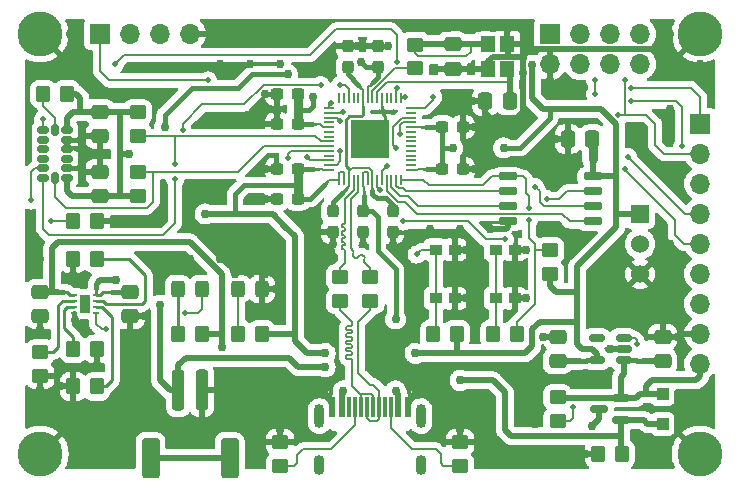
<source format=gtl>
%TF.GenerationSoftware,KiCad,Pcbnew,(6.0.7)*%
%TF.CreationDate,2023-03-20T21:53:08-04:00*%
%TF.ProjectId,CDR_Board,4344525f-426f-4617-9264-2e6b69636164,rev?*%
%TF.SameCoordinates,Original*%
%TF.FileFunction,Copper,L1,Top*%
%TF.FilePolarity,Positive*%
%FSLAX46Y46*%
G04 Gerber Fmt 4.6, Leading zero omitted, Abs format (unit mm)*
G04 Created by KiCad (PCBNEW (6.0.7)) date 2023-03-20 21:53:08*
%MOMM*%
%LPD*%
G01*
G04 APERTURE LIST*
G04 Aperture macros list*
%AMRoundRect*
0 Rectangle with rounded corners*
0 $1 Rounding radius*
0 $2 $3 $4 $5 $6 $7 $8 $9 X,Y pos of 4 corners*
0 Add a 4 corners polygon primitive as box body*
4,1,4,$2,$3,$4,$5,$6,$7,$8,$9,$2,$3,0*
0 Add four circle primitives for the rounded corners*
1,1,$1+$1,$2,$3*
1,1,$1+$1,$4,$5*
1,1,$1+$1,$6,$7*
1,1,$1+$1,$8,$9*
0 Add four rect primitives between the rounded corners*
20,1,$1+$1,$2,$3,$4,$5,0*
20,1,$1+$1,$4,$5,$6,$7,0*
20,1,$1+$1,$6,$7,$8,$9,0*
20,1,$1+$1,$8,$9,$2,$3,0*%
G04 Aperture macros list end*
%TA.AperFunction,SMDPad,CuDef*%
%ADD10RoundRect,0.250000X-0.475000X0.337500X-0.475000X-0.337500X0.475000X-0.337500X0.475000X0.337500X0*%
%TD*%
%TA.AperFunction,SMDPad,CuDef*%
%ADD11RoundRect,0.237500X0.300000X0.237500X-0.300000X0.237500X-0.300000X-0.237500X0.300000X-0.237500X0*%
%TD*%
%TA.AperFunction,SMDPad,CuDef*%
%ADD12RoundRect,0.250000X-0.450000X0.350000X-0.450000X-0.350000X0.450000X-0.350000X0.450000X0.350000X0*%
%TD*%
%TA.AperFunction,SMDPad,CuDef*%
%ADD13RoundRect,0.237500X0.237500X-0.300000X0.237500X0.300000X-0.237500X0.300000X-0.237500X-0.300000X0*%
%TD*%
%TA.AperFunction,ComponentPad*%
%ADD14R,1.524000X1.524000*%
%TD*%
%TA.AperFunction,ComponentPad*%
%ADD15C,1.524000*%
%TD*%
%TA.AperFunction,SMDPad,CuDef*%
%ADD16RoundRect,0.250000X0.450000X-0.350000X0.450000X0.350000X-0.450000X0.350000X-0.450000X-0.350000X0*%
%TD*%
%TA.AperFunction,SMDPad,CuDef*%
%ADD17RoundRect,0.250000X0.475000X-0.337500X0.475000X0.337500X-0.475000X0.337500X-0.475000X-0.337500X0*%
%TD*%
%TA.AperFunction,SMDPad,CuDef*%
%ADD18RoundRect,0.237500X-0.300000X-0.237500X0.300000X-0.237500X0.300000X0.237500X-0.300000X0.237500X0*%
%TD*%
%TA.AperFunction,SMDPad,CuDef*%
%ADD19RoundRect,0.250000X-0.250000X-1.500000X0.250000X-1.500000X0.250000X1.500000X-0.250000X1.500000X0*%
%TD*%
%TA.AperFunction,SMDPad,CuDef*%
%ADD20RoundRect,0.250001X-0.499999X-1.449999X0.499999X-1.449999X0.499999X1.449999X-0.499999X1.449999X0*%
%TD*%
%TA.AperFunction,ComponentPad*%
%ADD21R,1.700000X1.700000*%
%TD*%
%TA.AperFunction,ComponentPad*%
%ADD22O,1.700000X1.700000*%
%TD*%
%TA.AperFunction,SMDPad,CuDef*%
%ADD23RoundRect,0.250000X0.350000X0.450000X-0.350000X0.450000X-0.350000X-0.450000X0.350000X-0.450000X0*%
%TD*%
%TA.AperFunction,SMDPad,CuDef*%
%ADD24R,1.200000X1.400000*%
%TD*%
%TA.AperFunction,SMDPad,CuDef*%
%ADD25RoundRect,0.250000X-0.350000X-0.450000X0.350000X-0.450000X0.350000X0.450000X-0.350000X0.450000X0*%
%TD*%
%TA.AperFunction,SMDPad,CuDef*%
%ADD26RoundRect,0.150000X-0.650000X-0.150000X0.650000X-0.150000X0.650000X0.150000X-0.650000X0.150000X0*%
%TD*%
%TA.AperFunction,SMDPad,CuDef*%
%ADD27RoundRect,0.050000X0.387500X0.050000X-0.387500X0.050000X-0.387500X-0.050000X0.387500X-0.050000X0*%
%TD*%
%TA.AperFunction,SMDPad,CuDef*%
%ADD28RoundRect,0.050000X0.050000X0.387500X-0.050000X0.387500X-0.050000X-0.387500X0.050000X-0.387500X0*%
%TD*%
%TA.AperFunction,SMDPad,CuDef*%
%ADD29R,3.200000X3.200000*%
%TD*%
%TA.AperFunction,SMDPad,CuDef*%
%ADD30RoundRect,0.237500X-0.237500X0.300000X-0.237500X-0.300000X0.237500X-0.300000X0.237500X0.300000X0*%
%TD*%
%TA.AperFunction,SMDPad,CuDef*%
%ADD31R,1.000000X1.000000*%
%TD*%
%TA.AperFunction,ComponentPad*%
%ADD32C,3.800000*%
%TD*%
%TA.AperFunction,SMDPad,CuDef*%
%ADD33RoundRect,0.150000X0.512500X0.150000X-0.512500X0.150000X-0.512500X-0.150000X0.512500X-0.150000X0*%
%TD*%
%TA.AperFunction,SMDPad,CuDef*%
%ADD34R,0.600000X1.660000*%
%TD*%
%TA.AperFunction,SMDPad,CuDef*%
%ADD35R,0.300000X1.660000*%
%TD*%
%TA.AperFunction,ComponentPad*%
%ADD36O,0.900000X2.000000*%
%TD*%
%TA.AperFunction,ComponentPad*%
%ADD37O,0.900000X1.700000*%
%TD*%
%TA.AperFunction,SMDPad,CuDef*%
%ADD38RoundRect,0.250000X0.325000X0.450000X-0.325000X0.450000X-0.325000X-0.450000X0.325000X-0.450000X0*%
%TD*%
%TA.AperFunction,SMDPad,CuDef*%
%ADD39RoundRect,0.250000X-0.337500X-0.475000X0.337500X-0.475000X0.337500X0.475000X-0.337500X0.475000X0*%
%TD*%
%TA.AperFunction,SMDPad,CuDef*%
%ADD40RoundRect,0.150000X0.325000X0.150000X-0.325000X0.150000X-0.325000X-0.150000X0.325000X-0.150000X0*%
%TD*%
%TA.AperFunction,SMDPad,CuDef*%
%ADD41RoundRect,0.150000X0.150000X0.325000X-0.150000X0.325000X-0.150000X-0.325000X0.150000X-0.325000X0*%
%TD*%
%TA.AperFunction,SMDPad,CuDef*%
%ADD42R,1.000000X0.900000*%
%TD*%
%TA.AperFunction,SMDPad,CuDef*%
%ADD43RoundRect,0.150000X0.587500X0.150000X-0.587500X0.150000X-0.587500X-0.150000X0.587500X-0.150000X0*%
%TD*%
%TA.AperFunction,SMDPad,CuDef*%
%ADD44R,0.500000X0.250000*%
%TD*%
%TA.AperFunction,ComponentPad*%
%ADD45C,0.600000*%
%TD*%
%TA.AperFunction,SMDPad,CuDef*%
%ADD46R,0.900000X1.600000*%
%TD*%
%TA.AperFunction,ViaPad*%
%ADD47C,0.762000*%
%TD*%
%TA.AperFunction,ViaPad*%
%ADD48C,0.508000*%
%TD*%
%TA.AperFunction,Conductor*%
%ADD49C,0.508000*%
%TD*%
%TA.AperFunction,Conductor*%
%ADD50C,0.381000*%
%TD*%
%TA.AperFunction,Conductor*%
%ADD51C,0.762000*%
%TD*%
%TA.AperFunction,Conductor*%
%ADD52C,0.177800*%
%TD*%
%TA.AperFunction,Conductor*%
%ADD53C,0.254000*%
%TD*%
%TA.AperFunction,Conductor*%
%ADD54C,0.152400*%
%TD*%
G04 APERTURE END LIST*
D10*
X124460000Y-100562500D03*
X124460000Y-102637500D03*
D11*
X146277500Y-86360000D03*
X144552500Y-86360000D03*
D12*
X160020000Y-113300000D03*
X160020000Y-115300000D03*
D13*
X153035000Y-81507500D03*
X153035000Y-79782500D03*
D14*
X175260000Y-93980000D03*
D15*
X175260000Y-96520000D03*
X175260000Y-99060000D03*
D12*
X149860000Y-99330000D03*
X149860000Y-101330000D03*
D16*
X132715000Y-92440000D03*
X132715000Y-90440000D03*
D17*
X177165000Y-106447500D03*
X177165000Y-104372500D03*
D18*
X158522500Y-90170000D03*
X160247500Y-90170000D03*
D19*
X136160000Y-108910000D03*
X138160000Y-108910000D03*
D20*
X140510000Y-114660000D03*
X133810000Y-114660000D03*
D16*
X168275000Y-111490000D03*
X168275000Y-109490000D03*
D21*
X129540000Y-78740000D03*
D22*
X132080000Y-78740000D03*
X134620000Y-78740000D03*
X137160000Y-78740000D03*
D12*
X152400000Y-99330000D03*
X152400000Y-101330000D03*
X132715000Y-85360000D03*
X132715000Y-87360000D03*
D16*
X167640000Y-99044000D03*
X167640000Y-97044000D03*
D23*
X159750000Y-104140000D03*
X157750000Y-104140000D03*
D21*
X180340000Y-86360000D03*
D22*
X180340000Y-88900000D03*
X180340000Y-91440000D03*
X180340000Y-93980000D03*
X180340000Y-96520000D03*
X180340000Y-99060000D03*
X180340000Y-101600000D03*
X180340000Y-104140000D03*
X180340000Y-106680000D03*
D17*
X168275000Y-106447500D03*
X168275000Y-104372500D03*
D24*
X163995000Y-81745000D03*
X163995000Y-79545000D03*
X162395000Y-79545000D03*
X162395000Y-81745000D03*
D25*
X141240000Y-104140000D03*
X143240000Y-104140000D03*
D21*
X167640000Y-78740000D03*
D22*
X167640000Y-81280000D03*
X170180000Y-78740000D03*
X170180000Y-81280000D03*
X172720000Y-78740000D03*
X172720000Y-81280000D03*
X175260000Y-78740000D03*
X175260000Y-81280000D03*
D10*
X132080000Y-100562500D03*
X132080000Y-102637500D03*
D26*
X164040000Y-90805000D03*
X164040000Y-92075000D03*
X164040000Y-93345000D03*
X164040000Y-94615000D03*
X171240000Y-94615000D03*
X171240000Y-93345000D03*
X171240000Y-92075000D03*
X171240000Y-90805000D03*
D27*
X155837500Y-90230000D03*
X155837500Y-89830000D03*
X155837500Y-89430000D03*
X155837500Y-89030000D03*
X155837500Y-88630000D03*
X155837500Y-88230000D03*
X155837500Y-87830000D03*
X155837500Y-87430000D03*
X155837500Y-87030000D03*
X155837500Y-86630000D03*
X155837500Y-86230000D03*
X155837500Y-85830000D03*
X155837500Y-85430000D03*
X155837500Y-85030000D03*
D28*
X155000000Y-84192500D03*
X154600000Y-84192500D03*
X154200000Y-84192500D03*
X153800000Y-84192500D03*
X153400000Y-84192500D03*
X153000000Y-84192500D03*
X152600000Y-84192500D03*
X152200000Y-84192500D03*
X151800000Y-84192500D03*
X151400000Y-84192500D03*
X151000000Y-84192500D03*
X150600000Y-84192500D03*
X150200000Y-84192500D03*
X149800000Y-84192500D03*
D27*
X148962500Y-85030000D03*
X148962500Y-85430000D03*
X148962500Y-85830000D03*
X148962500Y-86230000D03*
X148962500Y-86630000D03*
X148962500Y-87030000D03*
X148962500Y-87430000D03*
X148962500Y-87830000D03*
X148962500Y-88230000D03*
X148962500Y-88630000D03*
X148962500Y-89030000D03*
X148962500Y-89430000D03*
X148962500Y-89830000D03*
X148962500Y-90230000D03*
D28*
X149800000Y-91067500D03*
X150200000Y-91067500D03*
X150600000Y-91067500D03*
X151000000Y-91067500D03*
X151400000Y-91067500D03*
X151800000Y-91067500D03*
X152200000Y-91067500D03*
X152600000Y-91067500D03*
X153000000Y-91067500D03*
X153400000Y-91067500D03*
X153800000Y-91067500D03*
X154200000Y-91067500D03*
X154600000Y-91067500D03*
X155000000Y-91067500D03*
D29*
X152400000Y-87630000D03*
D30*
X149225000Y-93752500D03*
X149225000Y-95477500D03*
D11*
X146277500Y-90170000D03*
X144552500Y-90170000D03*
D31*
X177165000Y-109240000D03*
X177165000Y-111740000D03*
D30*
X154305000Y-93752500D03*
X154305000Y-95477500D03*
D32*
X124460000Y-78740000D03*
D25*
X127270000Y-94615000D03*
X129270000Y-94615000D03*
D11*
X146277500Y-83820000D03*
X144552500Y-83820000D03*
D17*
X129540000Y-92477500D03*
X129540000Y-90402500D03*
D25*
X136160000Y-104140000D03*
X138160000Y-104140000D03*
D33*
X173857500Y-106360000D03*
X173857500Y-105410000D03*
X173857500Y-104460000D03*
X171582500Y-104460000D03*
X171582500Y-106360000D03*
D13*
X150495000Y-81507500D03*
X150495000Y-79782500D03*
D34*
X149200000Y-110280000D03*
X150000000Y-110280000D03*
D35*
X151150000Y-110280000D03*
X152150000Y-110280000D03*
X152650000Y-110280000D03*
X153650000Y-110280000D03*
D34*
X154800000Y-110280000D03*
X155600000Y-110280000D03*
X155600000Y-110280000D03*
X154800000Y-110280000D03*
D35*
X154150000Y-110280000D03*
X153150000Y-110280000D03*
X151650000Y-110280000D03*
X150650000Y-110280000D03*
D34*
X150000000Y-110280000D03*
X149200000Y-110280000D03*
D36*
X148080000Y-111100000D03*
D37*
X148080000Y-115270000D03*
X156720000Y-115270000D03*
D36*
X156720000Y-111100000D03*
D32*
X180340000Y-78740000D03*
D23*
X164830000Y-104140000D03*
X162830000Y-104140000D03*
D25*
X127270000Y-105410000D03*
X129270000Y-105410000D03*
D38*
X138162500Y-100330000D03*
X136112500Y-100330000D03*
D39*
X169142500Y-87630000D03*
X171217500Y-87630000D03*
D40*
X126730000Y-90900000D03*
X126730000Y-90100000D03*
X126730000Y-89300000D03*
X126730000Y-88500000D03*
X126730000Y-87700000D03*
X126730000Y-86900000D03*
D41*
X125730000Y-86900000D03*
D40*
X124730000Y-86900000D03*
X124730000Y-87700000D03*
X124730000Y-88500000D03*
X124730000Y-89300000D03*
X124730000Y-90100000D03*
X124730000Y-90900000D03*
D41*
X125730000Y-90900000D03*
D42*
X159550000Y-101110000D03*
X159550000Y-97010000D03*
X157950000Y-101110000D03*
X157950000Y-97010000D03*
D23*
X129270000Y-108585000D03*
X127270000Y-108585000D03*
D38*
X143242500Y-100330000D03*
X141192500Y-100330000D03*
D43*
X173657500Y-111440000D03*
X173657500Y-109540000D03*
X171782500Y-110490000D03*
D32*
X180340000Y-114300000D03*
D39*
X162157500Y-84455000D03*
X164232500Y-84455000D03*
D11*
X146277500Y-92710000D03*
X144552500Y-92710000D03*
D12*
X124460000Y-105680000D03*
X124460000Y-107680000D03*
X156210000Y-79645000D03*
X156210000Y-81645000D03*
D44*
X127320000Y-100850000D03*
X127320000Y-101350000D03*
X127320000Y-101850000D03*
X127320000Y-102350000D03*
X129220000Y-102350000D03*
X129220000Y-101850000D03*
X129220000Y-101350000D03*
X129220000Y-100850000D03*
D45*
X128270000Y-101100000D03*
D46*
X128270000Y-101600000D03*
D45*
X128270000Y-102100000D03*
D25*
X127270000Y-97790000D03*
X129270000Y-97790000D03*
D23*
X126730000Y-83820000D03*
X124730000Y-83820000D03*
D18*
X158522500Y-86614000D03*
X160247500Y-86614000D03*
D32*
X124460000Y-114300000D03*
D42*
X164630000Y-97010000D03*
X164630000Y-101110000D03*
X163030000Y-97010000D03*
X163030000Y-101110000D03*
D25*
X171720000Y-114300000D03*
X173720000Y-114300000D03*
D17*
X159385000Y-81682500D03*
X159385000Y-79607500D03*
D10*
X129540000Y-85322500D03*
X129540000Y-87397500D03*
D12*
X144780000Y-113300000D03*
X144780000Y-115300000D03*
D30*
X151765000Y-93752500D03*
X151765000Y-95477500D03*
D47*
X165354000Y-78232000D03*
X154305000Y-96520000D03*
X142240000Y-97790000D03*
X124460000Y-103759000D03*
X137160000Y-95250000D03*
X132080000Y-107950000D03*
D48*
X152400000Y-87630000D03*
D47*
X156210000Y-101600000D03*
X159004000Y-78232000D03*
X166370000Y-106680000D03*
X139700000Y-97790000D03*
X129540000Y-113030000D03*
X172720000Y-101600000D03*
X144780000Y-110490000D03*
X134620000Y-110490000D03*
X139700000Y-95250000D03*
X143510000Y-90170000D03*
X160528000Y-101092000D03*
X133350000Y-102616000D03*
X128270000Y-88900000D03*
X147320000Y-101600000D03*
X144399000Y-100330000D03*
X132080000Y-110490000D03*
X127000000Y-110490000D03*
D48*
X153670000Y-86360000D03*
D47*
X168021000Y-87630000D03*
X144780000Y-78740000D03*
X165354000Y-79502000D03*
X161290000Y-90170000D03*
D48*
X151130000Y-86360000D03*
D47*
X142240000Y-113030000D03*
X180340000Y-81280000D03*
X140970000Y-86360000D03*
X137160000Y-92710000D03*
X153353000Y-104140000D03*
X163830000Y-86614000D03*
X166370000Y-111760000D03*
D48*
X151130000Y-88900000D03*
D47*
X156210000Y-104140000D03*
X142240000Y-81280000D03*
X132080000Y-105410000D03*
X172720000Y-105410000D03*
X160020000Y-110490000D03*
X134620000Y-97790000D03*
X177800000Y-90170000D03*
X177800000Y-78740000D03*
X124460000Y-110490000D03*
X132080000Y-83820000D03*
X153924000Y-79756000D03*
X175260000Y-101600000D03*
X137160000Y-113030000D03*
X144780000Y-112268000D03*
X137160000Y-97790000D03*
X132080000Y-113030000D03*
X161036000Y-84455000D03*
X127000000Y-113030000D03*
X177800000Y-101600000D03*
X148590000Y-109347000D03*
X160274000Y-78232000D03*
X142240000Y-95250000D03*
X156210000Y-99060000D03*
X161290000Y-86614000D03*
X164084000Y-78232000D03*
X151384000Y-79756000D03*
X160528000Y-97028000D03*
X144526000Y-85344000D03*
X129540000Y-83820000D03*
X139700000Y-92710000D03*
X147320000Y-104140000D03*
X143510000Y-83820000D03*
X127000000Y-78740000D03*
X160020000Y-95250000D03*
D48*
X152400000Y-86360000D03*
D47*
X177800000Y-87630000D03*
X177800000Y-85090000D03*
X177800000Y-81280000D03*
X167640000Y-82677000D03*
X129540000Y-110490000D03*
X170561000Y-114300000D03*
X133350000Y-94615000D03*
X165608000Y-101092000D03*
X162560000Y-113030000D03*
X162814000Y-78232000D03*
X149225000Y-96520000D03*
X167005000Y-104394000D03*
X162560000Y-95250000D03*
X127254000Y-99060000D03*
X167640000Y-91440000D03*
X178435000Y-104394000D03*
X142240000Y-110490000D03*
X124460000Y-108839000D03*
X162560000Y-110490000D03*
X165354000Y-82042000D03*
X165608000Y-97028000D03*
X129286000Y-106680000D03*
X147320000Y-78740000D03*
D48*
X153670000Y-88900000D03*
D47*
X143510000Y-99060000D03*
X161544000Y-78232000D03*
D48*
X151130000Y-87630000D03*
D47*
X157480000Y-95250000D03*
X142240000Y-78740000D03*
D48*
X153670000Y-87630000D03*
D47*
X165354000Y-80772000D03*
X143510000Y-92710000D03*
X156210000Y-109347000D03*
X124460000Y-97790000D03*
X139700000Y-78740000D03*
X147320000Y-99060000D03*
X140970000Y-99060000D03*
X134620000Y-83820000D03*
X167640000Y-95250000D03*
X177800000Y-99060000D03*
X126111000Y-108585000D03*
X139700000Y-81280000D03*
X166370000Y-109220000D03*
X151765000Y-96520000D03*
X144780000Y-97790000D03*
X175260000Y-87630000D03*
X177800000Y-96520000D03*
X127381000Y-102997000D03*
X172720000Y-99060000D03*
X160020000Y-112268000D03*
X139700000Y-110490000D03*
X147320000Y-93980000D03*
X144780000Y-81280000D03*
X147320000Y-96520000D03*
D48*
X152400000Y-88900000D03*
D47*
X147574000Y-84074000D03*
X156210000Y-105791000D03*
X145415000Y-82169000D03*
X135001000Y-86614000D03*
X154559000Y-102870000D03*
X159385000Y-88392000D03*
X138430000Y-93980000D03*
X166115500Y-81407000D03*
X148590000Y-105791000D03*
X131953000Y-88900000D03*
X151638000Y-81153000D03*
X163703000Y-88392000D03*
X160020000Y-108077000D03*
X139827000Y-105283000D03*
X150114000Y-108966000D03*
X154559000Y-108966000D03*
X130923398Y-99576401D03*
X148590000Y-106934000D03*
X134620000Y-101692600D03*
X171196000Y-111941500D03*
D48*
X175006000Y-105029000D03*
X169545000Y-110363000D03*
X156337000Y-97409000D03*
X148209000Y-83058000D03*
X136525000Y-86890600D03*
X149860000Y-83058000D03*
X153797000Y-89916000D03*
X166370000Y-91694000D03*
X153257600Y-91958500D03*
X167386000Y-92710000D03*
X135890000Y-91059000D03*
X135890000Y-89789000D03*
X157734000Y-84074000D03*
X155321000Y-84074000D03*
X174498000Y-83312000D03*
X149098000Y-84582000D03*
X174498000Y-84455000D03*
X150114000Y-85378400D03*
X178816000Y-88265000D03*
X171450000Y-83820000D03*
X171450000Y-82677000D03*
X173990000Y-82677000D03*
X149860000Y-86106000D03*
X173359160Y-85593840D03*
X163830000Y-96139000D03*
X145415000Y-89281000D03*
X155194000Y-94615000D03*
X147066000Y-89154000D03*
X149860000Y-88646000D03*
X138684000Y-82677000D03*
X130048000Y-103759000D03*
X136693000Y-102362000D03*
X154940000Y-87249000D03*
X174244000Y-89154000D03*
X154559000Y-88392000D03*
X173990000Y-90170000D03*
X125349000Y-94615000D03*
X123698000Y-92837000D03*
X130810000Y-81280000D03*
X124714000Y-85979000D03*
X154686000Y-81153000D03*
X154686000Y-83346400D03*
X165862000Y-93510600D03*
X165862000Y-94449400D03*
D49*
X174940000Y-109540000D02*
X175260000Y-109220000D01*
X173657500Y-109540000D02*
X174940000Y-109540000D01*
X175768000Y-109220000D02*
X175768000Y-108585000D01*
X175768000Y-108585000D02*
X176276000Y-108077000D01*
X176022000Y-106426000D02*
X177143500Y-106426000D01*
X175514000Y-106426000D02*
X176022000Y-106426000D01*
X168325000Y-109540000D02*
X168275000Y-109490000D01*
D50*
X175006000Y-106426000D02*
X175514000Y-106426000D01*
D49*
X180340000Y-107696000D02*
X180340000Y-106680000D01*
X176276000Y-108077000D02*
X179959000Y-108077000D01*
X173863000Y-106365500D02*
X173857500Y-106360000D01*
X173657500Y-107774500D02*
X173863000Y-107569000D01*
X173863000Y-107569000D02*
X173863000Y-106365500D01*
X179959000Y-108077000D02*
X180340000Y-107696000D01*
X175260000Y-109220000D02*
X175768000Y-109220000D01*
D50*
X174940000Y-106360000D02*
X175006000Y-106426000D01*
D49*
X175768000Y-109220000D02*
X177145000Y-109220000D01*
D50*
X173857500Y-106360000D02*
X174940000Y-106360000D01*
D49*
X173657500Y-109540000D02*
X173657500Y-107774500D01*
X177145000Y-109220000D02*
X177165000Y-109240000D01*
D51*
X177143500Y-106426000D02*
X177165000Y-106447500D01*
D49*
X173657500Y-109540000D02*
X168325000Y-109540000D01*
D50*
X129270000Y-105410000D02*
X129270000Y-106664000D01*
D49*
X154305000Y-95477500D02*
X154305000Y-96520000D01*
X177165000Y-104372500D02*
X178413500Y-104372500D01*
X124460000Y-103759000D02*
X124460000Y-102637500D01*
X164630000Y-97010000D02*
X165590000Y-97010000D01*
D50*
X150495000Y-79782500D02*
X151357500Y-79782500D01*
D49*
X127270000Y-99044000D02*
X127254000Y-99060000D01*
X165354000Y-78232000D02*
X164084000Y-78232000D01*
X164040000Y-94615000D02*
X164040000Y-95079000D01*
X127270000Y-97790000D02*
X127270000Y-99044000D01*
D50*
X124460000Y-107680000D02*
X124460000Y-108839000D01*
X149200000Y-110520000D02*
X149200000Y-109957000D01*
D49*
X133328500Y-102637500D02*
X133350000Y-102616000D01*
X165354000Y-82042000D02*
X165354000Y-85344000D01*
X167640000Y-81280000D02*
X167640000Y-80010000D01*
D52*
X153400000Y-84192500D02*
X153400000Y-84836000D01*
D49*
X167640000Y-80010000D02*
X165354000Y-80010000D01*
D50*
X151765000Y-95477500D02*
X151765000Y-96520000D01*
D49*
X164084000Y-78232000D02*
X162814000Y-78232000D01*
D50*
X144552500Y-92710000D02*
X143510000Y-92710000D01*
D49*
X165354000Y-79502000D02*
X165354000Y-78232000D01*
X144780000Y-113300000D02*
X144780000Y-112268000D01*
D50*
X127320000Y-102936000D02*
X127381000Y-102997000D01*
D49*
X171720000Y-114300000D02*
X170561000Y-114300000D01*
D53*
X153400000Y-84836000D02*
X153400000Y-85455000D01*
D50*
X126730000Y-90100000D02*
X127692000Y-90100000D01*
D49*
X162795000Y-80664000D02*
X164065000Y-80664000D01*
X149200000Y-109957000D02*
X148590000Y-109347000D01*
X165354000Y-82042000D02*
X165354000Y-80772000D01*
X167026500Y-104372500D02*
X167005000Y-104394000D01*
X165590000Y-101110000D02*
X165608000Y-101092000D01*
X177800000Y-80010000D02*
X177800000Y-81280000D01*
X165354000Y-80772000D02*
X165354000Y-80010000D01*
X167640000Y-80010000D02*
X177800000Y-80010000D01*
X162560000Y-85852000D02*
X162157500Y-85449500D01*
X165354000Y-80010000D02*
X165354000Y-79502000D01*
D50*
X144552500Y-90170000D02*
X143510000Y-90170000D01*
X153897500Y-79782500D02*
X153924000Y-79756000D01*
X127320000Y-102350000D02*
X127320000Y-102936000D01*
X153035000Y-79782500D02*
X153897500Y-79782500D01*
D49*
X160274000Y-78232000D02*
X159004000Y-78232000D01*
X177800000Y-80010000D02*
X177800000Y-78740000D01*
X164846000Y-85852000D02*
X162560000Y-85852000D01*
X164630000Y-101110000D02*
X165590000Y-101110000D01*
X168021000Y-87630000D02*
X169142500Y-87630000D01*
D50*
X129518500Y-87376000D02*
X129540000Y-87397500D01*
D49*
X165246000Y-80664000D02*
X165354000Y-80772000D01*
D50*
X151357500Y-79782500D02*
X151384000Y-79756000D01*
D49*
X164065000Y-80664000D02*
X164065000Y-79615000D01*
X160020000Y-113300000D02*
X160020000Y-112268000D01*
X160247500Y-90170000D02*
X161290000Y-90170000D01*
X178413500Y-104372500D02*
X178435000Y-104394000D01*
X162157500Y-84455000D02*
X161036000Y-84455000D01*
D50*
X128016000Y-87376000D02*
X129518500Y-87376000D01*
D49*
X162560000Y-95250000D02*
X163869000Y-95250000D01*
X162395000Y-81745000D02*
X162395000Y-81064000D01*
X159550000Y-97010000D02*
X160510000Y-97010000D01*
D50*
X129518500Y-90424000D02*
X129540000Y-90402500D01*
D49*
X160510000Y-97010000D02*
X160528000Y-97028000D01*
X160510000Y-101110000D02*
X160528000Y-101092000D01*
D53*
X153400000Y-85455000D02*
X153670000Y-85725000D01*
D49*
X162814000Y-78232000D02*
X161544000Y-78232000D01*
X165590000Y-97010000D02*
X165608000Y-97028000D01*
X163869000Y-95250000D02*
X164040000Y-95079000D01*
D50*
X127692000Y-90100000D02*
X128016000Y-90424000D01*
X144552500Y-85370500D02*
X144526000Y-85344000D01*
D49*
X164065000Y-79615000D02*
X163995000Y-79545000D01*
X160247500Y-86614000D02*
X161290000Y-86614000D01*
D50*
X155600000Y-110520000D02*
X155600000Y-109957000D01*
D49*
X143242500Y-100330000D02*
X144399000Y-100330000D01*
X162395000Y-81064000D02*
X162795000Y-80664000D01*
D50*
X126730000Y-87700000D02*
X127692000Y-87700000D01*
D49*
X159550000Y-101110000D02*
X160510000Y-101110000D01*
X132080000Y-102637500D02*
X133328500Y-102637500D01*
D50*
X127692000Y-87700000D02*
X128016000Y-87376000D01*
D49*
X162157500Y-85449500D02*
X162157500Y-84455000D01*
D53*
X153670000Y-85725000D02*
X153670000Y-86360000D01*
D50*
X128016000Y-90424000D02*
X129518500Y-90424000D01*
X127270000Y-108585000D02*
X126111000Y-108585000D01*
D49*
X173857500Y-105410000D02*
X172720000Y-105410000D01*
X167640000Y-81280000D02*
X167640000Y-82677000D01*
X168275000Y-104372500D02*
X167026500Y-104372500D01*
D50*
X129270000Y-106664000D02*
X129286000Y-106680000D01*
X144552500Y-83820000D02*
X143510000Y-83820000D01*
D49*
X165354000Y-85344000D02*
X164846000Y-85852000D01*
X155600000Y-109957000D02*
X156210000Y-109347000D01*
X161544000Y-78232000D02*
X160274000Y-78232000D01*
X164065000Y-80664000D02*
X165246000Y-80664000D01*
D50*
X144552500Y-86360000D02*
X144552500Y-85370500D01*
X149225000Y-95477500D02*
X149225000Y-96520000D01*
D49*
X169926000Y-103124000D02*
X169926000Y-100584000D01*
D52*
X151800000Y-93717500D02*
X151765000Y-93752500D01*
D49*
X166115500Y-81407000D02*
X166115500Y-84200500D01*
D53*
X152400000Y-83058000D02*
X152654000Y-82804000D01*
D51*
X146277500Y-91540500D02*
X146277500Y-92710000D01*
D52*
X152200000Y-90478000D02*
X152200000Y-91067500D01*
X150200000Y-90510000D02*
X150200000Y-91067500D01*
D49*
X128248500Y-92477500D02*
X129540000Y-92477500D01*
X175260000Y-93980000D02*
X173228000Y-93980000D01*
X159766000Y-105791000D02*
X156210000Y-105791000D01*
D52*
X149800000Y-91067500D02*
X149800000Y-90484000D01*
X152400000Y-83058000D02*
X152200000Y-83258000D01*
D49*
X147066000Y-105791000D02*
X146050000Y-104775000D01*
X171582500Y-106360000D02*
X171582500Y-105796500D01*
X146050000Y-104775000D02*
X146050000Y-104140000D01*
D51*
X146277500Y-83820000D02*
X146277500Y-85190500D01*
D50*
X158522500Y-88492500D02*
X158522500Y-90170000D01*
D52*
X155837500Y-90230000D02*
X156404000Y-90230000D01*
D50*
X140970000Y-93980000D02*
X140970000Y-92329000D01*
D49*
X145224500Y-95059500D02*
X144145000Y-93980000D01*
D52*
X148962500Y-86630000D02*
X148445723Y-86630000D01*
D50*
X148463000Y-91567000D02*
X147320000Y-92710000D01*
D49*
X127867500Y-84179500D02*
X127867500Y-85322500D01*
D50*
X153035000Y-94234000D02*
X152553500Y-93752500D01*
D49*
X140970000Y-93980000D02*
X144145000Y-93980000D01*
X131191000Y-88900000D02*
X131191000Y-92456000D01*
D52*
X152146000Y-90424000D02*
X152200000Y-90478000D01*
X148844000Y-91186000D02*
X148717000Y-91313000D01*
D49*
X166751000Y-103124000D02*
X166116000Y-103759000D01*
D50*
X170754000Y-106360000D02*
X170688000Y-106426000D01*
D49*
X167640000Y-100076000D02*
X168148000Y-100584000D01*
X159750000Y-105775000D02*
X159766000Y-105791000D01*
X166116000Y-103759000D02*
X166116000Y-105156000D01*
D52*
X151800000Y-91602000D02*
X151892000Y-91694000D01*
D49*
X132677500Y-85322500D02*
X132715000Y-85360000D01*
X126730000Y-90900000D02*
X126730000Y-92059000D01*
X159750000Y-104140000D02*
X159750000Y-105775000D01*
D50*
X147320000Y-92710000D02*
X146277500Y-92710000D01*
X135001000Y-85598000D02*
X135001000Y-86614000D01*
D51*
X168296500Y-106426000D02*
X168275000Y-106447500D01*
D52*
X151800000Y-91067500D02*
X151800000Y-90516000D01*
D49*
X169926000Y-98425000D02*
X173228000Y-95123000D01*
D50*
X147574000Y-90170000D02*
X146277500Y-90170000D01*
D49*
X127867500Y-85322500D02*
X128248500Y-85322500D01*
D52*
X156464000Y-90170000D02*
X156845000Y-90170000D01*
D50*
X154559000Y-102870000D02*
X154559000Y-98679000D01*
D52*
X151800000Y-91067500D02*
X151800000Y-91602000D01*
D50*
X167640000Y-85852000D02*
X165100000Y-88392000D01*
D52*
X151892000Y-90424000D02*
X152146000Y-90424000D01*
D50*
X159385000Y-88392000D02*
X158623000Y-88392000D01*
D51*
X171240000Y-89325000D02*
X171240000Y-88563000D01*
D52*
X156321000Y-86630000D02*
X156337000Y-86614000D01*
D49*
X167640000Y-99044000D02*
X167640000Y-100076000D01*
D50*
X167640000Y-85090000D02*
X167640000Y-85852000D01*
D49*
X129540000Y-92477500D02*
X131169500Y-92477500D01*
D52*
X151800000Y-90516000D02*
X151892000Y-90424000D01*
D49*
X129540000Y-85322500D02*
X131339500Y-85322500D01*
D52*
X148175723Y-86360000D02*
X148082000Y-86360000D01*
D49*
X131191000Y-92456000D02*
X131169500Y-92477500D01*
X132677500Y-92477500D02*
X132715000Y-92440000D01*
D52*
X148396000Y-90230000D02*
X148962500Y-90230000D01*
D49*
X126730000Y-85868000D02*
X127275500Y-85322500D01*
X169672000Y-106426000D02*
X168296500Y-106426000D01*
X127148500Y-92477500D02*
X128248500Y-92477500D01*
D50*
X151892000Y-93625500D02*
X151765000Y-93752500D01*
D52*
X148962500Y-91067500D02*
X148844000Y-91186000D01*
D53*
X148082000Y-90170000D02*
X147574000Y-90170000D01*
D50*
X142367000Y-82169000D02*
X141224000Y-83312000D01*
X140970000Y-92329000D02*
X141758500Y-91540500D01*
D49*
X168148000Y-100584000D02*
X169926000Y-100584000D01*
D50*
X147447000Y-86360000D02*
X146277500Y-86360000D01*
X141758500Y-91540500D02*
X146277500Y-91540500D01*
D49*
X128248500Y-85322500D02*
X129540000Y-85322500D01*
D52*
X151892000Y-91694000D02*
X151892000Y-92075000D01*
D49*
X164719000Y-105791000D02*
X160274000Y-105791000D01*
D50*
X154559000Y-98679000D02*
X153035000Y-97155000D01*
D49*
X146050000Y-104140000D02*
X146050000Y-95885000D01*
D50*
X152553500Y-93752500D02*
X151765000Y-93752500D01*
D49*
X148590000Y-105791000D02*
X147066000Y-105791000D01*
D52*
X149800000Y-90484000D02*
X149860000Y-90424000D01*
D49*
X160274000Y-105791000D02*
X159766000Y-105791000D01*
X169926000Y-105029000D02*
X169926000Y-103124000D01*
D50*
X170688000Y-106426000D02*
X170180000Y-106426000D01*
X147219500Y-85190500D02*
X146277500Y-85190500D01*
X145415000Y-82169000D02*
X142367000Y-82169000D01*
D52*
X150114000Y-90424000D02*
X150200000Y-90510000D01*
D53*
X156845000Y-90170000D02*
X157226000Y-90170000D01*
D52*
X149800000Y-91067500D02*
X148962500Y-91067500D01*
D49*
X169926000Y-100584000D02*
X169926000Y-98425000D01*
D52*
X152200000Y-83258000D02*
X152200000Y-84192500D01*
D50*
X171582500Y-106360000D02*
X170754000Y-106360000D01*
D49*
X171582500Y-105796500D02*
X171196000Y-105410000D01*
D50*
X158522500Y-86614000D02*
X158522500Y-88492500D01*
D49*
X127508000Y-83820000D02*
X127867500Y-84179500D01*
X131169500Y-92477500D02*
X132677500Y-92477500D01*
X127275500Y-85322500D02*
X127867500Y-85322500D01*
X171958000Y-85090000D02*
X167640000Y-85090000D01*
D50*
X152019000Y-81534000D02*
X153008500Y-81534000D01*
D49*
X173228000Y-90805000D02*
X173228000Y-86360000D01*
D52*
X148082000Y-86360000D02*
X147828000Y-86360000D01*
D50*
X158623000Y-88392000D02*
X158522500Y-88492500D01*
D53*
X148717000Y-91313000D02*
X148463000Y-91567000D01*
D50*
X157099000Y-86614000D02*
X158522500Y-86614000D01*
X141224000Y-83312000D02*
X137287000Y-83312000D01*
D49*
X167005000Y-85090000D02*
X167640000Y-85090000D01*
X173228000Y-93980000D02*
X173228000Y-90805000D01*
X126730000Y-92059000D02*
X127148500Y-92477500D01*
X171196000Y-105410000D02*
X170307000Y-105410000D01*
D52*
X148336000Y-90170000D02*
X148396000Y-90230000D01*
D50*
X157226000Y-90170000D02*
X158522500Y-90170000D01*
D52*
X148445723Y-86630000D02*
X148175723Y-86360000D01*
D49*
X166116000Y-105156000D02*
X165481000Y-105791000D01*
D51*
X171240000Y-88563000D02*
X171240000Y-87652500D01*
D52*
X156404000Y-90230000D02*
X156464000Y-90170000D01*
D49*
X171240000Y-87652500D02*
X171217500Y-87630000D01*
D52*
X155837500Y-86630000D02*
X156321000Y-86630000D01*
D51*
X146277500Y-90170000D02*
X146277500Y-91540500D01*
D52*
X156337000Y-86614000D02*
X156718000Y-86614000D01*
D50*
X147574000Y-84836000D02*
X147219500Y-85190500D01*
D49*
X169926000Y-103124000D02*
X166751000Y-103124000D01*
D50*
X153035000Y-82423000D02*
X153035000Y-81507500D01*
X151892000Y-92456000D02*
X151892000Y-93625500D01*
D49*
X138430000Y-93980000D02*
X140970000Y-93980000D01*
X131339500Y-85322500D02*
X132677500Y-85322500D01*
X146050000Y-95885000D02*
X145224500Y-95059500D01*
X131191000Y-88900000D02*
X131191000Y-85471000D01*
X143240000Y-104140000D02*
X146050000Y-104140000D01*
D50*
X151638000Y-81153000D02*
X152019000Y-81534000D01*
X153008500Y-81534000D02*
X153035000Y-81507500D01*
D49*
X171240000Y-90805000D02*
X171240000Y-89325000D01*
D50*
X152654000Y-82804000D02*
X153035000Y-82423000D01*
X153035000Y-97155000D02*
X153035000Y-94234000D01*
D49*
X173228000Y-86360000D02*
X171958000Y-85090000D01*
D52*
X149860000Y-90424000D02*
X150114000Y-90424000D01*
D53*
X156718000Y-86614000D02*
X157099000Y-86614000D01*
D50*
X137287000Y-83312000D02*
X135001000Y-85598000D01*
D49*
X126730000Y-83820000D02*
X127508000Y-83820000D01*
X165481000Y-105791000D02*
X164719000Y-105791000D01*
X170180000Y-106426000D02*
X169672000Y-106426000D01*
D50*
X147574000Y-84074000D02*
X147574000Y-84836000D01*
D53*
X147828000Y-86360000D02*
X147447000Y-86360000D01*
D49*
X166115500Y-84200500D02*
X167005000Y-85090000D01*
X131191000Y-85471000D02*
X131339500Y-85322500D01*
D50*
X165100000Y-88392000D02*
X163703000Y-88392000D01*
D49*
X126730000Y-86900000D02*
X126730000Y-85868000D01*
D52*
X148082000Y-90170000D02*
X148336000Y-90170000D01*
D49*
X170307000Y-105410000D02*
X169926000Y-105029000D01*
D53*
X151892000Y-92075000D02*
X151892000Y-92456000D01*
D49*
X131953000Y-88900000D02*
X131191000Y-88900000D01*
X173228000Y-95123000D02*
X173228000Y-93980000D01*
D51*
X146277500Y-85190500D02*
X146277500Y-86360000D01*
D49*
X171240000Y-90805000D02*
X173228000Y-90805000D01*
X162814000Y-108077000D02*
X163830000Y-109093000D01*
X125984000Y-100584000D02*
X125349000Y-100584000D01*
X150114000Y-108966000D02*
X150000000Y-109080000D01*
X160020000Y-108077000D02*
X162814000Y-108077000D01*
X164338000Y-112776000D02*
X173609000Y-112776000D01*
X150000000Y-109080000D02*
X150000000Y-110520000D01*
X125349000Y-100584000D02*
X124481500Y-100584000D01*
D50*
X124481500Y-100584000D02*
X124460000Y-100562500D01*
D49*
X139827000Y-99060000D02*
X137160000Y-96393000D01*
X139827000Y-105283000D02*
X139827000Y-104140000D01*
X125476000Y-100457000D02*
X125349000Y-100584000D01*
X173609000Y-112776000D02*
X173657500Y-112727500D01*
X163830000Y-112268000D02*
X164338000Y-112776000D01*
D53*
X127320000Y-100850000D02*
X127012000Y-100850000D01*
D49*
X125476000Y-96901000D02*
X125476000Y-100457000D01*
X163830000Y-109093000D02*
X163830000Y-112268000D01*
X173657500Y-111440000D02*
X173657500Y-112727500D01*
D53*
X126746000Y-100584000D02*
X126365000Y-100584000D01*
D49*
X138160000Y-104140000D02*
X139827000Y-104140000D01*
X173657500Y-111440000D02*
X175575000Y-111440000D01*
X154800000Y-109207000D02*
X154800000Y-110520000D01*
X175575000Y-111440000D02*
X175875000Y-111740000D01*
X173657500Y-112727500D02*
X173657500Y-114237500D01*
X175875000Y-111740000D02*
X177165000Y-111740000D01*
D50*
X126365000Y-100584000D02*
X125984000Y-100584000D01*
D49*
X139827000Y-104140000D02*
X139827000Y-99060000D01*
X125984000Y-96393000D02*
X125476000Y-96901000D01*
X137160000Y-96393000D02*
X125984000Y-96393000D01*
X173657500Y-114237500D02*
X173720000Y-114300000D01*
D53*
X127012000Y-100850000D02*
X126746000Y-100584000D01*
D49*
X154559000Y-108966000D02*
X154800000Y-109207000D01*
X148590000Y-106934000D02*
X146304000Y-106934000D01*
D50*
X132058500Y-100584000D02*
X132080000Y-100562500D01*
D49*
X146304000Y-106934000D02*
X145542000Y-106172000D01*
X134620000Y-108077000D02*
X134620000Y-101692600D01*
D53*
X129528000Y-100850000D02*
X129794000Y-100584000D01*
D49*
X136160000Y-108910000D02*
X135453000Y-108910000D01*
X130437401Y-99576401D02*
X130923398Y-99576401D01*
D50*
X129374900Y-99733100D02*
X129220000Y-99888000D01*
D49*
X136160000Y-106791000D02*
X136160000Y-108910000D01*
X171196000Y-111941500D02*
X171782500Y-111355000D01*
D50*
X129220000Y-99888000D02*
X129220000Y-100269000D01*
D53*
X129220000Y-100269000D02*
X129220000Y-100832500D01*
D49*
X145542000Y-106172000D02*
X136779000Y-106172000D01*
X136779000Y-106172000D02*
X136160000Y-106791000D01*
D50*
X130556000Y-100584000D02*
X132058500Y-100584000D01*
D49*
X171782500Y-111355000D02*
X171782500Y-110490000D01*
D53*
X129794000Y-100584000D02*
X130175000Y-100584000D01*
D49*
X130429000Y-99568000D02*
X130437401Y-99576401D01*
D53*
X129220000Y-100850000D02*
X129528000Y-100850000D01*
D49*
X135453000Y-108910000D02*
X134620000Y-108077000D01*
X129540000Y-99568000D02*
X129374900Y-99733100D01*
X129895600Y-99568000D02*
X130429000Y-99568000D01*
X129895600Y-99568000D02*
X129540000Y-99568000D01*
D53*
X130175000Y-100584000D02*
X130556000Y-100584000D01*
X150368000Y-89916000D02*
X150600000Y-90148000D01*
X151638000Y-85725000D02*
X150654200Y-85725000D01*
X150654200Y-85725000D02*
X150368000Y-86011200D01*
X151800000Y-84836000D02*
X151800000Y-85563000D01*
D52*
X152600000Y-91067500D02*
X152600000Y-90343710D01*
X151768200Y-90046200D02*
X150872800Y-90046200D01*
D53*
X150368000Y-86011200D02*
X150368000Y-89916000D01*
D52*
X151800000Y-84836000D02*
X151800000Y-84192500D01*
D50*
X152600000Y-92256000D02*
X152981000Y-92637000D01*
D52*
X150749000Y-90170000D02*
X150600000Y-90319000D01*
X151800000Y-83474000D02*
X151800000Y-84192500D01*
D50*
X150495000Y-82169000D02*
X150495000Y-81507500D01*
X154305000Y-93212844D02*
X154305000Y-93752500D01*
X153729156Y-92637000D02*
X154305000Y-93212844D01*
D53*
X150429138Y-91755138D02*
X149984638Y-92199638D01*
X152600000Y-91767000D02*
X152600000Y-92002000D01*
D52*
X152302490Y-90046200D02*
X151768200Y-90046200D01*
D53*
X151638000Y-83312000D02*
X151384000Y-83058000D01*
D52*
X150872800Y-90046200D02*
X150749000Y-90170000D01*
X150600000Y-91584277D02*
X150429138Y-91755138D01*
X151638000Y-83312000D02*
X151800000Y-83474000D01*
D50*
X151384000Y-83058000D02*
X150495000Y-82169000D01*
X149984638Y-92199638D02*
X149225000Y-92959277D01*
D52*
X150600000Y-91067500D02*
X150600000Y-90148000D01*
X152600000Y-90343710D02*
X152302490Y-90046200D01*
D53*
X151800000Y-85563000D02*
X151638000Y-85725000D01*
D52*
X152600000Y-91067500D02*
X152600000Y-91767000D01*
X150600000Y-90319000D02*
X150600000Y-91067500D01*
D50*
X152600000Y-92002000D02*
X152600000Y-92256000D01*
D52*
X150600000Y-91067500D02*
X150600000Y-91584277D01*
D50*
X152981000Y-92637000D02*
X153729156Y-92637000D01*
X149225000Y-92959277D02*
X149225000Y-93752500D01*
D52*
X153000000Y-83670264D02*
X153866264Y-82804000D01*
D49*
X164232500Y-84455000D02*
X164232500Y-82782500D01*
X164232500Y-82782500D02*
X164232500Y-81982500D01*
D52*
X164211000Y-82804000D02*
X164232500Y-82782500D01*
X153866264Y-82804000D02*
X164211000Y-82804000D01*
X153000000Y-84192500D02*
X153000000Y-83670264D01*
D49*
X164232500Y-81982500D02*
X163995000Y-81745000D01*
D52*
X156210000Y-80391000D02*
X156464000Y-80645000D01*
X156464000Y-80645000D02*
X160528000Y-80645000D01*
X160528000Y-80645000D02*
X160909000Y-80264000D01*
X160909000Y-80264000D02*
X160909000Y-79588000D01*
D49*
X159385000Y-79607500D02*
X156247500Y-79607500D01*
D52*
X159385000Y-79607500D02*
X159447500Y-79545000D01*
D49*
X156247500Y-79607500D02*
X156210000Y-79645000D01*
X160866000Y-79545000D02*
X162395000Y-79545000D01*
X159447500Y-79545000D02*
X160866000Y-79545000D01*
D52*
X160909000Y-79588000D02*
X160866000Y-79545000D01*
X156210000Y-79645000D02*
X156210000Y-80391000D01*
D49*
X133810000Y-114660000D02*
X140510000Y-114660000D01*
D52*
X149098000Y-113919000D02*
X146685000Y-113919000D01*
X151150000Y-111867000D02*
X149098000Y-113919000D01*
X146177000Y-114427000D02*
X146177000Y-115062000D01*
X146685000Y-113919000D02*
X146177000Y-114427000D01*
X151150000Y-110520000D02*
X151150000Y-111867000D01*
X145939000Y-115300000D02*
X144780000Y-115300000D01*
X146177000Y-115062000D02*
X145939000Y-115300000D01*
X152654000Y-108458000D02*
X152400000Y-108458000D01*
X153150000Y-111350000D02*
X153150000Y-108954000D01*
X152150000Y-110520000D02*
X152150000Y-111256000D01*
X153150000Y-108954000D02*
X152654000Y-108458000D01*
X152150000Y-111256000D02*
X152400000Y-111506000D01*
X151384000Y-103124000D02*
X152400000Y-102108000D01*
X152400000Y-108458000D02*
X151384000Y-107442000D01*
X152400000Y-111506000D02*
X152994000Y-111506000D01*
X152400000Y-102108000D02*
X152400000Y-101330000D01*
X152994000Y-111506000D02*
X153150000Y-111350000D01*
X151384000Y-107442000D02*
X151384000Y-103124000D01*
X150799800Y-105003600D02*
X150444200Y-105003600D01*
X150799800Y-103784400D02*
X150444200Y-103784400D01*
X151650000Y-110280000D02*
X151650000Y-109236200D01*
X150444200Y-104698800D02*
X150799800Y-104698800D01*
X150876000Y-104622600D02*
X150876000Y-104470200D01*
X150444200Y-105918000D02*
X150799800Y-105918000D01*
X152650000Y-110520000D02*
X152650000Y-109368200D01*
X150444200Y-104089200D02*
X150799800Y-104089200D01*
X150876000Y-105841800D02*
X150876000Y-105689400D01*
X151525100Y-109234100D02*
X150876000Y-108585000D01*
X150368000Y-104927400D02*
X150368000Y-104775000D01*
X150368000Y-104317800D02*
X150368000Y-104165400D01*
X149860000Y-102108000D02*
X149860000Y-101330000D01*
X150368000Y-106146600D02*
X150368000Y-105994200D01*
X152650000Y-109368200D02*
X152515900Y-109234100D01*
X150876000Y-104013000D02*
X150876000Y-103860600D01*
X151650000Y-109236200D02*
X151652100Y-109234100D01*
X150799800Y-106222800D02*
X150444200Y-106222800D01*
X150444200Y-103479600D02*
X150799800Y-103479600D01*
X150876000Y-103124000D02*
X149860000Y-102108000D01*
X150799800Y-105613200D02*
X150444200Y-105613200D01*
X150876000Y-103403400D02*
X150876000Y-103251000D01*
X151652100Y-109234100D02*
X151525100Y-109234100D01*
X150876000Y-108585000D02*
X150876000Y-106299000D01*
X152515900Y-109234100D02*
X151652100Y-109234100D01*
X150444200Y-105308400D02*
X150799800Y-105308400D01*
X150368000Y-103708200D02*
X150368000Y-103555800D01*
X150368000Y-105537000D02*
X150368000Y-105384600D01*
X150876000Y-105232200D02*
X150876000Y-105079800D01*
X150876000Y-103251000D02*
X150876000Y-103124000D01*
X150799800Y-104394000D02*
X150444200Y-104394000D01*
X150799800Y-105613200D02*
G75*
G02*
X150876000Y-105689400I0J-76200D01*
G01*
X150444200Y-104698800D02*
G75*
G03*
X150368000Y-104775000I0J-76200D01*
G01*
X150876000Y-104013000D02*
G75*
G02*
X150799800Y-104089200I-76200J0D01*
G01*
X150368000Y-104927400D02*
G75*
G03*
X150444200Y-105003600I76200J0D01*
G01*
X150876000Y-103403400D02*
G75*
G02*
X150799800Y-103479600I-76200J0D01*
G01*
X150368000Y-106146600D02*
G75*
G03*
X150444200Y-106222800I76200J0D01*
G01*
X150444200Y-104089200D02*
G75*
G03*
X150368000Y-104165400I0J-76200D01*
G01*
X150876000Y-105841800D02*
G75*
G02*
X150799800Y-105918000I-76200J0D01*
G01*
X150799800Y-106222800D02*
G75*
G02*
X150876000Y-106299000I0J-76200D01*
G01*
X150799800Y-105003600D02*
G75*
G02*
X150876000Y-105079800I0J-76200D01*
G01*
X150876000Y-104622600D02*
G75*
G02*
X150799800Y-104698800I-76200J0D01*
G01*
X150444200Y-103479600D02*
G75*
G03*
X150368000Y-103555800I0J-76200D01*
G01*
X150444200Y-105308400D02*
G75*
G03*
X150368000Y-105384600I0J-76200D01*
G01*
X150799800Y-104394000D02*
G75*
G02*
X150876000Y-104470200I0J-76200D01*
G01*
X150368000Y-104317800D02*
G75*
G03*
X150444200Y-104394000I76200J0D01*
G01*
X150876000Y-105232200D02*
G75*
G02*
X150799800Y-105308400I-76200J0D01*
G01*
X150368000Y-103708200D02*
G75*
G03*
X150444200Y-103784400I76200J0D01*
G01*
X150799800Y-103784400D02*
G75*
G02*
X150876000Y-103860600I0J-76200D01*
G01*
X150368000Y-105537000D02*
G75*
G03*
X150444200Y-105613200I76200J0D01*
G01*
X150444200Y-105918000D02*
G75*
G03*
X150368000Y-105994200I0J-76200D01*
G01*
X157988000Y-113919000D02*
X158369000Y-114300000D01*
X154150000Y-112113000D02*
X155956000Y-113919000D01*
X158369000Y-115062000D02*
X158607000Y-115300000D01*
X154150000Y-110520000D02*
X154150000Y-112113000D01*
X158607000Y-115300000D02*
X160020000Y-115300000D01*
X158369000Y-114300000D02*
X158369000Y-115062000D01*
X155956000Y-113919000D02*
X157988000Y-113919000D01*
X169545000Y-110363000D02*
X169545000Y-111252000D01*
X169545000Y-111252000D02*
X169291000Y-111506000D01*
X169291000Y-111506000D02*
X168291000Y-111506000D01*
X173857500Y-104460000D02*
X174818000Y-104460000D01*
X168291000Y-111506000D02*
X168275000Y-111490000D01*
X175006000Y-104648000D02*
X175006000Y-105029000D01*
X174818000Y-104460000D02*
X175006000Y-104648000D01*
X152600000Y-84192500D02*
X152600000Y-83535974D01*
X154490974Y-81645000D02*
X156210000Y-81645000D01*
X152600000Y-83535974D02*
X154490974Y-81645000D01*
X148209000Y-83058000D02*
X143383000Y-83058000D01*
X138176000Y-84709000D02*
X141732000Y-84709000D01*
X157950000Y-101110000D02*
X157950000Y-103940000D01*
X156736000Y-97010000D02*
X157950000Y-97010000D01*
X150241000Y-83058000D02*
X149860000Y-83058000D01*
X150241000Y-83058000D02*
X150600000Y-83417000D01*
X136525000Y-86890600D02*
X136525000Y-86360000D01*
X157950000Y-103940000D02*
X157750000Y-104140000D01*
X136525000Y-86360000D02*
X138176000Y-84709000D01*
X156337000Y-97409000D02*
X156736000Y-97010000D01*
X141732000Y-84709000D02*
X143383000Y-83058000D01*
X157950000Y-97010000D02*
X157950000Y-101110000D01*
X150600000Y-83417000D02*
X150600000Y-84192500D01*
X155448000Y-92075000D02*
X164040000Y-92075000D01*
X154600000Y-91067500D02*
X154600000Y-91584277D01*
X155166900Y-91793900D02*
X155448000Y-92075000D01*
X154809623Y-91793900D02*
X155166900Y-91793900D01*
X154600000Y-91584277D02*
X154809623Y-91793900D01*
X154653133Y-92171700D02*
X154655700Y-92171700D01*
X154200000Y-91718567D02*
X154653133Y-92171700D01*
X156464000Y-93345000D02*
X164040000Y-93345000D01*
X154200000Y-91067500D02*
X154200000Y-91718567D01*
X154655700Y-92171700D02*
X154940000Y-92456000D01*
X154940000Y-92456000D02*
X155575000Y-92456000D01*
X155575000Y-92456000D02*
X156464000Y-93345000D01*
X153800000Y-92029870D02*
X154730930Y-92960800D01*
X155317800Y-92960800D02*
X156337000Y-93980000D01*
X153800000Y-91067500D02*
X153800000Y-92029870D01*
X169291000Y-94615000D02*
X171240000Y-94615000D01*
X156337000Y-93980000D02*
X168656000Y-93980000D01*
X154730930Y-92960800D02*
X155317800Y-92960800D01*
X168656000Y-93980000D02*
X169291000Y-94615000D01*
X166370000Y-91694000D02*
X166751000Y-92075000D01*
X166751000Y-92075000D02*
X166751000Y-92964000D01*
X167132000Y-93345000D02*
X171240000Y-93345000D01*
X166751000Y-92964000D02*
X167132000Y-93345000D01*
X153400000Y-90313000D02*
X153797000Y-89916000D01*
X153400000Y-91067500D02*
X153400000Y-90313000D01*
X153000000Y-91700900D02*
X153000000Y-91067500D01*
X169037000Y-92075000D02*
X171240000Y-92075000D01*
X168402000Y-92710000D02*
X169037000Y-92075000D01*
X167386000Y-92710000D02*
X168402000Y-92710000D01*
X153257600Y-91958500D02*
X153000000Y-91700900D01*
X148209000Y-87830000D02*
X147739000Y-87360000D01*
X148962500Y-87830000D02*
X148209000Y-87830000D01*
X135890000Y-87376000D02*
X135906000Y-87360000D01*
X124730000Y-95266000D02*
X125222000Y-95758000D01*
X124730000Y-90900000D02*
X124730000Y-95266000D01*
X125222000Y-95758000D02*
X134874000Y-95758000D01*
X135890000Y-89789000D02*
X135890000Y-87376000D01*
X135906000Y-87360000D02*
X132715000Y-87360000D01*
X135890000Y-94742000D02*
X135890000Y-91059000D01*
X134874000Y-95758000D02*
X135890000Y-94742000D01*
X147739000Y-87360000D02*
X135906000Y-87360000D01*
X141208000Y-90440000D02*
X134636000Y-90440000D01*
X148962500Y-88230000D02*
X143418000Y-88230000D01*
X134636000Y-90440000D02*
X134001000Y-90440000D01*
X125730000Y-92583000D02*
X126619000Y-93472000D01*
X125730000Y-90900000D02*
X125730000Y-92583000D01*
X134001000Y-90440000D02*
X132715000Y-90440000D01*
X133477000Y-93472000D02*
X134001000Y-92948000D01*
X126619000Y-93472000D02*
X133477000Y-93472000D01*
X134001000Y-92948000D02*
X134001000Y-90440000D01*
X143418000Y-88230000D02*
X141208000Y-90440000D01*
X157032000Y-85030000D02*
X155837500Y-85030000D01*
X157734000Y-84328000D02*
X157032000Y-85030000D01*
X157734000Y-84074000D02*
X157734000Y-84328000D01*
X155202500Y-84192500D02*
X155321000Y-84074000D01*
X155000000Y-84192500D02*
X155202500Y-84192500D01*
X180340000Y-84074000D02*
X180340000Y-86360000D01*
X148962500Y-85030000D02*
X148962500Y-84717500D01*
X148962500Y-84717500D02*
X149098000Y-84582000D01*
X174498000Y-83312000D02*
X179578000Y-83312000D01*
X179578000Y-83312000D02*
X180340000Y-84074000D01*
X174498000Y-84455000D02*
X178308000Y-84455000D01*
X150062400Y-85430000D02*
X150114000Y-85378400D01*
X178816000Y-84963000D02*
X178816000Y-88265000D01*
X148962500Y-85430000D02*
X150062400Y-85430000D01*
X178308000Y-84455000D02*
X178816000Y-84963000D01*
X171450000Y-83820000D02*
X171450000Y-82677000D01*
X173985840Y-82681160D02*
X173990000Y-82677000D01*
X176530000Y-86360000D02*
X176530000Y-88138000D01*
X173985840Y-85593840D02*
X175763840Y-85593840D01*
X173985840Y-85593840D02*
X173985840Y-82681160D01*
X148962500Y-85830000D02*
X149584000Y-85830000D01*
X173359160Y-85593840D02*
X173985840Y-85593840D01*
X177292000Y-88900000D02*
X180340000Y-88900000D01*
X175763840Y-85593840D02*
X176530000Y-86360000D01*
X149584000Y-85830000D02*
X149860000Y-86106000D01*
X176530000Y-88138000D02*
X177292000Y-88900000D01*
X145685000Y-88630000D02*
X145415000Y-88900000D01*
X145415000Y-88900000D02*
X145415000Y-89281000D01*
X148962500Y-88630000D02*
X145685000Y-88630000D01*
X160655000Y-94615000D02*
X162179000Y-96139000D01*
X162179000Y-96139000D02*
X163830000Y-96139000D01*
X155194000Y-94615000D02*
X160655000Y-94615000D01*
X147342000Y-89430000D02*
X148962500Y-89430000D01*
X147066000Y-89154000D02*
X147342000Y-89430000D01*
X149860000Y-88646000D02*
X149860000Y-89535000D01*
X130302000Y-82677000D02*
X129540000Y-81915000D01*
X129540000Y-81915000D02*
X129540000Y-78740000D01*
X138684000Y-82677000D02*
X130302000Y-82677000D01*
X149860000Y-89535000D02*
X149565000Y-89830000D01*
X149565000Y-89830000D02*
X148962500Y-89830000D01*
X150948868Y-97370680D02*
X150948866Y-97370679D01*
X151128473Y-97729891D02*
X150948867Y-97550285D01*
X150993969Y-97145970D02*
X150749000Y-96901000D01*
X151892000Y-97864394D02*
X151937103Y-97819290D01*
X151128472Y-97729889D02*
X151128473Y-97729891D01*
X151400000Y-92085290D02*
X151400000Y-91067500D01*
X151937103Y-97639684D02*
X151937103Y-97639685D01*
X151577892Y-97460080D02*
X151577892Y-97460079D01*
X150749000Y-92736290D02*
X151400000Y-92085290D01*
X150948866Y-97370679D02*
X150993970Y-97325576D01*
X151891999Y-97864395D02*
X151892000Y-97864394D01*
X151577892Y-97460079D02*
X151308077Y-97729890D01*
X152400000Y-99330000D02*
X152400000Y-98552000D01*
X150749000Y-96901000D02*
X150749000Y-92736290D01*
X150993970Y-97145970D02*
X150993969Y-97145970D01*
X152400000Y-98552000D02*
X151892000Y-98044000D01*
X151937103Y-97639685D02*
X151757497Y-97460079D01*
X151937090Y-97639697D02*
G75*
G02*
X151937103Y-97819290I-89790J-89803D01*
G01*
X150993943Y-97145997D02*
G75*
G02*
X150993970Y-97325576I-89743J-89803D01*
G01*
X151128497Y-97729864D02*
G75*
G03*
X151308077Y-97729890I89803J89764D01*
G01*
X151577897Y-97460085D02*
G75*
G02*
X151757497Y-97460079I89803J-89815D01*
G01*
X150948885Y-97370697D02*
G75*
G03*
X150948867Y-97550285I89815J-89803D01*
G01*
X151892002Y-97864398D02*
G75*
G03*
X151892000Y-98044000I89798J-89802D01*
G01*
X150241000Y-95184284D02*
X150240661Y-95183945D01*
X150164800Y-96342200D02*
X150063200Y-96342200D01*
X149987000Y-95656400D02*
X149987000Y-95504000D01*
X150240661Y-92710339D02*
X151000000Y-91951000D01*
X150240661Y-94574345D02*
X150240661Y-92710339D01*
X150063200Y-95427800D02*
X150164800Y-95427800D01*
X149987000Y-96875600D02*
X149987000Y-96723200D01*
X149987000Y-96266000D02*
X149987000Y-96113600D01*
X149860000Y-98552000D02*
X150241000Y-98171000D01*
X150241000Y-95351600D02*
X150241000Y-95199200D01*
X150240661Y-94726745D02*
X150240661Y-94574345D01*
X150164800Y-96951800D02*
X150063200Y-96951800D01*
X150062861Y-94802945D02*
X150164461Y-94802945D01*
X150063200Y-96647000D02*
X150164800Y-96647000D01*
X151000000Y-91951000D02*
X151000000Y-91067500D01*
X150241000Y-98171000D02*
X150241000Y-97028000D01*
X150241000Y-95199200D02*
X150241000Y-95184284D01*
X150164800Y-95732600D02*
X150063200Y-95732600D01*
X150241000Y-95961200D02*
X150241000Y-95808800D01*
X150164461Y-95107745D02*
X150062861Y-95107745D01*
X150063200Y-96037400D02*
X150164800Y-96037400D01*
X149986661Y-95031545D02*
X149986661Y-94879145D01*
X149860000Y-99330000D02*
X149860000Y-98552000D01*
X150241000Y-96570800D02*
X150241000Y-96418400D01*
X149987000Y-96875600D02*
G75*
G03*
X150063200Y-96951800I76200J0D01*
G01*
X150063200Y-96037400D02*
G75*
G03*
X149987000Y-96113600I0J-76200D01*
G01*
X150164800Y-95732600D02*
G75*
G02*
X150241000Y-95808800I0J-76200D01*
G01*
X149986655Y-95031545D02*
G75*
G03*
X150062861Y-95107745I76245J45D01*
G01*
X150164800Y-96342200D02*
G75*
G02*
X150241000Y-96418400I0J-76200D01*
G01*
X150164800Y-96951800D02*
G75*
G02*
X150241000Y-97028000I0J-76200D01*
G01*
X150063200Y-95427800D02*
G75*
G03*
X149987000Y-95504000I0J-76200D01*
G01*
X150241000Y-95961200D02*
G75*
G02*
X150164800Y-96037400I-76200J0D01*
G01*
X150241000Y-95351600D02*
G75*
G02*
X150164800Y-95427800I-76200J0D01*
G01*
X149987000Y-95656400D02*
G75*
G03*
X150063200Y-95732600I76200J0D01*
G01*
X150164461Y-95107739D02*
G75*
G02*
X150240661Y-95183945I39J-76161D01*
G01*
X150240745Y-94726745D02*
G75*
G02*
X150164461Y-94802945I-76245J45D01*
G01*
X150241000Y-96570800D02*
G75*
G02*
X150164800Y-96647000I-76200J0D01*
G01*
X150062861Y-94802861D02*
G75*
G03*
X149986661Y-94879145I39J-76239D01*
G01*
X149987000Y-96266000D02*
G75*
G03*
X150063200Y-96342200I76200J0D01*
G01*
X150063200Y-96647000D02*
G75*
G03*
X149987000Y-96723200I0J-76200D01*
G01*
X129667000Y-103759000D02*
X129220000Y-103312000D01*
X129220000Y-103312000D02*
X129220000Y-102350000D01*
X130048000Y-103759000D02*
X129667000Y-103759000D01*
X138162500Y-101994500D02*
X138162500Y-100330000D01*
X137795000Y-102362000D02*
X138162500Y-101994500D01*
X136693000Y-102362000D02*
X137795000Y-102362000D01*
D53*
X125984000Y-101727000D02*
X125984000Y-105283000D01*
X125984000Y-105283000D02*
X125587000Y-105680000D01*
X125587000Y-105680000D02*
X124460000Y-105680000D01*
X127320000Y-101350000D02*
X126361000Y-101350000D01*
X126361000Y-101350000D02*
X125984000Y-101727000D01*
X126492000Y-103632000D02*
X127270000Y-104410000D01*
X127320000Y-101850000D02*
X126750000Y-101850000D01*
X127270000Y-104410000D02*
X127270000Y-105410000D01*
X126750000Y-101850000D02*
X126492000Y-102108000D01*
X126492000Y-102108000D02*
X126492000Y-103632000D01*
X129220000Y-101850000D02*
X129672800Y-101850000D01*
X129672800Y-101850000D02*
X130556000Y-102733200D01*
X130048000Y-108585000D02*
X129270000Y-108585000D01*
X130556000Y-102733200D02*
X130556000Y-108077000D01*
X130556000Y-108077000D02*
X130048000Y-108585000D01*
X131953000Y-97790000D02*
X129270000Y-97790000D01*
X129220000Y-101350000D02*
X129814852Y-101350000D01*
X133096000Y-101600000D02*
X133350000Y-101346000D01*
X130064852Y-101600000D02*
X133096000Y-101600000D01*
X133350000Y-101346000D02*
X133350000Y-99187000D01*
X133350000Y-99187000D02*
X131953000Y-97790000D01*
X129814852Y-101350000D02*
X130064852Y-101600000D01*
X136112500Y-100330000D02*
X136112500Y-104092500D01*
D52*
X136112500Y-104092500D02*
X136160000Y-104140000D01*
X174244000Y-89154000D02*
X179070000Y-93980000D01*
X155197000Y-86230000D02*
X154940000Y-86487000D01*
X155837500Y-86230000D02*
X155197000Y-86230000D01*
X179070000Y-93980000D02*
X180340000Y-93980000D01*
X154940000Y-86487000D02*
X154940000Y-87249000D01*
X173990000Y-90170000D02*
X173990000Y-90297000D01*
X155062710Y-85830000D02*
X154305000Y-86587710D01*
X178181000Y-95758000D02*
X178943000Y-96520000D01*
X155837500Y-85830000D02*
X155062710Y-85830000D01*
X178943000Y-96520000D02*
X180340000Y-96520000D01*
X154305000Y-87122000D02*
X154305000Y-88138000D01*
X154305000Y-88138000D02*
X154559000Y-88392000D01*
X154305000Y-86587710D02*
X154305000Y-87122000D01*
X173990000Y-90297000D02*
X178181000Y-94488000D01*
X178181000Y-94488000D02*
X178181000Y-95758000D01*
X125730000Y-86900000D02*
X125730000Y-85852000D01*
X124730000Y-84852000D02*
X124730000Y-83820000D01*
X125730000Y-85852000D02*
X124730000Y-84852000D01*
X124022000Y-90100000D02*
X124730000Y-90100000D01*
X123698000Y-90424000D02*
X124022000Y-90100000D01*
X127270000Y-94615000D02*
X125349000Y-94615000D01*
X123698000Y-92837000D02*
X123698000Y-90424000D01*
X141192500Y-100330000D02*
X141192500Y-104092500D01*
X141192500Y-104092500D02*
X141240000Y-104140000D01*
X154686000Y-78867000D02*
X154686000Y-81153000D01*
X149479000Y-78359000D02*
X154178000Y-78359000D01*
X154600000Y-83432400D02*
X154686000Y-83346400D01*
X124714000Y-85979000D02*
X124730000Y-85995000D01*
X131572000Y-80518000D02*
X147320000Y-80518000D01*
X154178000Y-78359000D02*
X154686000Y-78867000D01*
X147320000Y-80518000D02*
X149479000Y-78359000D01*
X124730000Y-85995000D02*
X124730000Y-86900000D01*
X154600000Y-84192500D02*
X154600000Y-83432400D01*
X130810000Y-81280000D02*
X131572000Y-80518000D01*
X164830000Y-103140000D02*
X166370000Y-101600000D01*
X164830000Y-103670100D02*
X164830000Y-103140000D01*
X165608000Y-91059000D02*
X165354000Y-90805000D01*
X165862000Y-96012000D02*
X166370000Y-96520000D01*
X165862000Y-93510600D02*
X165862000Y-92456000D01*
D54*
X166386000Y-97044000D02*
X166370000Y-97028000D01*
D52*
X166370000Y-96520000D02*
X166370000Y-97028000D01*
X165354000Y-90805000D02*
X164040000Y-90805000D01*
X165862000Y-92456000D02*
X165608000Y-92202000D01*
X166370000Y-101600000D02*
X166370000Y-98044000D01*
X162687000Y-90805000D02*
X164040000Y-90805000D01*
X165608000Y-92202000D02*
X165608000Y-91059000D01*
X156853500Y-91067500D02*
X157353000Y-91567000D01*
X157353000Y-91567000D02*
X161925000Y-91567000D01*
X161925000Y-91567000D02*
X162687000Y-90805000D01*
X166370000Y-98044000D02*
X166370000Y-97028000D01*
X165862000Y-94449400D02*
X165862000Y-96012000D01*
X155000000Y-91067500D02*
X156853500Y-91067500D01*
D54*
X167640000Y-97044000D02*
X166386000Y-97044000D01*
D52*
X163030000Y-97010000D02*
X163030000Y-101110000D01*
X163030000Y-101110000D02*
X163030000Y-103940000D01*
%TA.AperFunction,Conductor*%
G36*
X160423480Y-95232402D02*
G01*
X160444454Y-95249305D01*
X161723039Y-96527890D01*
X161733907Y-96540281D01*
X161734536Y-96541100D01*
X161752929Y-96565071D01*
X161859702Y-96647000D01*
X161877723Y-96660828D01*
X161911935Y-96674999D01*
X161943718Y-96688164D01*
X161998999Y-96732712D01*
X162021500Y-96804573D01*
X162021500Y-97508134D01*
X162028255Y-97570316D01*
X162079385Y-97706705D01*
X162166739Y-97823261D01*
X162283295Y-97910615D01*
X162291703Y-97913767D01*
X162350830Y-97935933D01*
X162407594Y-97978575D01*
X162432294Y-98045136D01*
X162432600Y-98053915D01*
X162432600Y-100066085D01*
X162412598Y-100134206D01*
X162358942Y-100180699D01*
X162350830Y-100184067D01*
X162323006Y-100194498D01*
X162283295Y-100209385D01*
X162166739Y-100296739D01*
X162079385Y-100413295D01*
X162028255Y-100549684D01*
X162021500Y-100611866D01*
X162021500Y-101608134D01*
X162028255Y-101670316D01*
X162079385Y-101806705D01*
X162166739Y-101923261D01*
X162283295Y-102010615D01*
X162291703Y-102013767D01*
X162350830Y-102035933D01*
X162407594Y-102078575D01*
X162432294Y-102145136D01*
X162432600Y-102153915D01*
X162432600Y-102818060D01*
X162412598Y-102886181D01*
X162358942Y-102932674D01*
X162333199Y-102941220D01*
X162330683Y-102941763D01*
X162323834Y-102942474D01*
X162317304Y-102944653D01*
X162317302Y-102944653D01*
X162210375Y-102980327D01*
X162156054Y-102998450D01*
X162005652Y-103091522D01*
X161880695Y-103216697D01*
X161876855Y-103222927D01*
X161876854Y-103222928D01*
X161793904Y-103357498D01*
X161787885Y-103367262D01*
X161769185Y-103423641D01*
X161741338Y-103507599D01*
X161732203Y-103535139D01*
X161731503Y-103541975D01*
X161731502Y-103541978D01*
X161729247Y-103563988D01*
X161721500Y-103639600D01*
X161721500Y-104640400D01*
X161721837Y-104643646D01*
X161721837Y-104643650D01*
X161730955Y-104731522D01*
X161732474Y-104746166D01*
X161734657Y-104752708D01*
X161734657Y-104752710D01*
X161771327Y-104862623D01*
X161773912Y-104933573D01*
X161737729Y-104994657D01*
X161674265Y-105026482D01*
X161651804Y-105028500D01*
X160928261Y-105028500D01*
X160860140Y-105008498D01*
X160813647Y-104954842D01*
X160803543Y-104884568D01*
X160808668Y-104862833D01*
X160845632Y-104751389D01*
X160845632Y-104751387D01*
X160847797Y-104744861D01*
X160849529Y-104727962D01*
X160858172Y-104643598D01*
X160858500Y-104640400D01*
X160858500Y-103639600D01*
X160853868Y-103594955D01*
X160848238Y-103540692D01*
X160848237Y-103540688D01*
X160847526Y-103533834D01*
X160839162Y-103508762D01*
X160793868Y-103373002D01*
X160791550Y-103366054D01*
X160698478Y-103215652D01*
X160573303Y-103090695D01*
X160567072Y-103086854D01*
X160428968Y-103001725D01*
X160428966Y-103001724D01*
X160422738Y-102997885D01*
X160289123Y-102953567D01*
X160261389Y-102944368D01*
X160261387Y-102944368D01*
X160254861Y-102942203D01*
X160248025Y-102941503D01*
X160248022Y-102941502D01*
X160204969Y-102937091D01*
X160150400Y-102931500D01*
X159349600Y-102931500D01*
X159346354Y-102931837D01*
X159346350Y-102931837D01*
X159250692Y-102941762D01*
X159250688Y-102941763D01*
X159243834Y-102942474D01*
X159237298Y-102944655D01*
X159237296Y-102944655D01*
X159130375Y-102980327D01*
X159076054Y-102998450D01*
X158925652Y-103091522D01*
X158869220Y-103148053D01*
X158839216Y-103178109D01*
X158776934Y-103212188D01*
X158706114Y-103207185D01*
X158661026Y-103178264D01*
X158584383Y-103101755D01*
X158550303Y-103039473D01*
X158547400Y-103012582D01*
X158547400Y-102153915D01*
X158567402Y-102085794D01*
X158621058Y-102039301D01*
X158629170Y-102035933D01*
X158688301Y-102013766D01*
X158688304Y-102013764D01*
X158696705Y-102010615D01*
X158696964Y-102011307D01*
X158759374Y-101997657D01*
X158803385Y-102010580D01*
X158803538Y-102010172D01*
X158809112Y-102012262D01*
X158811034Y-102012826D01*
X158811939Y-102013321D01*
X158932394Y-102058478D01*
X158947649Y-102062105D01*
X158998514Y-102067631D01*
X159005328Y-102068000D01*
X159277885Y-102068000D01*
X159293124Y-102063525D01*
X159294329Y-102062135D01*
X159296000Y-102054452D01*
X159296000Y-102049884D01*
X159804000Y-102049884D01*
X159808475Y-102065123D01*
X159809865Y-102066328D01*
X159817548Y-102067999D01*
X160094669Y-102067999D01*
X160101490Y-102067629D01*
X160152352Y-102062105D01*
X160167604Y-102058479D01*
X160288054Y-102013324D01*
X160303649Y-102004786D01*
X160405724Y-101928285D01*
X160418285Y-101915724D01*
X160494786Y-101813649D01*
X160503324Y-101798054D01*
X160548478Y-101677606D01*
X160552105Y-101662351D01*
X160557631Y-101611486D01*
X160558000Y-101604672D01*
X160558000Y-101382115D01*
X160553525Y-101366876D01*
X160552135Y-101365671D01*
X160544452Y-101364000D01*
X159822115Y-101364000D01*
X159806876Y-101368475D01*
X159805671Y-101369865D01*
X159804000Y-101377548D01*
X159804000Y-102049884D01*
X159296000Y-102049884D01*
X159296000Y-100837885D01*
X159804000Y-100837885D01*
X159808475Y-100853124D01*
X159809865Y-100854329D01*
X159817548Y-100856000D01*
X160539884Y-100856000D01*
X160555123Y-100851525D01*
X160556328Y-100850135D01*
X160557999Y-100842452D01*
X160557999Y-100615331D01*
X160557629Y-100608510D01*
X160552105Y-100557648D01*
X160548479Y-100542396D01*
X160503324Y-100421946D01*
X160494786Y-100406351D01*
X160418285Y-100304276D01*
X160405724Y-100291715D01*
X160303649Y-100215214D01*
X160288054Y-100206676D01*
X160167606Y-100161522D01*
X160152351Y-100157895D01*
X160101486Y-100152369D01*
X160094672Y-100152000D01*
X159822115Y-100152000D01*
X159806876Y-100156475D01*
X159805671Y-100157865D01*
X159804000Y-100165548D01*
X159804000Y-100837885D01*
X159296000Y-100837885D01*
X159296000Y-100170116D01*
X159291525Y-100154877D01*
X159290135Y-100153672D01*
X159282452Y-100152001D01*
X159005331Y-100152001D01*
X158998510Y-100152371D01*
X158947648Y-100157895D01*
X158932396Y-100161521D01*
X158811939Y-100206679D01*
X158811034Y-100207174D01*
X158810034Y-100207393D01*
X158803538Y-100209828D01*
X158803186Y-100208890D01*
X158741677Y-100222343D01*
X158696788Y-100209162D01*
X158696705Y-100209385D01*
X158688304Y-100206236D01*
X158688301Y-100206234D01*
X158629170Y-100184067D01*
X158572406Y-100141425D01*
X158547706Y-100074864D01*
X158547400Y-100066085D01*
X158547400Y-98053915D01*
X158567402Y-97985794D01*
X158621058Y-97939301D01*
X158629170Y-97935933D01*
X158688301Y-97913766D01*
X158688304Y-97913764D01*
X158696705Y-97910615D01*
X158696964Y-97911307D01*
X158759374Y-97897657D01*
X158803385Y-97910580D01*
X158803538Y-97910172D01*
X158809112Y-97912262D01*
X158811034Y-97912826D01*
X158811939Y-97913321D01*
X158932394Y-97958478D01*
X158947649Y-97962105D01*
X158998514Y-97967631D01*
X159005328Y-97968000D01*
X159277885Y-97968000D01*
X159293124Y-97963525D01*
X159294329Y-97962135D01*
X159296000Y-97954452D01*
X159296000Y-97949884D01*
X159804000Y-97949884D01*
X159808475Y-97965123D01*
X159809865Y-97966328D01*
X159817548Y-97967999D01*
X160094669Y-97967999D01*
X160101490Y-97967629D01*
X160152352Y-97962105D01*
X160167604Y-97958479D01*
X160288054Y-97913324D01*
X160303649Y-97904786D01*
X160405724Y-97828285D01*
X160418285Y-97815724D01*
X160494786Y-97713649D01*
X160503324Y-97698054D01*
X160548478Y-97577606D01*
X160552105Y-97562351D01*
X160557631Y-97511486D01*
X160558000Y-97504672D01*
X160558000Y-97282115D01*
X160553525Y-97266876D01*
X160552135Y-97265671D01*
X160544452Y-97264000D01*
X159822115Y-97264000D01*
X159806876Y-97268475D01*
X159805671Y-97269865D01*
X159804000Y-97277548D01*
X159804000Y-97949884D01*
X159296000Y-97949884D01*
X159296000Y-96737885D01*
X159804000Y-96737885D01*
X159808475Y-96753124D01*
X159809865Y-96754329D01*
X159817548Y-96756000D01*
X160539884Y-96756000D01*
X160555123Y-96751525D01*
X160556328Y-96750135D01*
X160557999Y-96742452D01*
X160557999Y-96515331D01*
X160557629Y-96508510D01*
X160552105Y-96457648D01*
X160548479Y-96442396D01*
X160503324Y-96321946D01*
X160494786Y-96306351D01*
X160418285Y-96204276D01*
X160405724Y-96191715D01*
X160303649Y-96115214D01*
X160288054Y-96106676D01*
X160167606Y-96061522D01*
X160152351Y-96057895D01*
X160101486Y-96052369D01*
X160094672Y-96052000D01*
X159822115Y-96052000D01*
X159806876Y-96056475D01*
X159805671Y-96057865D01*
X159804000Y-96065548D01*
X159804000Y-96737885D01*
X159296000Y-96737885D01*
X159296000Y-96070116D01*
X159291525Y-96054877D01*
X159290135Y-96053672D01*
X159282452Y-96052001D01*
X159005331Y-96052001D01*
X158998510Y-96052371D01*
X158947648Y-96057895D01*
X158932396Y-96061521D01*
X158811939Y-96106679D01*
X158811034Y-96107174D01*
X158810034Y-96107393D01*
X158803538Y-96109828D01*
X158803186Y-96108890D01*
X158741677Y-96122343D01*
X158696788Y-96109162D01*
X158696705Y-96109385D01*
X158693663Y-96108244D01*
X158693656Y-96108242D01*
X158688304Y-96106236D01*
X158688301Y-96106234D01*
X158591955Y-96070116D01*
X158560316Y-96058255D01*
X158498134Y-96051500D01*
X157401866Y-96051500D01*
X157339684Y-96058255D01*
X157203295Y-96109385D01*
X157086739Y-96196739D01*
X156999385Y-96313295D01*
X156996233Y-96321704D01*
X156996232Y-96321705D01*
X156992810Y-96330832D01*
X156950167Y-96387596D01*
X156883605Y-96412294D01*
X156874829Y-96412600D01*
X156783414Y-96412600D01*
X156766967Y-96411522D01*
X156744188Y-96408523D01*
X156736000Y-96407445D01*
X156661396Y-96417267D01*
X156580047Y-96427977D01*
X156434723Y-96488172D01*
X156395166Y-96518525D01*
X156325004Y-96572362D01*
X156309929Y-96583929D01*
X156291825Y-96607523D01*
X156234488Y-96649389D01*
X156205034Y-96656127D01*
X156195820Y-96657095D01*
X156172228Y-96659575D01*
X156165560Y-96661845D01*
X156016956Y-96712434D01*
X156016953Y-96712435D01*
X156010289Y-96714704D01*
X155864588Y-96804340D01*
X155859557Y-96809267D01*
X155859554Y-96809269D01*
X155828098Y-96840073D01*
X155742366Y-96924028D01*
X155738547Y-96929953D01*
X155738546Y-96929955D01*
X155728160Y-96946071D01*
X155649698Y-97067820D01*
X155647287Y-97074443D01*
X155647286Y-97074446D01*
X155593600Y-97221947D01*
X155593599Y-97221952D01*
X155591190Y-97228570D01*
X155569750Y-97398286D01*
X155586443Y-97568536D01*
X155640440Y-97730856D01*
X155644087Y-97736878D01*
X155644088Y-97736880D01*
X155725406Y-97871154D01*
X155725409Y-97871157D01*
X155729056Y-97877180D01*
X155847889Y-98000234D01*
X155867393Y-98012997D01*
X155982135Y-98088082D01*
X155991030Y-98093903D01*
X155997634Y-98096359D01*
X155997636Y-98096360D01*
X156144757Y-98151074D01*
X156144759Y-98151074D01*
X156151367Y-98153532D01*
X156230454Y-98164085D01*
X156313949Y-98175226D01*
X156313953Y-98175226D01*
X156320930Y-98176157D01*
X156327941Y-98175519D01*
X156327945Y-98175519D01*
X156484273Y-98161292D01*
X156484275Y-98161292D01*
X156491292Y-98160653D01*
X156497990Y-98158477D01*
X156497993Y-98158476D01*
X156647289Y-98109966D01*
X156647291Y-98109965D01*
X156653985Y-98107790D01*
X156734409Y-98059848D01*
X156794872Y-98023805D01*
X156794874Y-98023804D01*
X156800924Y-98020197D01*
X156924805Y-97902227D01*
X156939860Y-97879567D01*
X156994217Y-97833897D01*
X157064636Y-97824864D01*
X157120372Y-97848468D01*
X157203295Y-97910615D01*
X157211703Y-97913767D01*
X157270830Y-97935933D01*
X157327594Y-97978575D01*
X157352294Y-98045136D01*
X157352600Y-98053915D01*
X157352600Y-100066085D01*
X157332598Y-100134206D01*
X157278942Y-100180699D01*
X157270830Y-100184067D01*
X157243006Y-100194498D01*
X157203295Y-100209385D01*
X157086739Y-100296739D01*
X156999385Y-100413295D01*
X156948255Y-100549684D01*
X156941500Y-100611866D01*
X156941500Y-101608134D01*
X156948255Y-101670316D01*
X156999385Y-101806705D01*
X157086739Y-101923261D01*
X157203295Y-102010615D01*
X157211703Y-102013767D01*
X157270830Y-102035933D01*
X157327594Y-102078575D01*
X157352294Y-102145136D01*
X157352600Y-102153915D01*
X157352600Y-102818060D01*
X157332598Y-102886181D01*
X157278942Y-102932674D01*
X157253199Y-102941220D01*
X157250683Y-102941763D01*
X157243834Y-102942474D01*
X157237304Y-102944653D01*
X157237302Y-102944653D01*
X157130375Y-102980327D01*
X157076054Y-102998450D01*
X156925652Y-103091522D01*
X156800695Y-103216697D01*
X156796855Y-103222927D01*
X156796854Y-103222928D01*
X156713904Y-103357498D01*
X156707885Y-103367262D01*
X156689185Y-103423641D01*
X156661338Y-103507599D01*
X156652203Y-103535139D01*
X156651503Y-103541975D01*
X156651502Y-103541978D01*
X156649247Y-103563988D01*
X156641500Y-103639600D01*
X156641500Y-104640400D01*
X156641837Y-104643646D01*
X156641837Y-104643650D01*
X156650955Y-104731522D01*
X156652474Y-104746166D01*
X156654657Y-104752708D01*
X156654657Y-104752710D01*
X156667026Y-104789785D01*
X156669611Y-104860735D01*
X156633428Y-104921819D01*
X156569964Y-104953644D01*
X156498709Y-104945065D01*
X156498697Y-104945101D01*
X156498512Y-104945041D01*
X156496254Y-104944769D01*
X156492416Y-104943060D01*
X156492414Y-104943060D01*
X156486385Y-104940375D01*
X156386820Y-104919212D01*
X156309947Y-104902872D01*
X156309943Y-104902872D01*
X156303490Y-104901500D01*
X156116510Y-104901500D01*
X156110057Y-104902872D01*
X156110053Y-104902872D01*
X156033180Y-104919212D01*
X155933615Y-104940375D01*
X155927586Y-104943060D01*
X155927584Y-104943060D01*
X155768830Y-105013742D01*
X155768828Y-105013743D01*
X155762800Y-105016427D01*
X155757459Y-105020307D01*
X155757458Y-105020308D01*
X155684211Y-105073525D01*
X155611530Y-105126331D01*
X155607117Y-105131233D01*
X155607115Y-105131234D01*
X155525968Y-105221357D01*
X155486415Y-105265285D01*
X155483112Y-105271006D01*
X155397558Y-105419191D01*
X155392925Y-105427215D01*
X155372225Y-105490924D01*
X155340296Y-105589192D01*
X155335145Y-105605044D01*
X155334455Y-105611607D01*
X155334455Y-105611608D01*
X155321967Y-105730423D01*
X155315600Y-105791000D01*
X155316290Y-105797565D01*
X155333436Y-105960692D01*
X155335145Y-105976956D01*
X155337185Y-105983234D01*
X155337185Y-105983235D01*
X155361998Y-106059600D01*
X155392925Y-106154785D01*
X155396228Y-106160507D01*
X155396229Y-106160508D01*
X155427284Y-106214297D01*
X155486415Y-106316715D01*
X155490833Y-106321622D01*
X155490834Y-106321623D01*
X155603459Y-106446705D01*
X155611530Y-106455669D01*
X155616869Y-106459548D01*
X155744277Y-106552115D01*
X155762800Y-106565573D01*
X155768828Y-106568257D01*
X155768830Y-106568258D01*
X155922030Y-106636467D01*
X155933615Y-106641625D01*
X155989112Y-106653421D01*
X156110053Y-106679128D01*
X156110057Y-106679128D01*
X156116510Y-106680500D01*
X156303490Y-106680500D01*
X156309943Y-106679128D01*
X156309947Y-106679128D01*
X156430888Y-106653421D01*
X156486385Y-106641625D01*
X156538325Y-106618500D01*
X156657200Y-106565573D01*
X156658077Y-106567543D01*
X156710493Y-106553500D01*
X159677565Y-106553500D01*
X159688764Y-106553999D01*
X159690594Y-106554162D01*
X159697756Y-106555652D01*
X159775576Y-106553546D01*
X159778985Y-106553500D01*
X165413624Y-106553500D01*
X165432574Y-106554933D01*
X165446973Y-106557124D01*
X165446979Y-106557124D01*
X165454208Y-106558224D01*
X165461500Y-106557631D01*
X165461503Y-106557631D01*
X165507183Y-106553915D01*
X165517398Y-106553500D01*
X165525525Y-106553500D01*
X165529161Y-106553076D01*
X165529163Y-106553076D01*
X165532615Y-106552673D01*
X165553924Y-106550189D01*
X165558244Y-106549762D01*
X165631426Y-106543809D01*
X165638388Y-106541553D01*
X165644376Y-106540357D01*
X165650333Y-106538949D01*
X165657607Y-106538101D01*
X165664489Y-106535603D01*
X165664493Y-106535602D01*
X165726607Y-106513055D01*
X165730711Y-106511645D01*
X165800575Y-106489013D01*
X165806838Y-106485213D01*
X165812380Y-106482675D01*
X165817856Y-106479933D01*
X165824741Y-106477434D01*
X165860280Y-106454134D01*
X165886132Y-106437185D01*
X165889800Y-106434870D01*
X165952581Y-106396773D01*
X165956786Y-106393059D01*
X165956789Y-106393057D01*
X165961005Y-106389333D01*
X165961031Y-106389362D01*
X165963962Y-106386762D01*
X165967316Y-106383958D01*
X165973435Y-106379946D01*
X166026989Y-106323413D01*
X166029366Y-106320972D01*
X166607528Y-105742810D01*
X166621941Y-105730423D01*
X166633665Y-105721795D01*
X166639564Y-105717454D01*
X166673979Y-105676945D01*
X166680909Y-105669429D01*
X166686653Y-105663685D01*
X166688927Y-105660811D01*
X166688933Y-105660804D01*
X166704372Y-105641289D01*
X166707163Y-105637885D01*
X166749945Y-105587528D01*
X166749948Y-105587524D01*
X166754684Y-105581949D01*
X166758012Y-105575432D01*
X166761389Y-105570368D01*
X166764616Y-105565144D01*
X166769160Y-105559400D01*
X166800242Y-105492896D01*
X166802147Y-105488999D01*
X166835543Y-105423596D01*
X166837284Y-105416482D01*
X166839416Y-105410748D01*
X166841344Y-105404952D01*
X166844444Y-105398320D01*
X166859395Y-105326440D01*
X166860365Y-105322156D01*
X166863672Y-105308641D01*
X166877804Y-105250888D01*
X166878500Y-105239670D01*
X166878537Y-105239672D01*
X166878773Y-105235773D01*
X166879163Y-105231402D01*
X166880652Y-105224243D01*
X166878546Y-105146423D01*
X166878500Y-105143014D01*
X166878500Y-105104460D01*
X166898502Y-105036339D01*
X166952158Y-104989846D01*
X167022432Y-104979742D01*
X167087012Y-105009236D01*
X167111644Y-105038157D01*
X167198063Y-105177807D01*
X167207099Y-105189208D01*
X167321828Y-105303738D01*
X167330762Y-105310794D01*
X167371823Y-105368712D01*
X167375053Y-105439635D01*
X167339426Y-105501046D01*
X167331593Y-105507846D01*
X167325652Y-105511522D01*
X167320479Y-105516704D01*
X167300218Y-105537000D01*
X167200695Y-105636697D01*
X167196855Y-105642927D01*
X167196854Y-105642928D01*
X167121238Y-105765600D01*
X167107885Y-105787262D01*
X167052203Y-105955139D01*
X167051503Y-105961975D01*
X167051502Y-105961978D01*
X167049324Y-105983235D01*
X167041500Y-106059600D01*
X167041500Y-106835400D01*
X167041837Y-106838646D01*
X167041837Y-106838650D01*
X167050529Y-106922417D01*
X167052474Y-106941166D01*
X167054655Y-106947702D01*
X167054655Y-106947704D01*
X167068195Y-106988288D01*
X167108450Y-107108946D01*
X167201522Y-107259348D01*
X167326697Y-107384305D01*
X167332927Y-107388145D01*
X167332928Y-107388146D01*
X167470090Y-107472694D01*
X167477262Y-107477115D01*
X167511973Y-107488628D01*
X167638611Y-107530632D01*
X167638613Y-107530632D01*
X167645139Y-107532797D01*
X167651975Y-107533497D01*
X167651978Y-107533498D01*
X167695031Y-107537909D01*
X167749600Y-107543500D01*
X168800400Y-107543500D01*
X168803646Y-107543163D01*
X168803650Y-107543163D01*
X168899308Y-107533238D01*
X168899312Y-107533237D01*
X168906166Y-107532526D01*
X168912702Y-107530345D01*
X168912704Y-107530345D01*
X169059906Y-107481234D01*
X169073946Y-107476550D01*
X169224348Y-107383478D01*
X169349305Y-107258303D01*
X169355419Y-107248384D01*
X169357630Y-107246395D01*
X169357683Y-107246327D01*
X169357695Y-107246336D01*
X169408190Y-107200891D01*
X169462679Y-107188500D01*
X170224525Y-107188500D01*
X170294857Y-107180300D01*
X170349337Y-107173949D01*
X170349340Y-107173948D01*
X170356607Y-107173101D01*
X170363482Y-107170605D01*
X170363484Y-107170605D01*
X170468292Y-107132561D01*
X170511284Y-107125000D01*
X170659401Y-107125000D01*
X170667971Y-107125292D01*
X170717277Y-107128654D01*
X170717281Y-107128654D01*
X170724852Y-107129170D01*
X170732328Y-107127865D01*
X170732331Y-107127865D01*
X170768582Y-107121538D01*
X170825397Y-107124665D01*
X170959989Y-107163767D01*
X170959993Y-107163768D01*
X170966169Y-107165562D01*
X170972574Y-107166066D01*
X170972579Y-107166067D01*
X171001042Y-107168307D01*
X171001050Y-107168307D01*
X171003498Y-107168500D01*
X172161502Y-107168500D01*
X172163950Y-107168307D01*
X172163958Y-107168307D01*
X172192421Y-107166067D01*
X172192426Y-107166066D01*
X172198831Y-107165562D01*
X172298769Y-107136528D01*
X172350988Y-107121357D01*
X172350990Y-107121356D01*
X172358601Y-107119145D01*
X172401361Y-107093857D01*
X172494980Y-107038491D01*
X172494984Y-107038488D01*
X172501807Y-107034453D01*
X172619453Y-106916807D01*
X172621706Y-106912998D01*
X172677996Y-106872345D01*
X172748888Y-106868494D01*
X172810609Y-106903582D01*
X172817276Y-106911276D01*
X172820547Y-106916807D01*
X172938193Y-107034453D01*
X173038641Y-107093858D01*
X173087092Y-107145750D01*
X173100500Y-107202310D01*
X173100500Y-107205742D01*
X173080498Y-107273863D01*
X173073320Y-107283913D01*
X173069117Y-107289226D01*
X173066337Y-107292615D01*
X173023555Y-107342972D01*
X173023552Y-107342976D01*
X173018816Y-107348551D01*
X173015488Y-107355068D01*
X173012111Y-107360132D01*
X173008884Y-107365356D01*
X173004340Y-107371100D01*
X173000585Y-107379134D01*
X172973268Y-107437582D01*
X172971337Y-107441533D01*
X172964974Y-107453994D01*
X172937957Y-107506904D01*
X172936216Y-107514019D01*
X172934079Y-107519765D01*
X172932155Y-107525548D01*
X172929056Y-107532179D01*
X172915227Y-107598669D01*
X172914108Y-107604047D01*
X172913139Y-107608329D01*
X172895696Y-107679612D01*
X172895000Y-107690830D01*
X172894961Y-107690828D01*
X172894728Y-107694729D01*
X172894339Y-107699088D01*
X172892848Y-107706256D01*
X172893046Y-107713573D01*
X172894954Y-107784077D01*
X172895000Y-107787486D01*
X172895000Y-108651500D01*
X172874998Y-108719621D01*
X172821342Y-108766114D01*
X172769000Y-108777500D01*
X169462894Y-108777500D01*
X169394773Y-108757498D01*
X169355750Y-108717803D01*
X169327332Y-108671880D01*
X169323478Y-108665652D01*
X169198303Y-108540695D01*
X169164498Y-108519857D01*
X169053968Y-108451725D01*
X169053966Y-108451724D01*
X169047738Y-108447885D01*
X168961095Y-108419147D01*
X168886389Y-108394368D01*
X168886387Y-108394368D01*
X168879861Y-108392203D01*
X168873025Y-108391503D01*
X168873022Y-108391502D01*
X168829969Y-108387091D01*
X168775400Y-108381500D01*
X167774600Y-108381500D01*
X167771354Y-108381837D01*
X167771350Y-108381837D01*
X167675692Y-108391762D01*
X167675688Y-108391763D01*
X167668834Y-108392474D01*
X167662298Y-108394655D01*
X167662296Y-108394655D01*
X167542867Y-108434500D01*
X167501054Y-108448450D01*
X167350652Y-108541522D01*
X167225695Y-108666697D01*
X167221855Y-108672927D01*
X167221854Y-108672928D01*
X167151125Y-108787672D01*
X167132885Y-108817262D01*
X167119657Y-108857144D01*
X167081374Y-108972565D01*
X167077203Y-108985139D01*
X167076503Y-108991975D01*
X167076502Y-108991978D01*
X167073271Y-109023518D01*
X167066500Y-109089600D01*
X167066500Y-109890400D01*
X167066837Y-109893646D01*
X167066837Y-109893650D01*
X167076355Y-109985379D01*
X167077474Y-109996166D01*
X167133450Y-110163946D01*
X167226522Y-110314348D01*
X167272140Y-110359886D01*
X167313109Y-110400784D01*
X167347188Y-110463066D01*
X167342185Y-110533886D01*
X167313264Y-110578975D01*
X167225695Y-110666697D01*
X167221855Y-110672927D01*
X167221854Y-110672928D01*
X167146489Y-110795193D01*
X167132885Y-110817262D01*
X167113151Y-110876760D01*
X167098409Y-110921206D01*
X167077203Y-110985139D01*
X167076503Y-110991975D01*
X167076502Y-110991978D01*
X167075297Y-111003739D01*
X167066500Y-111089600D01*
X167066500Y-111887500D01*
X167046498Y-111955621D01*
X166992842Y-112002114D01*
X166940500Y-112013500D01*
X164718500Y-112013500D01*
X164650379Y-111993498D01*
X164603886Y-111939842D01*
X164592500Y-111887500D01*
X164592500Y-109160376D01*
X164593933Y-109141426D01*
X164596124Y-109127027D01*
X164596124Y-109127021D01*
X164597224Y-109119792D01*
X164595222Y-109095172D01*
X164592915Y-109066817D01*
X164592500Y-109056602D01*
X164592500Y-109048475D01*
X164589189Y-109020076D01*
X164588760Y-109015736D01*
X164588552Y-109013171D01*
X164582809Y-108942574D01*
X164580553Y-108935612D01*
X164579357Y-108929624D01*
X164577949Y-108923667D01*
X164577101Y-108916393D01*
X164574603Y-108909511D01*
X164574602Y-108909507D01*
X164552055Y-108847393D01*
X164550645Y-108843289D01*
X164528013Y-108773425D01*
X164524213Y-108767162D01*
X164521675Y-108761620D01*
X164518933Y-108756144D01*
X164516434Y-108749259D01*
X164500763Y-108725357D01*
X164476185Y-108687868D01*
X164473870Y-108684200D01*
X164435773Y-108621419D01*
X164428333Y-108612995D01*
X164428362Y-108612969D01*
X164425762Y-108610038D01*
X164422958Y-108606684D01*
X164418946Y-108600565D01*
X164362413Y-108547011D01*
X164359972Y-108544634D01*
X163400810Y-107585472D01*
X163388423Y-107571059D01*
X163379795Y-107559335D01*
X163375454Y-107553436D01*
X163334945Y-107519021D01*
X163327429Y-107512091D01*
X163321685Y-107506347D01*
X163318811Y-107504073D01*
X163318804Y-107504067D01*
X163299289Y-107488628D01*
X163295885Y-107485837D01*
X163245528Y-107443055D01*
X163245524Y-107443052D01*
X163239949Y-107438316D01*
X163233432Y-107434988D01*
X163228368Y-107431611D01*
X163223144Y-107428384D01*
X163217400Y-107423840D01*
X163159998Y-107397012D01*
X163150918Y-107392768D01*
X163146967Y-107390837D01*
X163088117Y-107360787D01*
X163081596Y-107357457D01*
X163074481Y-107355716D01*
X163068735Y-107353579D01*
X163062952Y-107351655D01*
X163056321Y-107348556D01*
X162984443Y-107333606D01*
X162980171Y-107332639D01*
X162908888Y-107315196D01*
X162903289Y-107314849D01*
X162903285Y-107314848D01*
X162897670Y-107314500D01*
X162897672Y-107314461D01*
X162893771Y-107314228D01*
X162889412Y-107313839D01*
X162882244Y-107312348D01*
X162874927Y-107312546D01*
X162804423Y-107314454D01*
X162801014Y-107314500D01*
X160520493Y-107314500D01*
X160468077Y-107300457D01*
X160467200Y-107302427D01*
X160302416Y-107229060D01*
X160302414Y-107229060D01*
X160296385Y-107226375D01*
X160176491Y-107200891D01*
X160119947Y-107188872D01*
X160119943Y-107188872D01*
X160113490Y-107187500D01*
X159926510Y-107187500D01*
X159920057Y-107188872D01*
X159920053Y-107188872D01*
X159863509Y-107200891D01*
X159743615Y-107226375D01*
X159737586Y-107229060D01*
X159737584Y-107229060D01*
X159578830Y-107299742D01*
X159578828Y-107299743D01*
X159572800Y-107302427D01*
X159567459Y-107306307D01*
X159567458Y-107306308D01*
X159457811Y-107385971D01*
X159421530Y-107412331D01*
X159417117Y-107417233D01*
X159417115Y-107417234D01*
X159302447Y-107544586D01*
X159296415Y-107551285D01*
X159293112Y-107557006D01*
X159223046Y-107678365D01*
X159202925Y-107713215D01*
X159200883Y-107719500D01*
X159150041Y-107875977D01*
X159145145Y-107891044D01*
X159144455Y-107897607D01*
X159144455Y-107897608D01*
X159130442Y-108030929D01*
X159125600Y-108077000D01*
X159126290Y-108083562D01*
X159126290Y-108083565D01*
X159137613Y-108191290D01*
X159145145Y-108262956D01*
X159147185Y-108269234D01*
X159147185Y-108269235D01*
X159171990Y-108345576D01*
X159202925Y-108440785D01*
X159206228Y-108446507D01*
X159206229Y-108446508D01*
X159227848Y-108483953D01*
X159296415Y-108602715D01*
X159300833Y-108607622D01*
X159300834Y-108607623D01*
X159406843Y-108725357D01*
X159421530Y-108741669D01*
X159426869Y-108745548D01*
X159567047Y-108847393D01*
X159572800Y-108851573D01*
X159578828Y-108854257D01*
X159578830Y-108854258D01*
X159737584Y-108924940D01*
X159743615Y-108927625D01*
X159835063Y-108947063D01*
X159920053Y-108965128D01*
X159920057Y-108965128D01*
X159926510Y-108966500D01*
X160113490Y-108966500D01*
X160119943Y-108965128D01*
X160119947Y-108965128D01*
X160204938Y-108947062D01*
X160296385Y-108927625D01*
X160321613Y-108916393D01*
X160467200Y-108851573D01*
X160468077Y-108853543D01*
X160520493Y-108839500D01*
X162445972Y-108839500D01*
X162514093Y-108859502D01*
X162535067Y-108876405D01*
X163030595Y-109371933D01*
X163064621Y-109434245D01*
X163067500Y-109461028D01*
X163067500Y-112200624D01*
X163066067Y-112219574D01*
X163063876Y-112233973D01*
X163063876Y-112233979D01*
X163062776Y-112241208D01*
X163063369Y-112248498D01*
X163067085Y-112294183D01*
X163067500Y-112304398D01*
X163067500Y-112312525D01*
X163070811Y-112340924D01*
X163071238Y-112345244D01*
X163077191Y-112418426D01*
X163079447Y-112425388D01*
X163080643Y-112431376D01*
X163082051Y-112437333D01*
X163082899Y-112444607D01*
X163085397Y-112451489D01*
X163085398Y-112451493D01*
X163107945Y-112513607D01*
X163109355Y-112517711D01*
X163131987Y-112587575D01*
X163135787Y-112593838D01*
X163138325Y-112599380D01*
X163141067Y-112604856D01*
X163143566Y-112611741D01*
X163147581Y-112617865D01*
X163183815Y-112673132D01*
X163186130Y-112676800D01*
X163224227Y-112739581D01*
X163227941Y-112743786D01*
X163227943Y-112743789D01*
X163231667Y-112748005D01*
X163231638Y-112748031D01*
X163234238Y-112750962D01*
X163237042Y-112754316D01*
X163241054Y-112760435D01*
X163246366Y-112765467D01*
X163297586Y-112813988D01*
X163300028Y-112816366D01*
X163751190Y-113267528D01*
X163763577Y-113281941D01*
X163776546Y-113299564D01*
X163782129Y-113304307D01*
X163817055Y-113333979D01*
X163824571Y-113340909D01*
X163830315Y-113346653D01*
X163833185Y-113348924D01*
X163833191Y-113348929D01*
X163852741Y-113364397D01*
X163856141Y-113367185D01*
X163887719Y-113394012D01*
X163912051Y-113414684D01*
X163918572Y-113418014D01*
X163923657Y-113421405D01*
X163928856Y-113424616D01*
X163934599Y-113429160D01*
X163941228Y-113432258D01*
X163941231Y-113432260D01*
X164001089Y-113460235D01*
X164005041Y-113462167D01*
X164070404Y-113495543D01*
X164077517Y-113497284D01*
X164083240Y-113499412D01*
X164089049Y-113501344D01*
X164095679Y-113504443D01*
X164102844Y-113505933D01*
X164102846Y-113505934D01*
X164167534Y-113519389D01*
X164171818Y-113520359D01*
X164243112Y-113537804D01*
X164248714Y-113538152D01*
X164248717Y-113538152D01*
X164254330Y-113538500D01*
X164254328Y-113538538D01*
X164258243Y-113538773D01*
X164262594Y-113539161D01*
X164269756Y-113540651D01*
X164347556Y-113538546D01*
X164350964Y-113538500D01*
X170501189Y-113538500D01*
X170569310Y-113558502D01*
X170615803Y-113612158D01*
X170625907Y-113682432D01*
X170624390Y-113690911D01*
X170621995Y-113702084D01*
X170612328Y-113796438D01*
X170612000Y-113802855D01*
X170612000Y-114027885D01*
X170616475Y-114043124D01*
X170617865Y-114044329D01*
X170625548Y-114046000D01*
X171848000Y-114046000D01*
X171916121Y-114066002D01*
X171962614Y-114119658D01*
X171974000Y-114172000D01*
X171974000Y-114428000D01*
X171953998Y-114496121D01*
X171900342Y-114542614D01*
X171848000Y-114554000D01*
X170630116Y-114554000D01*
X170614877Y-114558475D01*
X170613672Y-114559865D01*
X170612001Y-114567548D01*
X170612001Y-114797095D01*
X170612338Y-114803614D01*
X170622257Y-114899206D01*
X170625149Y-114912600D01*
X170676588Y-115066784D01*
X170682761Y-115079962D01*
X170768063Y-115217807D01*
X170777099Y-115229208D01*
X170891827Y-115343737D01*
X170893577Y-115345119D01*
X170894462Y-115346368D01*
X170897009Y-115348910D01*
X170896574Y-115349346D01*
X170934638Y-115403037D01*
X170937869Y-115473960D01*
X170902243Y-115535371D01*
X170839072Y-115567772D01*
X170815483Y-115570000D01*
X161354500Y-115570000D01*
X161286379Y-115549998D01*
X161239886Y-115496342D01*
X161228500Y-115444000D01*
X161228500Y-114899600D01*
X161220842Y-114825791D01*
X161218238Y-114800692D01*
X161218237Y-114800688D01*
X161217526Y-114793834D01*
X161212027Y-114777350D01*
X161163868Y-114633002D01*
X161161550Y-114626054D01*
X161068478Y-114475652D01*
X161033593Y-114440828D01*
X160981537Y-114388862D01*
X160947458Y-114326579D01*
X160952461Y-114255759D01*
X160981382Y-114210671D01*
X161063739Y-114128171D01*
X161072751Y-114116760D01*
X161157816Y-113978757D01*
X161163963Y-113965576D01*
X161215138Y-113811290D01*
X161218005Y-113797914D01*
X161227672Y-113703562D01*
X161228000Y-113697146D01*
X161228000Y-113572115D01*
X161223525Y-113556876D01*
X161222135Y-113555671D01*
X161214452Y-113554000D01*
X158830116Y-113554000D01*
X158814877Y-113558475D01*
X158813672Y-113559865D01*
X158812001Y-113567548D01*
X158812001Y-113593960D01*
X158791999Y-113662081D01*
X158738343Y-113708574D01*
X158668069Y-113718678D01*
X158603489Y-113689184D01*
X158596906Y-113683055D01*
X158443961Y-113530110D01*
X158433093Y-113517719D01*
X158419094Y-113499475D01*
X158419093Y-113499474D01*
X158414071Y-113492929D01*
X158289277Y-113397172D01*
X158143953Y-113336977D01*
X158027155Y-113321600D01*
X157988000Y-113316445D01*
X157979812Y-113317523D01*
X157979811Y-113317523D01*
X157957031Y-113320522D01*
X157940585Y-113321600D01*
X156255643Y-113321600D01*
X156187522Y-113301598D01*
X156166548Y-113284696D01*
X155909737Y-113027885D01*
X158812000Y-113027885D01*
X158816475Y-113043124D01*
X158817865Y-113044329D01*
X158825548Y-113046000D01*
X159747885Y-113046000D01*
X159763124Y-113041525D01*
X159764329Y-113040135D01*
X159766000Y-113032452D01*
X159766000Y-113027885D01*
X160274000Y-113027885D01*
X160278475Y-113043124D01*
X160279865Y-113044329D01*
X160287548Y-113046000D01*
X161209884Y-113046000D01*
X161225123Y-113041525D01*
X161226328Y-113040135D01*
X161227999Y-113032452D01*
X161227999Y-112902905D01*
X161227662Y-112896386D01*
X161217743Y-112800794D01*
X161214851Y-112787400D01*
X161163412Y-112633216D01*
X161157239Y-112620038D01*
X161071937Y-112482193D01*
X161062901Y-112470792D01*
X160948171Y-112356261D01*
X160936760Y-112347249D01*
X160798757Y-112262184D01*
X160785576Y-112256037D01*
X160631290Y-112204862D01*
X160617914Y-112201995D01*
X160523562Y-112192328D01*
X160517145Y-112192000D01*
X160292115Y-112192000D01*
X160276876Y-112196475D01*
X160275671Y-112197865D01*
X160274000Y-112205548D01*
X160274000Y-113027885D01*
X159766000Y-113027885D01*
X159766000Y-112210116D01*
X159761525Y-112194877D01*
X159760135Y-112193672D01*
X159752452Y-112192001D01*
X159522905Y-112192001D01*
X159516386Y-112192338D01*
X159420794Y-112202257D01*
X159407400Y-112205149D01*
X159253216Y-112256588D01*
X159240038Y-112262761D01*
X159102193Y-112348063D01*
X159090792Y-112357099D01*
X158976261Y-112471829D01*
X158967249Y-112483240D01*
X158882184Y-112621243D01*
X158876037Y-112634424D01*
X158824862Y-112788710D01*
X158821995Y-112802086D01*
X158812328Y-112896438D01*
X158812000Y-112902855D01*
X158812000Y-113027885D01*
X155909737Y-113027885D01*
X155452813Y-112570962D01*
X155418788Y-112508649D01*
X155423852Y-112437834D01*
X155466399Y-112380998D01*
X155500471Y-112362875D01*
X155634894Y-112316064D01*
X155634897Y-112316062D01*
X155641552Y-112313745D01*
X155656511Y-112304398D01*
X155795376Y-112217626D01*
X155796223Y-112218982D01*
X155854226Y-112195511D01*
X155923989Y-112208688D01*
X155962337Y-112238897D01*
X156024288Y-112311176D01*
X156055591Y-112347698D01*
X156060633Y-112351609D01*
X156060634Y-112351610D01*
X156086516Y-112371686D01*
X156209453Y-112467046D01*
X156215176Y-112469862D01*
X156215179Y-112469864D01*
X156355827Y-112539071D01*
X156384171Y-112553018D01*
X156390349Y-112554627D01*
X156390351Y-112554628D01*
X156566425Y-112600492D01*
X156566428Y-112600492D01*
X156572607Y-112602102D01*
X156656597Y-112606504D01*
X156760683Y-112611959D01*
X156760687Y-112611959D01*
X156767064Y-112612293D01*
X156930505Y-112587575D01*
X156953285Y-112584130D01*
X156953286Y-112584130D01*
X156959599Y-112583175D01*
X156965585Y-112580972D01*
X156965591Y-112580971D01*
X157136360Y-112518140D01*
X157136365Y-112518138D01*
X157142346Y-112515937D01*
X157268503Y-112437716D01*
X157302418Y-112416688D01*
X157302419Y-112416687D01*
X157307840Y-112413326D01*
X157334619Y-112388003D01*
X157444685Y-112283919D01*
X157444688Y-112283916D01*
X157449322Y-112279534D01*
X157462735Y-112260379D01*
X157555238Y-112128270D01*
X157561011Y-112120025D01*
X157581788Y-112072013D01*
X157635810Y-111947175D01*
X157635811Y-111947171D01*
X157638345Y-111941316D01*
X157639651Y-111935066D01*
X157677176Y-111755443D01*
X157677177Y-111755438D01*
X157678165Y-111750707D01*
X157678500Y-111744315D01*
X157678500Y-110501337D01*
X157663765Y-110356273D01*
X157641305Y-110284602D01*
X157607444Y-110176549D01*
X157607442Y-110176544D01*
X157605535Y-110170459D01*
X157550514Y-110071199D01*
X157514223Y-110005729D01*
X157514221Y-110005726D01*
X157511130Y-110000150D01*
X157506981Y-109995309D01*
X157506978Y-109995305D01*
X157388560Y-109857145D01*
X157384409Y-109852302D01*
X157302189Y-109788525D01*
X157235594Y-109736869D01*
X157230547Y-109732954D01*
X157224824Y-109730138D01*
X157224821Y-109730136D01*
X157061556Y-109649800D01*
X157055829Y-109646982D01*
X157049651Y-109645373D01*
X157049649Y-109645372D01*
X156873575Y-109599508D01*
X156873572Y-109599508D01*
X156867393Y-109597898D01*
X156783403Y-109593496D01*
X156679317Y-109588041D01*
X156679313Y-109588041D01*
X156672936Y-109587707D01*
X156666622Y-109588662D01*
X156666619Y-109588662D01*
X156616916Y-109596179D01*
X156552839Y-109605870D01*
X156482495Y-109596280D01*
X156428501Y-109550180D01*
X156407999Y-109481287D01*
X156407999Y-109405331D01*
X156407629Y-109398510D01*
X156402105Y-109347648D01*
X156398479Y-109332396D01*
X156353324Y-109211946D01*
X156344786Y-109196351D01*
X156268285Y-109094276D01*
X156255724Y-109081715D01*
X156153649Y-109005214D01*
X156138054Y-108996676D01*
X156017606Y-108951522D01*
X156002351Y-108947895D01*
X155951486Y-108942369D01*
X155944672Y-108942000D01*
X155872115Y-108942000D01*
X155856876Y-108946475D01*
X155855671Y-108947865D01*
X155854000Y-108955548D01*
X155854000Y-109335208D01*
X155833998Y-109403329D01*
X155780342Y-109449822D01*
X155710068Y-109459926D01*
X155645488Y-109430432D01*
X155607104Y-109370706D01*
X155602737Y-109348815D01*
X155602599Y-109347540D01*
X155602598Y-109347535D01*
X155601745Y-109339684D01*
X155598973Y-109332289D01*
X155598971Y-109332282D01*
X155574824Y-109267871D01*
X155569168Y-109233634D01*
X155567223Y-109233792D01*
X155562915Y-109180825D01*
X155562500Y-109170611D01*
X155562500Y-109162475D01*
X155559190Y-109134084D01*
X155558757Y-109129709D01*
X155553403Y-109063872D01*
X155553402Y-109063869D01*
X155552809Y-109056573D01*
X155550554Y-109049611D01*
X155549354Y-109043607D01*
X155547948Y-109037660D01*
X155547101Y-109030393D01*
X155522053Y-108961387D01*
X155520625Y-108957227D01*
X155500268Y-108894387D01*
X155500266Y-108894382D01*
X155498012Y-108887425D01*
X155494218Y-108881173D01*
X155491666Y-108875598D01*
X155488930Y-108870135D01*
X155486434Y-108863259D01*
X155446157Y-108801827D01*
X155443826Y-108798130D01*
X155442594Y-108796099D01*
X155430490Y-108769687D01*
X155383229Y-108624234D01*
X155376075Y-108602215D01*
X155329024Y-108520719D01*
X155285888Y-108446006D01*
X155282585Y-108440285D01*
X155270502Y-108426865D01*
X155161885Y-108306234D01*
X155161883Y-108306233D01*
X155157470Y-108301331D01*
X155101261Y-108260493D01*
X155011542Y-108195308D01*
X155011541Y-108195307D01*
X155006200Y-108191427D01*
X155000172Y-108188743D01*
X155000170Y-108188742D01*
X154841416Y-108118060D01*
X154841414Y-108118060D01*
X154835385Y-108115375D01*
X154743937Y-108095937D01*
X154658947Y-108077872D01*
X154658943Y-108077872D01*
X154652490Y-108076500D01*
X154465510Y-108076500D01*
X154459057Y-108077872D01*
X154459053Y-108077872D01*
X154374062Y-108095938D01*
X154282615Y-108115375D01*
X154276586Y-108118060D01*
X154276584Y-108118060D01*
X154117830Y-108188742D01*
X154117828Y-108188743D01*
X154111800Y-108191427D01*
X154106459Y-108195307D01*
X154106458Y-108195308D01*
X154016739Y-108260493D01*
X153960530Y-108301331D01*
X153956117Y-108306233D01*
X153956115Y-108306234D01*
X153847498Y-108426865D01*
X153835415Y-108440285D01*
X153832112Y-108446006D01*
X153789474Y-108519857D01*
X153738091Y-108568850D01*
X153668378Y-108582286D01*
X153602467Y-108555900D01*
X153587006Y-108540254D01*
X153586939Y-108540321D01*
X153581097Y-108534479D01*
X153576071Y-108527929D01*
X153551285Y-108508910D01*
X153538894Y-108498043D01*
X153109961Y-108069110D01*
X153099093Y-108056719D01*
X153085094Y-108038475D01*
X153085093Y-108038474D01*
X153080071Y-108031929D01*
X152955277Y-107936172D01*
X152809953Y-107875977D01*
X152693155Y-107860600D01*
X152682923Y-107859253D01*
X152617997Y-107830529D01*
X152610277Y-107823426D01*
X152018305Y-107231454D01*
X151984279Y-107169142D01*
X151981400Y-107142359D01*
X151981400Y-103423641D01*
X152001402Y-103355520D01*
X152018305Y-103334546D01*
X152788890Y-102563961D01*
X152801281Y-102553093D01*
X152819525Y-102539094D01*
X152819526Y-102539093D01*
X152826071Y-102534071D01*
X152866304Y-102481638D01*
X152923642Y-102439771D01*
X152953264Y-102433015D01*
X152999307Y-102428238D01*
X152999310Y-102428237D01*
X153006166Y-102427526D01*
X153012702Y-102425345D01*
X153012704Y-102425345D01*
X153162586Y-102375340D01*
X153173946Y-102371550D01*
X153324348Y-102278478D01*
X153449305Y-102153303D01*
X153453146Y-102147072D01*
X153538275Y-102008968D01*
X153538276Y-102008966D01*
X153542115Y-102002738D01*
X153595196Y-101842704D01*
X153595632Y-101841389D01*
X153595632Y-101841387D01*
X153597797Y-101834861D01*
X153599971Y-101813649D01*
X153608500Y-101730400D01*
X153609311Y-101730483D01*
X153631615Y-101666750D01*
X153687573Y-101623054D01*
X153758271Y-101616549D01*
X153821263Y-101649298D01*
X153856550Y-101710904D01*
X153860000Y-101740189D01*
X153860000Y-102270681D01*
X153836463Y-102343121D01*
X153835415Y-102344285D01*
X153832117Y-102349997D01*
X153832115Y-102350000D01*
X153750320Y-102491674D01*
X153741925Y-102506215D01*
X153739883Y-102512500D01*
X153698075Y-102641173D01*
X153684145Y-102684044D01*
X153664600Y-102870000D01*
X153665290Y-102876565D01*
X153683316Y-103048064D01*
X153684145Y-103055956D01*
X153686185Y-103062234D01*
X153686185Y-103062235D01*
X153697385Y-103096704D01*
X153741925Y-103233785D01*
X153745228Y-103239507D01*
X153745229Y-103239508D01*
X153787082Y-103312000D01*
X153835415Y-103395715D01*
X153839833Y-103400622D01*
X153839834Y-103400623D01*
X153900459Y-103467953D01*
X153960530Y-103534669D01*
X153965869Y-103538548D01*
X154100554Y-103636402D01*
X154111800Y-103644573D01*
X154117828Y-103647257D01*
X154117830Y-103647258D01*
X154276584Y-103717940D01*
X154282615Y-103720625D01*
X154340836Y-103733000D01*
X154459053Y-103758128D01*
X154459057Y-103758128D01*
X154465510Y-103759500D01*
X154652490Y-103759500D01*
X154658943Y-103758128D01*
X154658947Y-103758128D01*
X154777164Y-103733000D01*
X154835385Y-103720625D01*
X154841416Y-103717940D01*
X155000170Y-103647258D01*
X155000172Y-103647257D01*
X155006200Y-103644573D01*
X155017447Y-103636402D01*
X155152131Y-103538548D01*
X155157470Y-103534669D01*
X155217542Y-103467953D01*
X155278166Y-103400623D01*
X155278167Y-103400622D01*
X155282585Y-103395715D01*
X155330918Y-103312000D01*
X155372771Y-103239508D01*
X155372772Y-103239507D01*
X155376075Y-103233785D01*
X155420615Y-103096704D01*
X155431815Y-103062235D01*
X155431815Y-103062234D01*
X155433855Y-103055956D01*
X155434685Y-103048064D01*
X155452710Y-102876565D01*
X155453400Y-102870000D01*
X155433855Y-102684044D01*
X155419926Y-102641173D01*
X155378117Y-102512500D01*
X155376075Y-102506215D01*
X155367680Y-102491674D01*
X155285885Y-102350000D01*
X155285883Y-102349997D01*
X155282585Y-102344285D01*
X155281537Y-102343121D01*
X155258000Y-102270681D01*
X155258000Y-98707589D01*
X155258292Y-98699019D01*
X155261653Y-98649724D01*
X155261653Y-98649720D01*
X155262169Y-98642148D01*
X155251337Y-98580085D01*
X155250375Y-98573564D01*
X155243722Y-98518582D01*
X155243721Y-98518579D01*
X155242809Y-98511040D01*
X155240123Y-98503931D01*
X155239277Y-98500488D01*
X155235414Y-98486363D01*
X155234386Y-98482958D01*
X155233081Y-98475482D01*
X155207765Y-98417810D01*
X155205277Y-98411715D01*
X155185690Y-98359880D01*
X155185689Y-98359878D01*
X155183006Y-98352778D01*
X155178709Y-98346526D01*
X155177066Y-98343383D01*
X155169971Y-98330635D01*
X155168130Y-98327523D01*
X155165077Y-98320567D01*
X155126732Y-98270593D01*
X155122861Y-98265266D01*
X155091481Y-98219607D01*
X155091480Y-98219605D01*
X155087179Y-98213348D01*
X155079608Y-98206602D01*
X155041321Y-98172490D01*
X155036045Y-98167509D01*
X153770905Y-96902370D01*
X153736880Y-96840058D01*
X153734000Y-96813275D01*
X153734000Y-96626890D01*
X153754002Y-96558769D01*
X153807658Y-96512276D01*
X153877932Y-96502172D01*
X153899668Y-96507297D01*
X153908769Y-96510316D01*
X153922132Y-96513181D01*
X154014770Y-96522672D01*
X154021185Y-96523000D01*
X154032885Y-96523000D01*
X154048124Y-96518525D01*
X154049329Y-96517135D01*
X154051000Y-96509452D01*
X154051000Y-96504885D01*
X154559000Y-96504885D01*
X154563475Y-96520124D01*
X154564865Y-96521329D01*
X154572548Y-96523000D01*
X154588766Y-96523000D01*
X154595282Y-96522663D01*
X154689132Y-96512925D01*
X154702528Y-96510032D01*
X154853953Y-96459512D01*
X154867115Y-96453347D01*
X155002492Y-96369574D01*
X155013890Y-96360540D01*
X155126363Y-96247871D01*
X155135375Y-96236460D01*
X155218912Y-96100937D01*
X155225056Y-96087759D01*
X155275315Y-95936234D01*
X155278181Y-95922868D01*
X155287672Y-95830230D01*
X155288000Y-95823815D01*
X155288000Y-95749615D01*
X155283525Y-95734376D01*
X155282135Y-95733171D01*
X155274452Y-95731500D01*
X154577115Y-95731500D01*
X154561876Y-95735975D01*
X154560671Y-95737365D01*
X154559000Y-95745048D01*
X154559000Y-96504885D01*
X154051000Y-96504885D01*
X154051000Y-95349500D01*
X154071002Y-95281379D01*
X154124658Y-95234886D01*
X154177000Y-95223500D01*
X154693712Y-95223500D01*
X154762705Y-95244068D01*
X154832061Y-95289453D01*
X154848030Y-95299903D01*
X154854634Y-95302359D01*
X154854636Y-95302360D01*
X155001757Y-95357074D01*
X155001759Y-95357074D01*
X155008367Y-95359532D01*
X155083912Y-95369612D01*
X155170949Y-95381226D01*
X155170953Y-95381226D01*
X155177930Y-95382157D01*
X155184941Y-95381519D01*
X155184945Y-95381519D01*
X155341273Y-95367292D01*
X155341275Y-95367292D01*
X155348292Y-95366653D01*
X155354990Y-95364477D01*
X155354993Y-95364476D01*
X155504289Y-95315966D01*
X155504291Y-95315965D01*
X155510985Y-95313790D01*
X155577418Y-95274188D01*
X155651258Y-95230171D01*
X155715775Y-95212400D01*
X160355359Y-95212400D01*
X160423480Y-95232402D01*
G37*
%TD.AperFunction*%
%TA.AperFunction,Conductor*%
G36*
X148460439Y-92662262D02*
G01*
X148517275Y-92704809D01*
X148542086Y-92771329D01*
X148541329Y-92796765D01*
X148539818Y-92808242D01*
X148511095Y-92873169D01*
X148504070Y-92880812D01*
X148424387Y-92960635D01*
X148398071Y-92986997D01*
X148394231Y-92993227D01*
X148394230Y-92993228D01*
X148314769Y-93122138D01*
X148306791Y-93135080D01*
X148252026Y-93300191D01*
X148251326Y-93307027D01*
X148251325Y-93307030D01*
X148246280Y-93356270D01*
X148241500Y-93402928D01*
X148241500Y-94102072D01*
X148241837Y-94105318D01*
X148241837Y-94105322D01*
X148251184Y-94195400D01*
X148252293Y-94206093D01*
X148307346Y-94371107D01*
X148398884Y-94519031D01*
X148404065Y-94524203D01*
X148406139Y-94526273D01*
X148407105Y-94528038D01*
X148408613Y-94529941D01*
X148408287Y-94530199D01*
X148440219Y-94588554D01*
X148435218Y-94659375D01*
X148406292Y-94704470D01*
X148403636Y-94707131D01*
X148394625Y-94718540D01*
X148311088Y-94854063D01*
X148304944Y-94867241D01*
X148254685Y-95018766D01*
X148251819Y-95032132D01*
X148242328Y-95124770D01*
X148242000Y-95131185D01*
X148242000Y-95205385D01*
X148246475Y-95220624D01*
X148247865Y-95221829D01*
X148255548Y-95223500D01*
X149275948Y-95223500D01*
X149344069Y-95243502D01*
X149390562Y-95297158D01*
X149401156Y-95363607D01*
X149390769Y-95455799D01*
X149390483Y-95458139D01*
X149384445Y-95504000D01*
X149385523Y-95512188D01*
X149388522Y-95534967D01*
X149389600Y-95551414D01*
X149389600Y-95608986D01*
X149388522Y-95625433D01*
X149384445Y-95656400D01*
X149385523Y-95664588D01*
X149390483Y-95702261D01*
X149390769Y-95704601D01*
X149397358Y-95763078D01*
X149402333Y-95807238D01*
X149413963Y-95840475D01*
X149414982Y-95843386D01*
X149418600Y-95914290D01*
X149414984Y-95926608D01*
X149402333Y-95962762D01*
X149401541Y-95969789D01*
X149401541Y-95969790D01*
X149390769Y-96065399D01*
X149390483Y-96067739D01*
X149384445Y-96113600D01*
X149385523Y-96121788D01*
X149388522Y-96144567D01*
X149389600Y-96161014D01*
X149389600Y-96218586D01*
X149388522Y-96235033D01*
X149384445Y-96266000D01*
X149385523Y-96274188D01*
X149390483Y-96311861D01*
X149390769Y-96314201D01*
X149398628Y-96383950D01*
X149402333Y-96416838D01*
X149414982Y-96452986D01*
X149418600Y-96523890D01*
X149414984Y-96536208D01*
X149402333Y-96572362D01*
X149401541Y-96579389D01*
X149401541Y-96579390D01*
X149390769Y-96674999D01*
X149390483Y-96677339D01*
X149384445Y-96723200D01*
X149385523Y-96731388D01*
X149388522Y-96754167D01*
X149389600Y-96770614D01*
X149389600Y-96828186D01*
X149388522Y-96844633D01*
X149384445Y-96875600D01*
X149389600Y-96914754D01*
X149389600Y-96914755D01*
X149390265Y-96919805D01*
X149390258Y-96919852D01*
X149390271Y-96919850D01*
X149390487Y-96921493D01*
X149390770Y-96923810D01*
X149395180Y-96962947D01*
X149402333Y-97026438D01*
X149452467Y-97169713D01*
X149456232Y-97175705D01*
X149512762Y-97265671D01*
X149533226Y-97298240D01*
X149606695Y-97371709D01*
X149640721Y-97434021D01*
X149643600Y-97460804D01*
X149643600Y-97871359D01*
X149623598Y-97939480D01*
X149606695Y-97960454D01*
X149471110Y-98096039D01*
X149458719Y-98106907D01*
X149454733Y-98109966D01*
X149433929Y-98125929D01*
X149428906Y-98132475D01*
X149393696Y-98178362D01*
X149336358Y-98220229D01*
X149306736Y-98226985D01*
X149260693Y-98231762D01*
X149260690Y-98231763D01*
X149253834Y-98232474D01*
X149247298Y-98234655D01*
X149247296Y-98234655D01*
X149147404Y-98267982D01*
X149086054Y-98288450D01*
X148935652Y-98381522D01*
X148930479Y-98386704D01*
X148913413Y-98403800D01*
X148810695Y-98506697D01*
X148806855Y-98512927D01*
X148806854Y-98512928D01*
X148722532Y-98649724D01*
X148717885Y-98657262D01*
X148694223Y-98728601D01*
X148664369Y-98818610D01*
X148662203Y-98825139D01*
X148661503Y-98831975D01*
X148661502Y-98831978D01*
X148660482Y-98841937D01*
X148651500Y-98929600D01*
X148651500Y-99730400D01*
X148651837Y-99733646D01*
X148651837Y-99733650D01*
X148661461Y-99826402D01*
X148662474Y-99836166D01*
X148664655Y-99842702D01*
X148664655Y-99842704D01*
X148684103Y-99900997D01*
X148718450Y-100003946D01*
X148811522Y-100154348D01*
X148816704Y-100159521D01*
X148822693Y-100165500D01*
X148873783Y-100216500D01*
X148898109Y-100240784D01*
X148932188Y-100303066D01*
X148927185Y-100373886D01*
X148898264Y-100418975D01*
X148855210Y-100462104D01*
X148810695Y-100506697D01*
X148806855Y-100512927D01*
X148806854Y-100512928D01*
X148745868Y-100611866D01*
X148717885Y-100657262D01*
X148715581Y-100664209D01*
X148675209Y-100785928D01*
X148662203Y-100825139D01*
X148661503Y-100831975D01*
X148661502Y-100831978D01*
X148659336Y-100853124D01*
X148651500Y-100929600D01*
X148651500Y-101730400D01*
X148651837Y-101733646D01*
X148651837Y-101733650D01*
X148660163Y-101813891D01*
X148662474Y-101836166D01*
X148664655Y-101842702D01*
X148664655Y-101842704D01*
X148694950Y-101933508D01*
X148718450Y-102003946D01*
X148811522Y-102154348D01*
X148936697Y-102279305D01*
X148942927Y-102283145D01*
X148942928Y-102283146D01*
X149080090Y-102367694D01*
X149087262Y-102372115D01*
X149121587Y-102383500D01*
X149248611Y-102425632D01*
X149248613Y-102425632D01*
X149255139Y-102427797D01*
X149261975Y-102428497D01*
X149261978Y-102428498D01*
X149306633Y-102433073D01*
X149372360Y-102459914D01*
X149393752Y-102481713D01*
X149428898Y-102527516D01*
X149428903Y-102527521D01*
X149433929Y-102534071D01*
X149440482Y-102539099D01*
X149458715Y-102553090D01*
X149471106Y-102563957D01*
X149891827Y-102984678D01*
X149925853Y-103046990D01*
X149920788Y-103117805D01*
X149909421Y-103140808D01*
X149833467Y-103261687D01*
X149783333Y-103404962D01*
X149782541Y-103411989D01*
X149782541Y-103411990D01*
X149771769Y-103507599D01*
X149771483Y-103509939D01*
X149765445Y-103555800D01*
X149766523Y-103563988D01*
X149769522Y-103586767D01*
X149770600Y-103603214D01*
X149770600Y-103660786D01*
X149769522Y-103677233D01*
X149765445Y-103708200D01*
X149766523Y-103716388D01*
X149771483Y-103754061D01*
X149771769Y-103756401D01*
X149777924Y-103811026D01*
X149783333Y-103859038D01*
X149795982Y-103895186D01*
X149799600Y-103966090D01*
X149795984Y-103978408D01*
X149783333Y-104014562D01*
X149782541Y-104021589D01*
X149782541Y-104021590D01*
X149771769Y-104117199D01*
X149771483Y-104119539D01*
X149765445Y-104165400D01*
X149766523Y-104173588D01*
X149769522Y-104196367D01*
X149770600Y-104212814D01*
X149770600Y-104270386D01*
X149769522Y-104286833D01*
X149765445Y-104317800D01*
X149770600Y-104356954D01*
X149770600Y-104356955D01*
X149771087Y-104360647D01*
X149771078Y-104360702D01*
X149771094Y-104360700D01*
X149771486Y-104363681D01*
X149771769Y-104366002D01*
X149774924Y-104394000D01*
X149783333Y-104468638D01*
X149795071Y-104502182D01*
X149795982Y-104504786D01*
X149799600Y-104575690D01*
X149795984Y-104588008D01*
X149783333Y-104624162D01*
X149782541Y-104631189D01*
X149782541Y-104631190D01*
X149771769Y-104726799D01*
X149771483Y-104729139D01*
X149770144Y-104739308D01*
X149765445Y-104775000D01*
X149766523Y-104783188D01*
X149769522Y-104805967D01*
X149770600Y-104822414D01*
X149770600Y-104879986D01*
X149769522Y-104896433D01*
X149765445Y-104927400D01*
X149766523Y-104935588D01*
X149770600Y-104966554D01*
X149770026Y-104966630D01*
X149770026Y-104966631D01*
X149770600Y-104966555D01*
X149771102Y-104970364D01*
X149771098Y-104970364D01*
X149771105Y-104970388D01*
X149771207Y-104971156D01*
X149771481Y-104973241D01*
X149771762Y-104975535D01*
X149783333Y-105078238D01*
X149795341Y-105112555D01*
X149795982Y-105114386D01*
X149799600Y-105185290D01*
X149795984Y-105197608D01*
X149783333Y-105233762D01*
X149782541Y-105240789D01*
X149782541Y-105240790D01*
X149771769Y-105336399D01*
X149771483Y-105338739D01*
X149765445Y-105384600D01*
X149766523Y-105392788D01*
X149769522Y-105415567D01*
X149770600Y-105432014D01*
X149770600Y-105489586D01*
X149769522Y-105506033D01*
X149765445Y-105537000D01*
X149766523Y-105545188D01*
X149771483Y-105582861D01*
X149771769Y-105585201D01*
X149778172Y-105642027D01*
X149783333Y-105687838D01*
X149795215Y-105721795D01*
X149795982Y-105723986D01*
X149799600Y-105794890D01*
X149795984Y-105807208D01*
X149783333Y-105843362D01*
X149782541Y-105850389D01*
X149782541Y-105850390D01*
X149771769Y-105945998D01*
X149771483Y-105948335D01*
X149770600Y-105955045D01*
X149765445Y-105994200D01*
X149766523Y-106002388D01*
X149769522Y-106025167D01*
X149770600Y-106041614D01*
X149770600Y-106099186D01*
X149769522Y-106115633D01*
X149765445Y-106146600D01*
X149766523Y-106154785D01*
X149771483Y-106192461D01*
X149771769Y-106194801D01*
X149780687Y-106273950D01*
X149783333Y-106297438D01*
X149833467Y-106440713D01*
X149837232Y-106446705D01*
X149906932Y-106557631D01*
X149914226Y-106569240D01*
X150021560Y-106676574D01*
X150027554Y-106680341D01*
X150027555Y-106680341D01*
X150089123Y-106719027D01*
X150150087Y-106757333D01*
X150194215Y-106772774D01*
X150251907Y-106814152D01*
X150278069Y-106880152D01*
X150278600Y-106891703D01*
X150278600Y-107950500D01*
X150258598Y-108018621D01*
X150204942Y-108065114D01*
X150152600Y-108076500D01*
X150020510Y-108076500D01*
X150014057Y-108077872D01*
X150014053Y-108077872D01*
X149929062Y-108095938D01*
X149837615Y-108115375D01*
X149831586Y-108118060D01*
X149831584Y-108118060D01*
X149672830Y-108188742D01*
X149672828Y-108188743D01*
X149666800Y-108191427D01*
X149661459Y-108195307D01*
X149661458Y-108195308D01*
X149571739Y-108260493D01*
X149515530Y-108301331D01*
X149511117Y-108306233D01*
X149511115Y-108306234D01*
X149402498Y-108426865D01*
X149390415Y-108440285D01*
X149387112Y-108446006D01*
X149343977Y-108520719D01*
X149296925Y-108602215D01*
X149289771Y-108624234D01*
X149241296Y-108773425D01*
X149239145Y-108780044D01*
X149238455Y-108786607D01*
X149238455Y-108786608D01*
X149230399Y-108863259D01*
X149219600Y-108966000D01*
X149220290Y-108972565D01*
X149236810Y-109129740D01*
X149237500Y-109142911D01*
X149237500Y-109212157D01*
X149229482Y-109256386D01*
X149198255Y-109339684D01*
X149197402Y-109347534D01*
X149197402Y-109347535D01*
X149197263Y-109348815D01*
X149196877Y-109349745D01*
X149195574Y-109355223D01*
X149194688Y-109355012D01*
X149170021Y-109414377D01*
X149111659Y-109454804D01*
X149040704Y-109457260D01*
X148979686Y-109420965D01*
X148947977Y-109357443D01*
X148946000Y-109335208D01*
X148946000Y-108960116D01*
X148941525Y-108944877D01*
X148940135Y-108943672D01*
X148932452Y-108942001D01*
X148855331Y-108942001D01*
X148848510Y-108942371D01*
X148797648Y-108947895D01*
X148782396Y-108951521D01*
X148661946Y-108996676D01*
X148646351Y-109005214D01*
X148544276Y-109081715D01*
X148531715Y-109094276D01*
X148455214Y-109196351D01*
X148446676Y-109211946D01*
X148401522Y-109332394D01*
X148397895Y-109347649D01*
X148392369Y-109398514D01*
X148392000Y-109405328D01*
X148392000Y-109477750D01*
X148371998Y-109545871D01*
X148318342Y-109592364D01*
X148248068Y-109602468D01*
X148234243Y-109599682D01*
X148233834Y-109599576D01*
X148227393Y-109597898D01*
X148143403Y-109593496D01*
X148039317Y-109588041D01*
X148039313Y-109588041D01*
X148032936Y-109587707D01*
X147877587Y-109611201D01*
X147846715Y-109615870D01*
X147846714Y-109615870D01*
X147840401Y-109616825D01*
X147834415Y-109619028D01*
X147834409Y-109619029D01*
X147663640Y-109681860D01*
X147663635Y-109681862D01*
X147657654Y-109684063D01*
X147586127Y-109728412D01*
X147497702Y-109783238D01*
X147492160Y-109786674D01*
X147487527Y-109791055D01*
X147487526Y-109791056D01*
X147417036Y-109857715D01*
X147350678Y-109920466D01*
X147347016Y-109925696D01*
X147347015Y-109925697D01*
X147290976Y-110005729D01*
X147238989Y-110079975D01*
X147236452Y-110085838D01*
X147166222Y-110248131D01*
X147161655Y-110258684D01*
X147160350Y-110264931D01*
X147160349Y-110264934D01*
X147123922Y-110439305D01*
X147121835Y-110449293D01*
X147121500Y-110455685D01*
X147121500Y-111698663D01*
X147125968Y-111742650D01*
X147134622Y-111827843D01*
X147136235Y-111843727D01*
X147150861Y-111890400D01*
X147192556Y-112023451D01*
X147192558Y-112023456D01*
X147194465Y-112029541D01*
X147235406Y-112103400D01*
X147284519Y-112192000D01*
X147288870Y-112199850D01*
X147293019Y-112204691D01*
X147293022Y-112204695D01*
X147384288Y-112311176D01*
X147415591Y-112347698D01*
X147420633Y-112351609D01*
X147420634Y-112351610D01*
X147446516Y-112371686D01*
X147569453Y-112467046D01*
X147575176Y-112469862D01*
X147575179Y-112469864D01*
X147715827Y-112539071D01*
X147744171Y-112553018D01*
X147750349Y-112554627D01*
X147750351Y-112554628D01*
X147926425Y-112600492D01*
X147926428Y-112600492D01*
X147932607Y-112602102D01*
X148016597Y-112606504D01*
X148120683Y-112611959D01*
X148120687Y-112611959D01*
X148127064Y-112612293D01*
X148290505Y-112587575D01*
X148313285Y-112584130D01*
X148313286Y-112584130D01*
X148319599Y-112583175D01*
X148325585Y-112580972D01*
X148325591Y-112580971D01*
X148496360Y-112518140D01*
X148496365Y-112518138D01*
X148502346Y-112515937D01*
X148628503Y-112437716D01*
X148662418Y-112416688D01*
X148662419Y-112416687D01*
X148667840Y-112413326D01*
X148694619Y-112388003D01*
X148744443Y-112340887D01*
X148809322Y-112279534D01*
X148822465Y-112260764D01*
X148831054Y-112248498D01*
X148886512Y-112204169D01*
X148957131Y-112196861D01*
X149002519Y-112214856D01*
X149148238Y-112308765D01*
X149154858Y-112311174D01*
X149154861Y-112311176D01*
X149282726Y-112357715D01*
X149318685Y-112370803D01*
X149458769Y-112388500D01*
X149479459Y-112388500D01*
X149547580Y-112408502D01*
X149594073Y-112462158D01*
X149604177Y-112532432D01*
X149574683Y-112597012D01*
X149568554Y-112603595D01*
X148887454Y-113284695D01*
X148825142Y-113318721D01*
X148798359Y-113321600D01*
X146732414Y-113321600D01*
X146715967Y-113320522D01*
X146693188Y-113317523D01*
X146685000Y-113316445D01*
X146645845Y-113321600D01*
X146529047Y-113336977D01*
X146383723Y-113397172D01*
X146258929Y-113492929D01*
X146253901Y-113499482D01*
X146239910Y-113517715D01*
X146229043Y-113530106D01*
X146183339Y-113575810D01*
X146121027Y-113609836D01*
X146050212Y-113604771D01*
X146014284Y-113577875D01*
X146011486Y-113581104D01*
X145982135Y-113555671D01*
X145974452Y-113554000D01*
X143590116Y-113554000D01*
X143574877Y-113558475D01*
X143573672Y-113559865D01*
X143572001Y-113567548D01*
X143572001Y-113697095D01*
X143572338Y-113703614D01*
X143582257Y-113799206D01*
X143585149Y-113812600D01*
X143636588Y-113966784D01*
X143642761Y-113979962D01*
X143728063Y-114117807D01*
X143737099Y-114129208D01*
X143818462Y-114210430D01*
X143852541Y-114272713D01*
X143847538Y-114343533D01*
X143818617Y-114388620D01*
X143735870Y-114471512D01*
X143735866Y-114471517D01*
X143730695Y-114476697D01*
X143726855Y-114482927D01*
X143726854Y-114482928D01*
X143655654Y-114598436D01*
X143637885Y-114627262D01*
X143635581Y-114634209D01*
X143588656Y-114775685D01*
X143582203Y-114795139D01*
X143581503Y-114801975D01*
X143581502Y-114801978D01*
X143579844Y-114818158D01*
X143571500Y-114899600D01*
X143571500Y-115444000D01*
X143551498Y-115512121D01*
X143497842Y-115558614D01*
X143445500Y-115570000D01*
X141894500Y-115570000D01*
X141826379Y-115549998D01*
X141779886Y-115496342D01*
X141768500Y-115444000D01*
X141768500Y-113159600D01*
X141757526Y-113053835D01*
X141752956Y-113040135D01*
X141748869Y-113027885D01*
X143572000Y-113027885D01*
X143576475Y-113043124D01*
X143577865Y-113044329D01*
X143585548Y-113046000D01*
X144507885Y-113046000D01*
X144523124Y-113041525D01*
X144524329Y-113040135D01*
X144526000Y-113032452D01*
X144526000Y-113027885D01*
X145034000Y-113027885D01*
X145038475Y-113043124D01*
X145039865Y-113044329D01*
X145047548Y-113046000D01*
X145969884Y-113046000D01*
X145985123Y-113041525D01*
X145986328Y-113040135D01*
X145987999Y-113032452D01*
X145987999Y-112902905D01*
X145987662Y-112896386D01*
X145977743Y-112800794D01*
X145974851Y-112787400D01*
X145923412Y-112633216D01*
X145917239Y-112620038D01*
X145831937Y-112482193D01*
X145822901Y-112470792D01*
X145708171Y-112356261D01*
X145696760Y-112347249D01*
X145558757Y-112262184D01*
X145545576Y-112256037D01*
X145391290Y-112204862D01*
X145377914Y-112201995D01*
X145283562Y-112192328D01*
X145277145Y-112192000D01*
X145052115Y-112192000D01*
X145036876Y-112196475D01*
X145035671Y-112197865D01*
X145034000Y-112205548D01*
X145034000Y-113027885D01*
X144526000Y-113027885D01*
X144526000Y-112210116D01*
X144521525Y-112194877D01*
X144520135Y-112193672D01*
X144512452Y-112192001D01*
X144282905Y-112192001D01*
X144276386Y-112192338D01*
X144180794Y-112202257D01*
X144167400Y-112205149D01*
X144013216Y-112256588D01*
X144000038Y-112262761D01*
X143862193Y-112348063D01*
X143850792Y-112357099D01*
X143736261Y-112471829D01*
X143727249Y-112483240D01*
X143642184Y-112621243D01*
X143636037Y-112634424D01*
X143584862Y-112788710D01*
X143581995Y-112802086D01*
X143572328Y-112896438D01*
X143572000Y-112902855D01*
X143572000Y-113027885D01*
X141748869Y-113027885D01*
X141703868Y-112893003D01*
X141701550Y-112886055D01*
X141608478Y-112735652D01*
X141483303Y-112610695D01*
X141471243Y-112603261D01*
X141338968Y-112521725D01*
X141338966Y-112521724D01*
X141332738Y-112517885D01*
X141228286Y-112483240D01*
X141171389Y-112464368D01*
X141171387Y-112464368D01*
X141164861Y-112462203D01*
X141158025Y-112461503D01*
X141158022Y-112461502D01*
X141114969Y-112457091D01*
X141060400Y-112451500D01*
X139959600Y-112451500D01*
X139956354Y-112451837D01*
X139956350Y-112451837D01*
X139860693Y-112461762D01*
X139860689Y-112461763D01*
X139853835Y-112462474D01*
X139847299Y-112464655D01*
X139847297Y-112464655D01*
X139715432Y-112508649D01*
X139686055Y-112518450D01*
X139535652Y-112611522D01*
X139410695Y-112736697D01*
X139406855Y-112742927D01*
X139406854Y-112742928D01*
X139378634Y-112788710D01*
X139317885Y-112887262D01*
X139291436Y-112967005D01*
X139266719Y-113041525D01*
X139262203Y-113055139D01*
X139251500Y-113159600D01*
X139251500Y-113771500D01*
X139231498Y-113839621D01*
X139177842Y-113886114D01*
X139125500Y-113897500D01*
X135194500Y-113897500D01*
X135126379Y-113877498D01*
X135079886Y-113823842D01*
X135068500Y-113771500D01*
X135068500Y-113159600D01*
X135057526Y-113053835D01*
X135052956Y-113040135D01*
X135003868Y-112893003D01*
X135001550Y-112886055D01*
X134908478Y-112735652D01*
X134783303Y-112610695D01*
X134771243Y-112603261D01*
X134638968Y-112521725D01*
X134638966Y-112521724D01*
X134632738Y-112517885D01*
X134528286Y-112483240D01*
X134471389Y-112464368D01*
X134471387Y-112464368D01*
X134464861Y-112462203D01*
X134458025Y-112461503D01*
X134458022Y-112461502D01*
X134414969Y-112457091D01*
X134360400Y-112451500D01*
X133259600Y-112451500D01*
X133256354Y-112451837D01*
X133256350Y-112451837D01*
X133160693Y-112461762D01*
X133160689Y-112461763D01*
X133153835Y-112462474D01*
X133147299Y-112464655D01*
X133147297Y-112464655D01*
X133015432Y-112508649D01*
X132986055Y-112518450D01*
X132835652Y-112611522D01*
X132710695Y-112736697D01*
X132706855Y-112742927D01*
X132706854Y-112742928D01*
X132678634Y-112788710D01*
X132617885Y-112887262D01*
X132591436Y-112967005D01*
X132566719Y-113041525D01*
X132562203Y-113055139D01*
X132551500Y-113159600D01*
X132551500Y-115444000D01*
X132531498Y-115512121D01*
X132477842Y-115558614D01*
X132425500Y-115570000D01*
X126722209Y-115570000D01*
X126654088Y-115549998D01*
X126607595Y-115496342D01*
X126597491Y-115426068D01*
X126608201Y-115390352D01*
X126701639Y-115191787D01*
X126704554Y-115184424D01*
X126795733Y-114903805D01*
X126797704Y-114896128D01*
X126852992Y-114606297D01*
X126853985Y-114598436D01*
X126872512Y-114303958D01*
X126872512Y-114296042D01*
X126853985Y-114001564D01*
X126852992Y-113993703D01*
X126797704Y-113703872D01*
X126795733Y-113696195D01*
X126704554Y-113415576D01*
X126701639Y-113408213D01*
X126576007Y-113141230D01*
X126572195Y-113134297D01*
X126414091Y-112885165D01*
X126409437Y-112878759D01*
X126344479Y-112800239D01*
X126331960Y-112791783D01*
X126321222Y-112797989D01*
X124549095Y-114570115D01*
X124486783Y-114604141D01*
X124415967Y-114599076D01*
X124370905Y-114570115D01*
X124189885Y-114389095D01*
X124155859Y-114326783D01*
X124160924Y-114255968D01*
X124189885Y-114210905D01*
X125963073Y-112437716D01*
X125969686Y-112425606D01*
X125960857Y-112413986D01*
X125756030Y-112265170D01*
X125749350Y-112260930D01*
X125490766Y-112118772D01*
X125483631Y-112115415D01*
X125209254Y-112006781D01*
X125201763Y-112004347D01*
X124915941Y-111930961D01*
X124908170Y-111929479D01*
X124615430Y-111892497D01*
X124607540Y-111892000D01*
X124312460Y-111892000D01*
X124304570Y-111892497D01*
X124011830Y-111929479D01*
X124004059Y-111930961D01*
X123718237Y-112004347D01*
X123710746Y-112006781D01*
X123436369Y-112115415D01*
X123429227Y-112118775D01*
X123376700Y-112147652D01*
X123307369Y-112162941D01*
X123240779Y-112138320D01*
X123198070Y-112081606D01*
X123190000Y-112037237D01*
X123190000Y-109082095D01*
X126162001Y-109082095D01*
X126162338Y-109088614D01*
X126172257Y-109184206D01*
X126175149Y-109197600D01*
X126226588Y-109351784D01*
X126232761Y-109364962D01*
X126318063Y-109502807D01*
X126327099Y-109514208D01*
X126441829Y-109628739D01*
X126453240Y-109637751D01*
X126591243Y-109722816D01*
X126604424Y-109728963D01*
X126758710Y-109780138D01*
X126772086Y-109783005D01*
X126866438Y-109792672D01*
X126872854Y-109793000D01*
X126997885Y-109793000D01*
X127013124Y-109788525D01*
X127014329Y-109787135D01*
X127016000Y-109779452D01*
X127016000Y-108857115D01*
X127011525Y-108841876D01*
X127010135Y-108840671D01*
X127002452Y-108839000D01*
X126180116Y-108839000D01*
X126164877Y-108843475D01*
X126163672Y-108844865D01*
X126162001Y-108852548D01*
X126162001Y-109082095D01*
X123190000Y-109082095D01*
X123190000Y-108584503D01*
X123210002Y-108516382D01*
X123263658Y-108469889D01*
X123333932Y-108459785D01*
X123398512Y-108489279D01*
X123414748Y-108506242D01*
X123417097Y-108509206D01*
X123531829Y-108623739D01*
X123543240Y-108632751D01*
X123681243Y-108717816D01*
X123694424Y-108723963D01*
X123848710Y-108775138D01*
X123862086Y-108778005D01*
X123956438Y-108787672D01*
X123962854Y-108788000D01*
X124187885Y-108788000D01*
X124203124Y-108783525D01*
X124204329Y-108782135D01*
X124206000Y-108774452D01*
X124206000Y-108769884D01*
X124714000Y-108769884D01*
X124718475Y-108785123D01*
X124719865Y-108786328D01*
X124727548Y-108787999D01*
X124957095Y-108787999D01*
X124963614Y-108787662D01*
X125059206Y-108777743D01*
X125072600Y-108774851D01*
X125226784Y-108723412D01*
X125239962Y-108717239D01*
X125377807Y-108631937D01*
X125389208Y-108622901D01*
X125503739Y-108508171D01*
X125512751Y-108496760D01*
X125597816Y-108358757D01*
X125603963Y-108345576D01*
X125614806Y-108312885D01*
X126162000Y-108312885D01*
X126166475Y-108328124D01*
X126167865Y-108329329D01*
X126175548Y-108331000D01*
X126997885Y-108331000D01*
X127013124Y-108326525D01*
X127014329Y-108325135D01*
X127016000Y-108317452D01*
X127016000Y-107395116D01*
X127011525Y-107379877D01*
X127010135Y-107378672D01*
X127002452Y-107377001D01*
X126872905Y-107377001D01*
X126866386Y-107377338D01*
X126770794Y-107387257D01*
X126757400Y-107390149D01*
X126603216Y-107441588D01*
X126590038Y-107447761D01*
X126452193Y-107533063D01*
X126440792Y-107542099D01*
X126326261Y-107656829D01*
X126317249Y-107668240D01*
X126232184Y-107806243D01*
X126226037Y-107819424D01*
X126174862Y-107973710D01*
X126171995Y-107987086D01*
X126162328Y-108081438D01*
X126162000Y-108087855D01*
X126162000Y-108312885D01*
X125614806Y-108312885D01*
X125655138Y-108191290D01*
X125658005Y-108177914D01*
X125667672Y-108083562D01*
X125668000Y-108077146D01*
X125668000Y-107952115D01*
X125663525Y-107936876D01*
X125662135Y-107935671D01*
X125654452Y-107934000D01*
X124732115Y-107934000D01*
X124716876Y-107938475D01*
X124715671Y-107939865D01*
X124714000Y-107947548D01*
X124714000Y-108769884D01*
X124206000Y-108769884D01*
X124206000Y-107552000D01*
X124226002Y-107483879D01*
X124279658Y-107437386D01*
X124332000Y-107426000D01*
X125649884Y-107426000D01*
X125665123Y-107421525D01*
X125666328Y-107420135D01*
X125667999Y-107412452D01*
X125667999Y-107282905D01*
X125667662Y-107276386D01*
X125657743Y-107180794D01*
X125654851Y-107167400D01*
X125603412Y-107013216D01*
X125597239Y-107000038D01*
X125511937Y-106862193D01*
X125502901Y-106850792D01*
X125421538Y-106769570D01*
X125387459Y-106707287D01*
X125392462Y-106636467D01*
X125421383Y-106591380D01*
X125504130Y-106508488D01*
X125504134Y-106508483D01*
X125509305Y-106503303D01*
X125535630Y-106460597D01*
X125590595Y-106371427D01*
X125643368Y-106323934D01*
X125678145Y-106313094D01*
X125679282Y-106312914D01*
X125687205Y-106312665D01*
X125706749Y-106306987D01*
X125726112Y-106302977D01*
X125738440Y-106301420D01*
X125738442Y-106301420D01*
X125746299Y-106300427D01*
X125753663Y-106297511D01*
X125753668Y-106297510D01*
X125787556Y-106284093D01*
X125798785Y-106280248D01*
X125820462Y-106273950D01*
X125841393Y-106267869D01*
X125848220Y-106263831D01*
X125848223Y-106263830D01*
X125858906Y-106257512D01*
X125876664Y-106248812D01*
X125888215Y-106244239D01*
X125888221Y-106244235D01*
X125895588Y-106241319D01*
X125931491Y-106215234D01*
X125941410Y-106208719D01*
X125972768Y-106190174D01*
X125972772Y-106190171D01*
X125979598Y-106186134D01*
X125993982Y-106171750D01*
X126009016Y-106158909D01*
X126019073Y-106151602D01*
X126025487Y-106146942D01*
X126028950Y-106142755D01*
X126091312Y-106111206D01*
X126161933Y-106118493D01*
X126217404Y-106162805D01*
X126226831Y-106179095D01*
X126228450Y-106183946D01*
X126321522Y-106334348D01*
X126446697Y-106459305D01*
X126452927Y-106463145D01*
X126452928Y-106463146D01*
X126590288Y-106547816D01*
X126597262Y-106552115D01*
X126645932Y-106568258D01*
X126758611Y-106605632D01*
X126758613Y-106605632D01*
X126765139Y-106607797D01*
X126771975Y-106608497D01*
X126771978Y-106608498D01*
X126815031Y-106612909D01*
X126869600Y-106618500D01*
X127670400Y-106618500D01*
X127673646Y-106618163D01*
X127673650Y-106618163D01*
X127769308Y-106608238D01*
X127769312Y-106608237D01*
X127776166Y-106607526D01*
X127782702Y-106605345D01*
X127782704Y-106605345D01*
X127933806Y-106554933D01*
X127943946Y-106551550D01*
X128094348Y-106458478D01*
X128102047Y-106450766D01*
X128181138Y-106371537D01*
X128243421Y-106337458D01*
X128314241Y-106342461D01*
X128359329Y-106371382D01*
X128441829Y-106453739D01*
X128453240Y-106462751D01*
X128591243Y-106547816D01*
X128604424Y-106553963D01*
X128758710Y-106605138D01*
X128772086Y-106608005D01*
X128866438Y-106617672D01*
X128872854Y-106618000D01*
X128997885Y-106618000D01*
X129013124Y-106613525D01*
X129014329Y-106612135D01*
X129016000Y-106604452D01*
X129016000Y-105282000D01*
X129036002Y-105213879D01*
X129089658Y-105167386D01*
X129142000Y-105156000D01*
X129398000Y-105156000D01*
X129466121Y-105176002D01*
X129512614Y-105229658D01*
X129524000Y-105282000D01*
X129524000Y-106599884D01*
X129528475Y-106615123D01*
X129529865Y-106616328D01*
X129537548Y-106617999D01*
X129667095Y-106617999D01*
X129673614Y-106617662D01*
X129776063Y-106607032D01*
X129776229Y-106608631D01*
X129838721Y-106613201D01*
X129895489Y-106655838D01*
X129920193Y-106722398D01*
X129920500Y-106731186D01*
X129920500Y-107263316D01*
X129900498Y-107331437D01*
X129846842Y-107377930D01*
X129777125Y-107387954D01*
X129774861Y-107387203D01*
X129768028Y-107386503D01*
X129768024Y-107386502D01*
X129703359Y-107379877D01*
X129670400Y-107376500D01*
X128869600Y-107376500D01*
X128866354Y-107376837D01*
X128866350Y-107376837D01*
X128770692Y-107386762D01*
X128770688Y-107386763D01*
X128763834Y-107387474D01*
X128757298Y-107389655D01*
X128757296Y-107389655D01*
X128648358Y-107426000D01*
X128596054Y-107443450D01*
X128445652Y-107536522D01*
X128440479Y-107541704D01*
X128358862Y-107623463D01*
X128296579Y-107657542D01*
X128225759Y-107652539D01*
X128180671Y-107623618D01*
X128098171Y-107541261D01*
X128086760Y-107532249D01*
X127948757Y-107447184D01*
X127935576Y-107441037D01*
X127781290Y-107389862D01*
X127767914Y-107386995D01*
X127673562Y-107377328D01*
X127667145Y-107377000D01*
X127542115Y-107377000D01*
X127526876Y-107381475D01*
X127525671Y-107382865D01*
X127524000Y-107390548D01*
X127524000Y-109774884D01*
X127528475Y-109790123D01*
X127529865Y-109791328D01*
X127537548Y-109792999D01*
X127667095Y-109792999D01*
X127673614Y-109792662D01*
X127769206Y-109782743D01*
X127782600Y-109779851D01*
X127936784Y-109728412D01*
X127949962Y-109722239D01*
X128087807Y-109636937D01*
X128099208Y-109627901D01*
X128180430Y-109546538D01*
X128242713Y-109512459D01*
X128313533Y-109517462D01*
X128358620Y-109546383D01*
X128441512Y-109629130D01*
X128441517Y-109629134D01*
X128446697Y-109634305D01*
X128452927Y-109638145D01*
X128452928Y-109638146D01*
X128590288Y-109722816D01*
X128597262Y-109727115D01*
X128626670Y-109736869D01*
X128758611Y-109780632D01*
X128758613Y-109780632D01*
X128765139Y-109782797D01*
X128771975Y-109783497D01*
X128771978Y-109783498D01*
X128815031Y-109787909D01*
X128869600Y-109793500D01*
X129670400Y-109793500D01*
X129673646Y-109793163D01*
X129673650Y-109793163D01*
X129769308Y-109783238D01*
X129769312Y-109783237D01*
X129776166Y-109782526D01*
X129782702Y-109780345D01*
X129782704Y-109780345D01*
X129933197Y-109730136D01*
X129943946Y-109726550D01*
X130094348Y-109633478D01*
X130219305Y-109508303D01*
X130225427Y-109498372D01*
X130308275Y-109363968D01*
X130308276Y-109363966D01*
X130312115Y-109357738D01*
X130367797Y-109189861D01*
X130368499Y-109183014D01*
X130369021Y-109180577D01*
X130402859Y-109118162D01*
X130428082Y-109098536D01*
X130433771Y-109095172D01*
X130433774Y-109095170D01*
X130440598Y-109091134D01*
X130454982Y-109076750D01*
X130470016Y-109063909D01*
X130480073Y-109056602D01*
X130486487Y-109051942D01*
X130514778Y-109017744D01*
X130522767Y-109008965D01*
X130949477Y-108582255D01*
X130957803Y-108574678D01*
X130964303Y-108570553D01*
X130973651Y-108560599D01*
X131011100Y-108520719D01*
X131013855Y-108517877D01*
X131033638Y-108498094D01*
X131036129Y-108494883D01*
X131043838Y-108485856D01*
X131058832Y-108469889D01*
X131074217Y-108453506D01*
X131084022Y-108435671D01*
X131094876Y-108419147D01*
X131102491Y-108409330D01*
X131102492Y-108409329D01*
X131107349Y-108403067D01*
X131124969Y-108362350D01*
X131130192Y-108351689D01*
X131147749Y-108319753D01*
X131147751Y-108319748D01*
X131151569Y-108312803D01*
X131153539Y-108305129D01*
X131153542Y-108305122D01*
X131156632Y-108293087D01*
X131163036Y-108274382D01*
X131167967Y-108262987D01*
X131171117Y-108255708D01*
X131177257Y-108216945D01*
X131178060Y-108211873D01*
X131180467Y-108200251D01*
X131191500Y-108157282D01*
X131191500Y-108136935D01*
X131193051Y-108117224D01*
X131194995Y-108104950D01*
X131196235Y-108097121D01*
X131194953Y-108083562D01*
X131192059Y-108052944D01*
X131191500Y-108041086D01*
X131191500Y-103811026D01*
X131211502Y-103742905D01*
X131265158Y-103696412D01*
X131335432Y-103686308D01*
X131357167Y-103691433D01*
X131443707Y-103720137D01*
X131457086Y-103723005D01*
X131551438Y-103732672D01*
X131557854Y-103733000D01*
X131807885Y-103733000D01*
X131823124Y-103728525D01*
X131824329Y-103727135D01*
X131826000Y-103719452D01*
X131826000Y-103714884D01*
X132334000Y-103714884D01*
X132338475Y-103730123D01*
X132339865Y-103731328D01*
X132347548Y-103732999D01*
X132602095Y-103732999D01*
X132608614Y-103732662D01*
X132704206Y-103722743D01*
X132717600Y-103719851D01*
X132871784Y-103668412D01*
X132884962Y-103662239D01*
X133022807Y-103576937D01*
X133034208Y-103567901D01*
X133148739Y-103453171D01*
X133157751Y-103441760D01*
X133242816Y-103303757D01*
X133248963Y-103290576D01*
X133300138Y-103136290D01*
X133303005Y-103122914D01*
X133312672Y-103028562D01*
X133313000Y-103022146D01*
X133313000Y-102909615D01*
X133308525Y-102894376D01*
X133307135Y-102893171D01*
X133299452Y-102891500D01*
X132352115Y-102891500D01*
X132336876Y-102895975D01*
X132335671Y-102897365D01*
X132334000Y-102905048D01*
X132334000Y-103714884D01*
X131826000Y-103714884D01*
X131826000Y-102509500D01*
X131846002Y-102441379D01*
X131899658Y-102394886D01*
X131952000Y-102383500D01*
X133294884Y-102383500D01*
X133310123Y-102379025D01*
X133311328Y-102377635D01*
X133312999Y-102369952D01*
X133312999Y-102283211D01*
X133333001Y-102215090D01*
X133392621Y-102166057D01*
X133397218Y-102164237D01*
X133397219Y-102164236D01*
X133404588Y-102161319D01*
X133415345Y-102153504D01*
X133440488Y-102135236D01*
X133450410Y-102128719D01*
X133481768Y-102110174D01*
X133481772Y-102110171D01*
X133488598Y-102106134D01*
X133502982Y-102091750D01*
X133518016Y-102078909D01*
X133528073Y-102071602D01*
X133534487Y-102066942D01*
X133562778Y-102032744D01*
X133570767Y-102023965D01*
X133592650Y-102002082D01*
X133654962Y-101968056D01*
X133725777Y-101973121D01*
X133782613Y-102015668D01*
X133797505Y-102044381D01*
X133798199Y-102044072D01*
X133800883Y-102050101D01*
X133802925Y-102056385D01*
X133806228Y-102062107D01*
X133806229Y-102062108D01*
X133815040Y-102077369D01*
X133831648Y-102106134D01*
X133840619Y-102121673D01*
X133857500Y-102184673D01*
X133857500Y-108009624D01*
X133856067Y-108028574D01*
X133853876Y-108042973D01*
X133853876Y-108042979D01*
X133852776Y-108050208D01*
X133853369Y-108057500D01*
X133853369Y-108057503D01*
X133857085Y-108103183D01*
X133857500Y-108113398D01*
X133857500Y-108121525D01*
X133860811Y-108149924D01*
X133861238Y-108154244D01*
X133867191Y-108227426D01*
X133869447Y-108234388D01*
X133870643Y-108240376D01*
X133872051Y-108246333D01*
X133872899Y-108253607D01*
X133875397Y-108260489D01*
X133875398Y-108260493D01*
X133897945Y-108322607D01*
X133899355Y-108326711D01*
X133921987Y-108396575D01*
X133925787Y-108402838D01*
X133928325Y-108408380D01*
X133931067Y-108413856D01*
X133933566Y-108420741D01*
X133937581Y-108426865D01*
X133973815Y-108482132D01*
X133976130Y-108485800D01*
X134014227Y-108548581D01*
X134017941Y-108552786D01*
X134017943Y-108552789D01*
X134021667Y-108557005D01*
X134021638Y-108557031D01*
X134024238Y-108559962D01*
X134027042Y-108563316D01*
X134031054Y-108569435D01*
X134044587Y-108582255D01*
X134087586Y-108622988D01*
X134090028Y-108625366D01*
X134866190Y-109401528D01*
X134878577Y-109415941D01*
X134891546Y-109433564D01*
X134897129Y-109438307D01*
X134932055Y-109467979D01*
X134939571Y-109474909D01*
X134945315Y-109480653D01*
X134948189Y-109482927D01*
X134948196Y-109482933D01*
X134967711Y-109498372D01*
X134971115Y-109501163D01*
X135021472Y-109543945D01*
X135021476Y-109543948D01*
X135027051Y-109548684D01*
X135033568Y-109552012D01*
X135038632Y-109555389D01*
X135043857Y-109558617D01*
X135049600Y-109563160D01*
X135056226Y-109566257D01*
X135056228Y-109566258D01*
X135078851Y-109576831D01*
X135132094Y-109623796D01*
X135151500Y-109690979D01*
X135151500Y-110460400D01*
X135151837Y-110463646D01*
X135151837Y-110463650D01*
X135161618Y-110557914D01*
X135162474Y-110566166D01*
X135164655Y-110572702D01*
X135164655Y-110572704D01*
X135185083Y-110633933D01*
X135218450Y-110733946D01*
X135311522Y-110884348D01*
X135436697Y-111009305D01*
X135442927Y-111013145D01*
X135442928Y-111013146D01*
X135580288Y-111097816D01*
X135587262Y-111102115D01*
X135648073Y-111122285D01*
X135748611Y-111155632D01*
X135748613Y-111155632D01*
X135755139Y-111157797D01*
X135761975Y-111158497D01*
X135761978Y-111158498D01*
X135805031Y-111162909D01*
X135859600Y-111168500D01*
X136460400Y-111168500D01*
X136463646Y-111168163D01*
X136463650Y-111168163D01*
X136559308Y-111158238D01*
X136559312Y-111158237D01*
X136566166Y-111157526D01*
X136572702Y-111155345D01*
X136572704Y-111155345D01*
X136704806Y-111111272D01*
X136733946Y-111101550D01*
X136884348Y-111008478D01*
X137009305Y-110883303D01*
X137016308Y-110871943D01*
X137038778Y-110835489D01*
X137053040Y-110812352D01*
X137105811Y-110764860D01*
X137175883Y-110753436D01*
X137241006Y-110781710D01*
X137267443Y-110812166D01*
X137308063Y-110877807D01*
X137317099Y-110889208D01*
X137431829Y-111003739D01*
X137443240Y-111012751D01*
X137581243Y-111097816D01*
X137594424Y-111103963D01*
X137748710Y-111155138D01*
X137762086Y-111158005D01*
X137856438Y-111167672D01*
X137862854Y-111168000D01*
X137887885Y-111168000D01*
X137903124Y-111163525D01*
X137904329Y-111162135D01*
X137906000Y-111154452D01*
X137906000Y-111149884D01*
X138414000Y-111149884D01*
X138418475Y-111165123D01*
X138419865Y-111166328D01*
X138427548Y-111167999D01*
X138457095Y-111167999D01*
X138463614Y-111167662D01*
X138559206Y-111157743D01*
X138572600Y-111154851D01*
X138726784Y-111103412D01*
X138739962Y-111097239D01*
X138877807Y-111011937D01*
X138889208Y-111002901D01*
X139003739Y-110888171D01*
X139012751Y-110876760D01*
X139097816Y-110738757D01*
X139103963Y-110725576D01*
X139155138Y-110571290D01*
X139158005Y-110557914D01*
X139167672Y-110463562D01*
X139168000Y-110457146D01*
X139168000Y-109182115D01*
X139163525Y-109166876D01*
X139162135Y-109165671D01*
X139154452Y-109164000D01*
X138432115Y-109164000D01*
X138416876Y-109168475D01*
X138415671Y-109169865D01*
X138414000Y-109177548D01*
X138414000Y-111149884D01*
X137906000Y-111149884D01*
X137906000Y-108782000D01*
X137926002Y-108713879D01*
X137979658Y-108667386D01*
X138032000Y-108656000D01*
X139149884Y-108656000D01*
X139165123Y-108651525D01*
X139166328Y-108650135D01*
X139167999Y-108642452D01*
X139167999Y-107362905D01*
X139167662Y-107356386D01*
X139157743Y-107260794D01*
X139154851Y-107247400D01*
X139105801Y-107100376D01*
X139103217Y-107029426D01*
X139139401Y-106968342D01*
X139202865Y-106936518D01*
X139225325Y-106934500D01*
X145173972Y-106934500D01*
X145242093Y-106954502D01*
X145263067Y-106971405D01*
X145717190Y-107425528D01*
X145729577Y-107439941D01*
X145742546Y-107457564D01*
X145758630Y-107471228D01*
X145783055Y-107491979D01*
X145790571Y-107498909D01*
X145796315Y-107504653D01*
X145799189Y-107506927D01*
X145799196Y-107506933D01*
X145818711Y-107522372D01*
X145822115Y-107525163D01*
X145872472Y-107567945D01*
X145872476Y-107567948D01*
X145878051Y-107572684D01*
X145884568Y-107576012D01*
X145889632Y-107579389D01*
X145894856Y-107582616D01*
X145900600Y-107587160D01*
X145967104Y-107618242D01*
X145971001Y-107620147D01*
X146036404Y-107653543D01*
X146043518Y-107655284D01*
X146049252Y-107657416D01*
X146055048Y-107659344D01*
X146061680Y-107662444D01*
X146133555Y-107677394D01*
X146137839Y-107678364D01*
X146209112Y-107695804D01*
X146214714Y-107696152D01*
X146214717Y-107696152D01*
X146220330Y-107696500D01*
X146220328Y-107696537D01*
X146224227Y-107696773D01*
X146228598Y-107697163D01*
X146235757Y-107698652D01*
X146313577Y-107696546D01*
X146316986Y-107696500D01*
X148089507Y-107696500D01*
X148141923Y-107710543D01*
X148142800Y-107708573D01*
X148306080Y-107781270D01*
X148313615Y-107784625D01*
X148405062Y-107804062D01*
X148490053Y-107822128D01*
X148490057Y-107822128D01*
X148496510Y-107823500D01*
X148683490Y-107823500D01*
X148689943Y-107822128D01*
X148689947Y-107822128D01*
X148774938Y-107804062D01*
X148866385Y-107784625D01*
X148872416Y-107781940D01*
X149031170Y-107711258D01*
X149031172Y-107711257D01*
X149037200Y-107708573D01*
X149053442Y-107696773D01*
X149183131Y-107602548D01*
X149188470Y-107598669D01*
X149196043Y-107590259D01*
X149309166Y-107464623D01*
X149309167Y-107464622D01*
X149313585Y-107459715D01*
X149343182Y-107408452D01*
X149403771Y-107303508D01*
X149403772Y-107303507D01*
X149407075Y-107297785D01*
X149455976Y-107147283D01*
X149462815Y-107126235D01*
X149462815Y-107126234D01*
X149464855Y-107119956D01*
X149466743Y-107101998D01*
X149483710Y-106940565D01*
X149484400Y-106934000D01*
X149474037Y-106835400D01*
X149465545Y-106754608D01*
X149465545Y-106754607D01*
X149464855Y-106748044D01*
X149456639Y-106722756D01*
X149419198Y-106607526D01*
X149407075Y-106570215D01*
X149376464Y-106517194D01*
X149323524Y-106425500D01*
X149306786Y-106356505D01*
X149323524Y-106299500D01*
X149324715Y-106297438D01*
X149390239Y-106183946D01*
X149403771Y-106160508D01*
X149403772Y-106160507D01*
X149407075Y-106154785D01*
X149438002Y-106059600D01*
X149462815Y-105983235D01*
X149462815Y-105983234D01*
X149464855Y-105976956D01*
X149466565Y-105960692D01*
X149483710Y-105797565D01*
X149484400Y-105791000D01*
X149478033Y-105730423D01*
X149465545Y-105611608D01*
X149465545Y-105611607D01*
X149464855Y-105605044D01*
X149459705Y-105589192D01*
X149427775Y-105490924D01*
X149407075Y-105427215D01*
X149402443Y-105419191D01*
X149316888Y-105271006D01*
X149313585Y-105265285D01*
X149274032Y-105221357D01*
X149192885Y-105131234D01*
X149192883Y-105131233D01*
X149188470Y-105126331D01*
X149115789Y-105073525D01*
X149042542Y-105020308D01*
X149042541Y-105020307D01*
X149037200Y-105016427D01*
X149031172Y-105013743D01*
X149031170Y-105013742D01*
X148872416Y-104943060D01*
X148872414Y-104943060D01*
X148866385Y-104940375D01*
X148766820Y-104919212D01*
X148689947Y-104902872D01*
X148689943Y-104902872D01*
X148683490Y-104901500D01*
X148496510Y-104901500D01*
X148490057Y-104902872D01*
X148490053Y-104902872D01*
X148413180Y-104919212D01*
X148313615Y-104940375D01*
X148307586Y-104943060D01*
X148307584Y-104943060D01*
X148221770Y-104981267D01*
X148142800Y-105016427D01*
X148141923Y-105014457D01*
X148089507Y-105028500D01*
X147434028Y-105028500D01*
X147365907Y-105008498D01*
X147344933Y-104991595D01*
X146849405Y-104496067D01*
X146815379Y-104433755D01*
X146812500Y-104406972D01*
X146812500Y-104167954D01*
X146812742Y-104160152D01*
X146814640Y-104129554D01*
X146816568Y-104098484D01*
X146814320Y-104085400D01*
X146812500Y-104064064D01*
X146812500Y-95952368D01*
X146813933Y-95933417D01*
X146816123Y-95919024D01*
X146816123Y-95919022D01*
X146817223Y-95911792D01*
X146815836Y-95894731D01*
X146812915Y-95858825D01*
X146812500Y-95848611D01*
X146812500Y-95840475D01*
X146811312Y-95830282D01*
X146810552Y-95823766D01*
X148242000Y-95823766D01*
X148242337Y-95830282D01*
X148252075Y-95924132D01*
X148254968Y-95937528D01*
X148305488Y-96088953D01*
X148311653Y-96102115D01*
X148395426Y-96237492D01*
X148404460Y-96248890D01*
X148517129Y-96361363D01*
X148528540Y-96370375D01*
X148664063Y-96453912D01*
X148677241Y-96460056D01*
X148828766Y-96510315D01*
X148842132Y-96513181D01*
X148934770Y-96522672D01*
X148941185Y-96523000D01*
X148952885Y-96523000D01*
X148968124Y-96518525D01*
X148969329Y-96517135D01*
X148971000Y-96509452D01*
X148971000Y-95749615D01*
X148966525Y-95734376D01*
X148965135Y-95733171D01*
X148957452Y-95731500D01*
X148260115Y-95731500D01*
X148244876Y-95735975D01*
X148243671Y-95737365D01*
X148242000Y-95745048D01*
X148242000Y-95823766D01*
X146810552Y-95823766D01*
X146809190Y-95812088D01*
X146808757Y-95807709D01*
X146808507Y-95804628D01*
X146805247Y-95764549D01*
X146803403Y-95741872D01*
X146803402Y-95741869D01*
X146802809Y-95734573D01*
X146800554Y-95727611D01*
X146799354Y-95721607D01*
X146797948Y-95715660D01*
X146797101Y-95708393D01*
X146772053Y-95639387D01*
X146770625Y-95635227D01*
X146750269Y-95572391D01*
X146750268Y-95572389D01*
X146748012Y-95565425D01*
X146744215Y-95559168D01*
X146741660Y-95553587D01*
X146738929Y-95548134D01*
X146736434Y-95541259D01*
X146696163Y-95479835D01*
X146693842Y-95476155D01*
X146658690Y-95418225D01*
X146658686Y-95418220D01*
X146655773Y-95413419D01*
X146652061Y-95409216D01*
X146652058Y-95409212D01*
X146648332Y-95404994D01*
X146648362Y-95404968D01*
X146645754Y-95402029D01*
X146642959Y-95398687D01*
X146638946Y-95392565D01*
X146582413Y-95339011D01*
X146579972Y-95336634D01*
X145089791Y-93846453D01*
X145055765Y-93784141D01*
X145060830Y-93713326D01*
X145103377Y-93656490D01*
X145139010Y-93637834D01*
X145163953Y-93629512D01*
X145177115Y-93623347D01*
X145312492Y-93539574D01*
X145323894Y-93530536D01*
X145325567Y-93528861D01*
X145326993Y-93528081D01*
X145329627Y-93525993D01*
X145329984Y-93526444D01*
X145387849Y-93494781D01*
X145458669Y-93499784D01*
X145503754Y-93528701D01*
X145506583Y-93531524D01*
X145511997Y-93536929D01*
X145518227Y-93540769D01*
X145518228Y-93540770D01*
X145631338Y-93610492D01*
X145660080Y-93628209D01*
X145825191Y-93682974D01*
X145832027Y-93683674D01*
X145832030Y-93683675D01*
X145883526Y-93688951D01*
X145927928Y-93693500D01*
X146627072Y-93693500D01*
X146630318Y-93693163D01*
X146630322Y-93693163D01*
X146724235Y-93683419D01*
X146724239Y-93683418D01*
X146731093Y-93682707D01*
X146737629Y-93680526D01*
X146737631Y-93680526D01*
X146870395Y-93636232D01*
X146896107Y-93627654D01*
X147044031Y-93536116D01*
X147134007Y-93445982D01*
X147196290Y-93411903D01*
X147223181Y-93409000D01*
X147291401Y-93409000D01*
X147299971Y-93409292D01*
X147349277Y-93412654D01*
X147349281Y-93412654D01*
X147356852Y-93413170D01*
X147364328Y-93411865D01*
X147364332Y-93411865D01*
X147418924Y-93402337D01*
X147425449Y-93401374D01*
X147480418Y-93394722D01*
X147480420Y-93394721D01*
X147487960Y-93393809D01*
X147495062Y-93391125D01*
X147498500Y-93390281D01*
X147512623Y-93386417D01*
X147516034Y-93385387D01*
X147523517Y-93384081D01*
X147581197Y-93358761D01*
X147587304Y-93356270D01*
X147639117Y-93336691D01*
X147639118Y-93336690D01*
X147646222Y-93334006D01*
X147652477Y-93329707D01*
X147655618Y-93328065D01*
X147668372Y-93320967D01*
X147671478Y-93319130D01*
X147678433Y-93316077D01*
X147684460Y-93311452D01*
X147684464Y-93311450D01*
X147728402Y-93277735D01*
X147733720Y-93273871D01*
X147785652Y-93238179D01*
X147804077Y-93217500D01*
X147826518Y-93192312D01*
X147831499Y-93187036D01*
X148327312Y-92691223D01*
X148389624Y-92657197D01*
X148460439Y-92662262D01*
G37*
%TD.AperFunction*%
%TA.AperFunction,Conductor*%
G36*
X181571335Y-107541210D02*
G01*
X181606573Y-107602844D01*
X181610000Y-107632031D01*
X181610000Y-112037237D01*
X181589998Y-112105358D01*
X181536342Y-112151851D01*
X181466068Y-112161955D01*
X181423300Y-112147652D01*
X181370773Y-112118775D01*
X181363631Y-112115415D01*
X181089254Y-112006781D01*
X181081763Y-112004347D01*
X180795941Y-111930961D01*
X180788170Y-111929479D01*
X180495430Y-111892497D01*
X180487540Y-111892000D01*
X180192460Y-111892000D01*
X180184570Y-111892497D01*
X179891830Y-111929479D01*
X179884059Y-111930961D01*
X179598237Y-112004347D01*
X179590746Y-112006781D01*
X179316369Y-112115415D01*
X179309234Y-112118772D01*
X179050650Y-112260930D01*
X179043970Y-112265170D01*
X178838770Y-112414256D01*
X178830347Y-112425179D01*
X178837251Y-112438040D01*
X180610115Y-114210905D01*
X180644141Y-114273217D01*
X180639076Y-114344033D01*
X180610115Y-114389095D01*
X180429095Y-114570115D01*
X180366783Y-114604141D01*
X180295968Y-114599076D01*
X180250905Y-114570115D01*
X178479881Y-112799092D01*
X178466619Y-112791850D01*
X178456515Y-112799038D01*
X178390563Y-112878759D01*
X178385909Y-112885165D01*
X178227805Y-113134297D01*
X178223993Y-113141230D01*
X178098361Y-113408213D01*
X178095446Y-113415576D01*
X178004267Y-113696195D01*
X178002296Y-113703872D01*
X177947008Y-113993703D01*
X177946015Y-114001564D01*
X177927488Y-114296042D01*
X177927488Y-114303958D01*
X177946015Y-114598436D01*
X177947008Y-114606297D01*
X178002296Y-114896128D01*
X178004267Y-114903805D01*
X178095446Y-115184424D01*
X178098361Y-115191787D01*
X178191799Y-115390352D01*
X178202705Y-115460506D01*
X178173952Y-115525419D01*
X178114668Y-115564483D01*
X178077791Y-115570000D01*
X174625315Y-115570000D01*
X174557194Y-115549998D01*
X174510701Y-115496342D01*
X174500597Y-115426068D01*
X174530091Y-115361488D01*
X174542466Y-115349642D01*
X174544348Y-115348478D01*
X174669305Y-115223303D01*
X174688732Y-115191787D01*
X174758275Y-115078968D01*
X174758276Y-115078966D01*
X174762115Y-115072738D01*
X174817797Y-114904861D01*
X174828500Y-114800400D01*
X174828500Y-113799600D01*
X174827610Y-113791024D01*
X174818238Y-113700692D01*
X174818237Y-113700688D01*
X174817526Y-113693834D01*
X174806933Y-113662081D01*
X174763868Y-113533002D01*
X174761550Y-113526054D01*
X174668478Y-113375652D01*
X174543303Y-113250695D01*
X174479884Y-113211603D01*
X174432391Y-113158831D01*
X174420000Y-113104343D01*
X174420000Y-112815935D01*
X174420499Y-112804736D01*
X174420662Y-112802906D01*
X174422152Y-112795744D01*
X174420046Y-112717923D01*
X174420000Y-112714514D01*
X174420000Y-112328500D01*
X174440002Y-112260379D01*
X174493658Y-112213886D01*
X174546000Y-112202500D01*
X175204892Y-112202500D01*
X175273013Y-112222502D01*
X175306373Y-112253817D01*
X175313546Y-112263564D01*
X175319129Y-112268307D01*
X175354055Y-112297979D01*
X175361571Y-112304909D01*
X175367315Y-112310653D01*
X175370189Y-112312927D01*
X175370196Y-112312933D01*
X175389711Y-112328372D01*
X175393115Y-112331163D01*
X175443472Y-112373945D01*
X175443476Y-112373948D01*
X175449051Y-112378684D01*
X175455568Y-112382012D01*
X175460632Y-112385389D01*
X175465856Y-112388616D01*
X175471600Y-112393160D01*
X175478231Y-112396259D01*
X175538082Y-112424232D01*
X175542033Y-112426163D01*
X175564890Y-112437834D01*
X175607404Y-112459543D01*
X175614519Y-112461284D01*
X175620265Y-112463421D01*
X175626048Y-112465345D01*
X175632679Y-112468444D01*
X175704557Y-112483394D01*
X175708829Y-112484361D01*
X175780112Y-112501804D01*
X175785711Y-112502151D01*
X175785715Y-112502152D01*
X175791330Y-112502500D01*
X175791328Y-112502539D01*
X175795229Y-112502772D01*
X175799588Y-112503161D01*
X175806756Y-112504652D01*
X175814073Y-112504454D01*
X175884577Y-112502546D01*
X175887986Y-112502500D01*
X176163196Y-112502500D01*
X176231317Y-112522502D01*
X176264021Y-112552935D01*
X176301739Y-112603261D01*
X176418295Y-112690615D01*
X176554684Y-112741745D01*
X176616866Y-112748500D01*
X177713134Y-112748500D01*
X177775316Y-112741745D01*
X177911705Y-112690615D01*
X178028261Y-112603261D01*
X178115615Y-112486705D01*
X178166745Y-112350316D01*
X178173500Y-112288134D01*
X178173500Y-111191866D01*
X178166745Y-111129684D01*
X178115615Y-110993295D01*
X178028261Y-110876739D01*
X177911705Y-110789385D01*
X177775316Y-110738255D01*
X177713134Y-110731500D01*
X176616866Y-110731500D01*
X176554684Y-110738255D01*
X176418295Y-110789385D01*
X176301739Y-110876739D01*
X176296358Y-110883919D01*
X176290008Y-110890269D01*
X176288008Y-110888269D01*
X176242723Y-110922124D01*
X176171904Y-110927145D01*
X176117184Y-110900065D01*
X176095944Y-110882020D01*
X176088429Y-110875091D01*
X176082685Y-110869347D01*
X176079811Y-110867073D01*
X176079804Y-110867067D01*
X176060289Y-110851628D01*
X176056885Y-110848837D01*
X176006528Y-110806055D01*
X176006524Y-110806052D01*
X176000949Y-110801316D01*
X175994432Y-110797988D01*
X175989368Y-110794611D01*
X175984144Y-110791384D01*
X175978400Y-110786840D01*
X175931371Y-110764860D01*
X175911918Y-110755768D01*
X175907967Y-110753837D01*
X175864222Y-110731500D01*
X175842596Y-110720457D01*
X175835481Y-110718716D01*
X175829735Y-110716579D01*
X175823952Y-110714655D01*
X175817321Y-110711556D01*
X175745443Y-110696606D01*
X175741171Y-110695639D01*
X175669888Y-110678196D01*
X175664289Y-110677849D01*
X175664285Y-110677848D01*
X175658670Y-110677500D01*
X175658672Y-110677461D01*
X175654771Y-110677228D01*
X175650412Y-110676839D01*
X175643244Y-110675348D01*
X175635927Y-110675546D01*
X175565423Y-110677454D01*
X175562014Y-110677500D01*
X174514985Y-110677500D01*
X174479832Y-110672497D01*
X174459868Y-110666697D01*
X174348831Y-110634438D01*
X174342426Y-110633934D01*
X174342421Y-110633933D01*
X174313958Y-110631693D01*
X174313950Y-110631693D01*
X174311502Y-110631500D01*
X173154500Y-110631500D01*
X173086379Y-110611498D01*
X173039886Y-110557842D01*
X173028500Y-110505500D01*
X173028500Y-110474500D01*
X173048502Y-110406379D01*
X173102158Y-110359886D01*
X173154500Y-110348500D01*
X174311502Y-110348500D01*
X174313950Y-110348307D01*
X174313958Y-110348307D01*
X174342421Y-110346067D01*
X174342426Y-110346066D01*
X174348831Y-110345562D01*
X174479833Y-110307503D01*
X174514985Y-110302500D01*
X174872624Y-110302500D01*
X174891574Y-110303933D01*
X174905973Y-110306124D01*
X174905979Y-110306124D01*
X174913208Y-110307224D01*
X174920500Y-110306631D01*
X174920503Y-110306631D01*
X174966183Y-110302915D01*
X174976398Y-110302500D01*
X174984525Y-110302500D01*
X174988161Y-110302076D01*
X174988163Y-110302076D01*
X174991615Y-110301673D01*
X175012924Y-110299189D01*
X175017244Y-110298762D01*
X175090426Y-110292809D01*
X175097388Y-110290553D01*
X175103376Y-110289357D01*
X175109333Y-110287949D01*
X175116607Y-110287101D01*
X175123489Y-110284603D01*
X175123493Y-110284602D01*
X175185607Y-110262055D01*
X175189711Y-110260645D01*
X175259575Y-110238013D01*
X175265838Y-110234213D01*
X175271380Y-110231675D01*
X175276856Y-110228933D01*
X175283741Y-110226434D01*
X175345132Y-110186185D01*
X175348800Y-110183870D01*
X175411581Y-110145773D01*
X175415786Y-110142059D01*
X175415789Y-110142057D01*
X175420005Y-110138333D01*
X175420031Y-110138362D01*
X175422962Y-110135762D01*
X175426316Y-110132958D01*
X175432435Y-110128946D01*
X175485989Y-110072413D01*
X175488366Y-110069972D01*
X175538933Y-110019405D01*
X175601245Y-109985379D01*
X175628028Y-109982500D01*
X175740046Y-109982500D01*
X175747847Y-109982742D01*
X175809516Y-109986568D01*
X175822600Y-109984320D01*
X175843936Y-109982500D01*
X176148207Y-109982500D01*
X176216328Y-110002502D01*
X176249031Y-110032933D01*
X176301739Y-110103261D01*
X176418295Y-110190615D01*
X176554684Y-110241745D01*
X176616866Y-110248500D01*
X177713134Y-110248500D01*
X177775316Y-110241745D01*
X177911705Y-110190615D01*
X178028261Y-110103261D01*
X178115615Y-109986705D01*
X178166745Y-109850316D01*
X178173500Y-109788134D01*
X178173500Y-108965500D01*
X178193502Y-108897379D01*
X178247158Y-108850886D01*
X178299500Y-108839500D01*
X179891624Y-108839500D01*
X179910574Y-108840933D01*
X179924973Y-108843124D01*
X179924979Y-108843124D01*
X179932208Y-108844224D01*
X179939500Y-108843631D01*
X179939503Y-108843631D01*
X179985183Y-108839915D01*
X179995398Y-108839500D01*
X180003525Y-108839500D01*
X180007161Y-108839076D01*
X180007163Y-108839076D01*
X180010615Y-108838673D01*
X180031924Y-108836189D01*
X180036244Y-108835762D01*
X180109426Y-108829809D01*
X180116388Y-108827553D01*
X180122376Y-108826357D01*
X180128333Y-108824949D01*
X180135607Y-108824101D01*
X180142489Y-108821603D01*
X180142493Y-108821602D01*
X180204607Y-108799055D01*
X180208711Y-108797645D01*
X180278575Y-108775013D01*
X180284838Y-108771213D01*
X180290380Y-108768675D01*
X180295856Y-108765933D01*
X180302741Y-108763434D01*
X180364132Y-108723185D01*
X180367800Y-108720870D01*
X180430581Y-108682773D01*
X180434786Y-108679059D01*
X180434789Y-108679057D01*
X180439005Y-108675333D01*
X180439031Y-108675362D01*
X180441962Y-108672762D01*
X180445316Y-108669958D01*
X180451435Y-108665946D01*
X180504989Y-108609413D01*
X180507366Y-108606972D01*
X180831528Y-108282810D01*
X180845941Y-108270423D01*
X180856045Y-108262987D01*
X180863564Y-108257454D01*
X180897979Y-108216945D01*
X180904909Y-108209429D01*
X180910653Y-108203685D01*
X180912927Y-108200811D01*
X180912933Y-108200804D01*
X180928372Y-108181289D01*
X180931163Y-108177885D01*
X180973945Y-108127528D01*
X180973948Y-108127524D01*
X180978684Y-108121949D01*
X180982011Y-108115434D01*
X180985392Y-108110364D01*
X180988617Y-108105142D01*
X180993160Y-108099400D01*
X181024246Y-108032888D01*
X181026152Y-108028988D01*
X181059543Y-107963596D01*
X181061284Y-107956479D01*
X181063411Y-107950761D01*
X181065342Y-107944957D01*
X181068443Y-107938321D01*
X181083388Y-107866475D01*
X181084355Y-107862199D01*
X181085674Y-107856807D01*
X181086383Y-107853910D01*
X181121997Y-107792494D01*
X181135598Y-107781277D01*
X181219860Y-107721173D01*
X181378096Y-107563489D01*
X181381109Y-107559296D01*
X181381114Y-107559290D01*
X181381674Y-107558510D01*
X181381981Y-107558271D01*
X181384465Y-107555352D01*
X181385067Y-107555865D01*
X181437666Y-107514859D01*
X181508369Y-107508410D01*
X181571335Y-107541210D01*
G37*
%TD.AperFunction*%
%TA.AperFunction,Conductor*%
G36*
X176739012Y-93891317D02*
G01*
X176745595Y-93897446D01*
X177546695Y-94698546D01*
X177580721Y-94760858D01*
X177583600Y-94787641D01*
X177583600Y-95710586D01*
X177582522Y-95727033D01*
X177578445Y-95758000D01*
X177583600Y-95797155D01*
X177598977Y-95913953D01*
X177659172Y-96059277D01*
X177754929Y-96184071D01*
X177764425Y-96191358D01*
X177779718Y-96203093D01*
X177792107Y-96213959D01*
X178487043Y-96908895D01*
X178497911Y-96921287D01*
X178511903Y-96939522D01*
X178511906Y-96939525D01*
X178516929Y-96946071D01*
X178548260Y-96970112D01*
X178548261Y-96970113D01*
X178641723Y-97041828D01*
X178787047Y-97102023D01*
X178943000Y-97122556D01*
X178951188Y-97121478D01*
X178973975Y-97118478D01*
X178990422Y-97117400D01*
X179042152Y-97117400D01*
X179110273Y-97137402D01*
X179149585Y-97177565D01*
X179239987Y-97325088D01*
X179386250Y-97493938D01*
X179558126Y-97636632D01*
X179625635Y-97676081D01*
X179631445Y-97679476D01*
X179680169Y-97731114D01*
X179693240Y-97800897D01*
X179666509Y-97866669D01*
X179626055Y-97900027D01*
X179613607Y-97906507D01*
X179609474Y-97909610D01*
X179609471Y-97909612D01*
X179439100Y-98037530D01*
X179434965Y-98040635D01*
X179406011Y-98070934D01*
X179311088Y-98170265D01*
X179280629Y-98202138D01*
X179277715Y-98206410D01*
X179277714Y-98206411D01*
X179262798Y-98228277D01*
X179154743Y-98386680D01*
X179127439Y-98445502D01*
X179065010Y-98579995D01*
X179060688Y-98589305D01*
X179000989Y-98804570D01*
X178977251Y-99026695D01*
X178977548Y-99031848D01*
X178977548Y-99031851D01*
X178986766Y-99191725D01*
X178990110Y-99249715D01*
X178991247Y-99254761D01*
X178991248Y-99254767D01*
X179012275Y-99348069D01*
X179039222Y-99467639D01*
X179078435Y-99564209D01*
X179112986Y-99649298D01*
X179123266Y-99674616D01*
X179155449Y-99727134D01*
X179222264Y-99836166D01*
X179239987Y-99865088D01*
X179386250Y-100033938D01*
X179558126Y-100176632D01*
X179613329Y-100208890D01*
X179631445Y-100219476D01*
X179680169Y-100271114D01*
X179693240Y-100340897D01*
X179666509Y-100406669D01*
X179626055Y-100440027D01*
X179613607Y-100446507D01*
X179609474Y-100449610D01*
X179609471Y-100449612D01*
X179439100Y-100577530D01*
X179434965Y-100580635D01*
X179408764Y-100608053D01*
X179323924Y-100696833D01*
X179280629Y-100742138D01*
X179277715Y-100746410D01*
X179277714Y-100746411D01*
X179213461Y-100840603D01*
X179154743Y-100926680D01*
X179060688Y-101129305D01*
X179000989Y-101344570D01*
X178977251Y-101566695D01*
X178977548Y-101571848D01*
X178977548Y-101571851D01*
X178983342Y-101672333D01*
X178990110Y-101789715D01*
X178991247Y-101794761D01*
X178991248Y-101794767D01*
X179004224Y-101852342D01*
X179039222Y-102007639D01*
X179080857Y-102110174D01*
X179111108Y-102184673D01*
X179123266Y-102214616D01*
X179157623Y-102270681D01*
X179224016Y-102379025D01*
X179239987Y-102405088D01*
X179386250Y-102573938D01*
X179558126Y-102716632D01*
X179626754Y-102756735D01*
X179631955Y-102759774D01*
X179680679Y-102811412D01*
X179693750Y-102881195D01*
X179667019Y-102946967D01*
X179626562Y-102980327D01*
X179618457Y-102984546D01*
X179609738Y-102990036D01*
X179439433Y-103117905D01*
X179431726Y-103124748D01*
X179284590Y-103278717D01*
X179278104Y-103286727D01*
X179158098Y-103462649D01*
X179153000Y-103471623D01*
X179063338Y-103664783D01*
X179059775Y-103674470D01*
X179004389Y-103874183D01*
X179005912Y-103882607D01*
X179018292Y-103886000D01*
X180468000Y-103886000D01*
X180536121Y-103906002D01*
X180582614Y-103959658D01*
X180594000Y-104012000D01*
X180594000Y-104268000D01*
X180573998Y-104336121D01*
X180520342Y-104382614D01*
X180468000Y-104394000D01*
X179023225Y-104394000D01*
X179009694Y-104397973D01*
X179008257Y-104407966D01*
X179038565Y-104542446D01*
X179041645Y-104552275D01*
X179121770Y-104749603D01*
X179126413Y-104758794D01*
X179237694Y-104940388D01*
X179243777Y-104948699D01*
X179383213Y-105109667D01*
X179390580Y-105116883D01*
X179554434Y-105252916D01*
X179562881Y-105258831D01*
X179631969Y-105299203D01*
X179680693Y-105350842D01*
X179693764Y-105420625D01*
X179667033Y-105486396D01*
X179626584Y-105519752D01*
X179613607Y-105526507D01*
X179609474Y-105529610D01*
X179609471Y-105529612D01*
X179439100Y-105657530D01*
X179434965Y-105660635D01*
X179408969Y-105687838D01*
X179304112Y-105797565D01*
X179280629Y-105822138D01*
X179154743Y-106006680D01*
X179111803Y-106099186D01*
X179067421Y-106194801D01*
X179060688Y-106209305D01*
X179000989Y-106424570D01*
X178977251Y-106646695D01*
X178977548Y-106651848D01*
X178977548Y-106651851D01*
X178989231Y-106854462D01*
X178990110Y-106869715D01*
X178991247Y-106874761D01*
X178991248Y-106874767D01*
X179001987Y-106922417D01*
X179039222Y-107087639D01*
X179041166Y-107092426D01*
X179041167Y-107092430D01*
X179060928Y-107141097D01*
X179068024Y-107211738D01*
X179035801Y-107275001D01*
X178974491Y-107310801D01*
X178944185Y-107314500D01*
X178430347Y-107314500D01*
X178362226Y-107294498D01*
X178315733Y-107240842D01*
X178305629Y-107170568D01*
X178323087Y-107122384D01*
X178328275Y-107113968D01*
X178328276Y-107113966D01*
X178332115Y-107107738D01*
X178371735Y-106988288D01*
X178385632Y-106946389D01*
X178385632Y-106946387D01*
X178387797Y-106939861D01*
X178389585Y-106922417D01*
X178395491Y-106864767D01*
X178398500Y-106835400D01*
X178398500Y-106059600D01*
X178395777Y-106033355D01*
X178388238Y-105960692D01*
X178388237Y-105960688D01*
X178387526Y-105953834D01*
X178385046Y-105946399D01*
X178333868Y-105793002D01*
X178331550Y-105786054D01*
X178238478Y-105635652D01*
X178113303Y-105510695D01*
X178108765Y-105507898D01*
X178068176Y-105450647D01*
X178064946Y-105379724D01*
X178100572Y-105318313D01*
X178109068Y-105310938D01*
X178119207Y-105302902D01*
X178233739Y-105188171D01*
X178242751Y-105176760D01*
X178327816Y-105038757D01*
X178333963Y-105025576D01*
X178385138Y-104871290D01*
X178388005Y-104857914D01*
X178397672Y-104763562D01*
X178398000Y-104757146D01*
X178398000Y-104644615D01*
X178393525Y-104629376D01*
X178392135Y-104628171D01*
X178384452Y-104626500D01*
X175950116Y-104626500D01*
X175934877Y-104630975D01*
X175933672Y-104632365D01*
X175929122Y-104653283D01*
X175926251Y-104652658D01*
X175911999Y-104701197D01*
X175858343Y-104747690D01*
X175788069Y-104757794D01*
X175723489Y-104728300D01*
X175699319Y-104696625D01*
X175697999Y-104697450D01*
X175607425Y-104552501D01*
X175591498Y-104508141D01*
X175591238Y-104508211D01*
X175590401Y-104505086D01*
X175589358Y-104502182D01*
X175589102Y-104500240D01*
X175589101Y-104500237D01*
X175588023Y-104492047D01*
X175584086Y-104482541D01*
X175562316Y-104429985D01*
X175527828Y-104346723D01*
X175523454Y-104341023D01*
X175432071Y-104221929D01*
X175407285Y-104202910D01*
X175394894Y-104192043D01*
X175303236Y-104100385D01*
X175932000Y-104100385D01*
X175936475Y-104115624D01*
X175937865Y-104116829D01*
X175945548Y-104118500D01*
X176892885Y-104118500D01*
X176908124Y-104114025D01*
X176909329Y-104112635D01*
X176911000Y-104104952D01*
X176911000Y-104100385D01*
X177419000Y-104100385D01*
X177423475Y-104115624D01*
X177424865Y-104116829D01*
X177432548Y-104118500D01*
X178379884Y-104118500D01*
X178395123Y-104114025D01*
X178396328Y-104112635D01*
X178397999Y-104104952D01*
X178397999Y-103987905D01*
X178397662Y-103981386D01*
X178387743Y-103885794D01*
X178384851Y-103872400D01*
X178333412Y-103718216D01*
X178327239Y-103705038D01*
X178241937Y-103567193D01*
X178232901Y-103555792D01*
X178118171Y-103441261D01*
X178106760Y-103432249D01*
X177968757Y-103347184D01*
X177955576Y-103341037D01*
X177801290Y-103289862D01*
X177787914Y-103286995D01*
X177693562Y-103277328D01*
X177687145Y-103277000D01*
X177437115Y-103277000D01*
X177421876Y-103281475D01*
X177420671Y-103282865D01*
X177419000Y-103290548D01*
X177419000Y-104100385D01*
X176911000Y-104100385D01*
X176911000Y-103295116D01*
X176906525Y-103279877D01*
X176905135Y-103278672D01*
X176897452Y-103277001D01*
X176642905Y-103277001D01*
X176636386Y-103277338D01*
X176540794Y-103287257D01*
X176527400Y-103290149D01*
X176373216Y-103341588D01*
X176360038Y-103347761D01*
X176222193Y-103433063D01*
X176210792Y-103442099D01*
X176096261Y-103556829D01*
X176087249Y-103568240D01*
X176002184Y-103706243D01*
X175996037Y-103719424D01*
X175944862Y-103873710D01*
X175941995Y-103887086D01*
X175932328Y-103981438D01*
X175932000Y-103987855D01*
X175932000Y-104100385D01*
X175303236Y-104100385D01*
X175273961Y-104071110D01*
X175263093Y-104058719D01*
X175249094Y-104040475D01*
X175249093Y-104040474D01*
X175244071Y-104033929D01*
X175119277Y-103938172D01*
X174973953Y-103877977D01*
X174931623Y-103872404D01*
X174895764Y-103867683D01*
X174830837Y-103838960D01*
X174823116Y-103831856D01*
X174776807Y-103785547D01*
X174769983Y-103781511D01*
X174769980Y-103781509D01*
X174646021Y-103708200D01*
X174633601Y-103700855D01*
X174625990Y-103698644D01*
X174625988Y-103698643D01*
X174573769Y-103683472D01*
X174473831Y-103654438D01*
X174467426Y-103653934D01*
X174467421Y-103653933D01*
X174438958Y-103651693D01*
X174438950Y-103651693D01*
X174436502Y-103651500D01*
X173278498Y-103651500D01*
X173276050Y-103651693D01*
X173276042Y-103651693D01*
X173247579Y-103653933D01*
X173247574Y-103653934D01*
X173241169Y-103654438D01*
X173141231Y-103683472D01*
X173089012Y-103698643D01*
X173089010Y-103698644D01*
X173081399Y-103700855D01*
X173068979Y-103708200D01*
X172945020Y-103781509D01*
X172945017Y-103781511D01*
X172938193Y-103785547D01*
X172820547Y-103903193D01*
X172818294Y-103907002D01*
X172762004Y-103947655D01*
X172691112Y-103951506D01*
X172629391Y-103916418D01*
X172622724Y-103908724D01*
X172619453Y-103903193D01*
X172501807Y-103785547D01*
X172494983Y-103781511D01*
X172494980Y-103781509D01*
X172371021Y-103708200D01*
X172358601Y-103700855D01*
X172350990Y-103698644D01*
X172350988Y-103698643D01*
X172298769Y-103683472D01*
X172198831Y-103654438D01*
X172192426Y-103653934D01*
X172192421Y-103653933D01*
X172163958Y-103651693D01*
X172163950Y-103651693D01*
X172161502Y-103651500D01*
X171003498Y-103651500D01*
X171001050Y-103651693D01*
X171001042Y-103651693D01*
X170972579Y-103653933D01*
X170972574Y-103653934D01*
X170966169Y-103654438D01*
X170959997Y-103656231D01*
X170959992Y-103656232D01*
X170889491Y-103676715D01*
X170849652Y-103688289D01*
X170778657Y-103688086D01*
X170719040Y-103649532D01*
X170689732Y-103584867D01*
X170688500Y-103567292D01*
X170688500Y-103151954D01*
X170688742Y-103144152D01*
X170689946Y-103124748D01*
X170692568Y-103082484D01*
X170690320Y-103069400D01*
X170688500Y-103048064D01*
X170688500Y-100611954D01*
X170688742Y-100604152D01*
X170689628Y-100589865D01*
X170692568Y-100542484D01*
X170690320Y-100529400D01*
X170688500Y-100508064D01*
X170688500Y-100118777D01*
X174565777Y-100118777D01*
X174575074Y-100130793D01*
X174618069Y-100160898D01*
X174627555Y-100166376D01*
X174818993Y-100255645D01*
X174829285Y-100259391D01*
X175033309Y-100314059D01*
X175044104Y-100315962D01*
X175254525Y-100334372D01*
X175265475Y-100334372D01*
X175475896Y-100315962D01*
X175486691Y-100314059D01*
X175690715Y-100259391D01*
X175701007Y-100255645D01*
X175892445Y-100166376D01*
X175901931Y-100160898D01*
X175945764Y-100130207D01*
X175954139Y-100119729D01*
X175947071Y-100106281D01*
X175272812Y-99432022D01*
X175258868Y-99424408D01*
X175257035Y-99424539D01*
X175250420Y-99428790D01*
X174572207Y-100107003D01*
X174565777Y-100118777D01*
X170688500Y-100118777D01*
X170688500Y-99065475D01*
X173985628Y-99065475D01*
X174004038Y-99275896D01*
X174005941Y-99286691D01*
X174060609Y-99490715D01*
X174064355Y-99501007D01*
X174153623Y-99692441D01*
X174159103Y-99701932D01*
X174189794Y-99745765D01*
X174200271Y-99754140D01*
X174213718Y-99747072D01*
X174887978Y-99072812D01*
X174894356Y-99061132D01*
X175624408Y-99061132D01*
X175624539Y-99062965D01*
X175628790Y-99069580D01*
X176307003Y-99747793D01*
X176318777Y-99754223D01*
X176330793Y-99744926D01*
X176360897Y-99701932D01*
X176366377Y-99692441D01*
X176455645Y-99501007D01*
X176459391Y-99490715D01*
X176514059Y-99286691D01*
X176515962Y-99275896D01*
X176534372Y-99065475D01*
X176534372Y-99054525D01*
X176515962Y-98844104D01*
X176514059Y-98833309D01*
X176459391Y-98629285D01*
X176455645Y-98618993D01*
X176366377Y-98427559D01*
X176360897Y-98418068D01*
X176330206Y-98374235D01*
X176319729Y-98365860D01*
X176306282Y-98372928D01*
X175632022Y-99047188D01*
X175624408Y-99061132D01*
X174894356Y-99061132D01*
X174895592Y-99058868D01*
X174895461Y-99057035D01*
X174891210Y-99050420D01*
X174212997Y-98372207D01*
X174201223Y-98365777D01*
X174189207Y-98375074D01*
X174159103Y-98418068D01*
X174153623Y-98427559D01*
X174064355Y-98618993D01*
X174060609Y-98629285D01*
X174005941Y-98833309D01*
X174004038Y-98844104D01*
X173985628Y-99054525D01*
X173985628Y-99065475D01*
X170688500Y-99065475D01*
X170688500Y-98793028D01*
X170708502Y-98724907D01*
X170725405Y-98703933D01*
X173719528Y-95709810D01*
X173733941Y-95697423D01*
X173735744Y-95696096D01*
X173751564Y-95684454D01*
X173781168Y-95649608D01*
X173785979Y-95643945D01*
X173792909Y-95636429D01*
X173798653Y-95630685D01*
X173800927Y-95627811D01*
X173800933Y-95627804D01*
X173816372Y-95608289D01*
X173819163Y-95604885D01*
X173861945Y-95554528D01*
X173861948Y-95554524D01*
X173866684Y-95548949D01*
X173870012Y-95542432D01*
X173873389Y-95537368D01*
X173876616Y-95532144D01*
X173881160Y-95526400D01*
X173900443Y-95485141D01*
X173912232Y-95459918D01*
X173914163Y-95455967D01*
X173944213Y-95397117D01*
X173947543Y-95390596D01*
X173949284Y-95383481D01*
X173951421Y-95377735D01*
X173953345Y-95371952D01*
X173956444Y-95365321D01*
X173971394Y-95293443D01*
X173972363Y-95289162D01*
X173980035Y-95257812D01*
X173989804Y-95217888D01*
X173991946Y-95218412D01*
X174017919Y-95162744D01*
X174077956Y-95124848D01*
X174148950Y-95125426D01*
X174188033Y-95145203D01*
X174237979Y-95182635D01*
X174251295Y-95192615D01*
X174387684Y-95243745D01*
X174449866Y-95250500D01*
X174458364Y-95250500D01*
X174526485Y-95270502D01*
X174572978Y-95324158D01*
X174583082Y-95394432D01*
X174553588Y-95459012D01*
X174530635Y-95479713D01*
X174444730Y-95539864D01*
X174444727Y-95539866D01*
X174440219Y-95543023D01*
X174283023Y-95700219D01*
X174279866Y-95704727D01*
X174279864Y-95704730D01*
X174171966Y-95858825D01*
X174155512Y-95882324D01*
X174153189Y-95887306D01*
X174153186Y-95887311D01*
X174073474Y-96058255D01*
X174061560Y-96083804D01*
X174060138Y-96089112D01*
X174060137Y-96089114D01*
X174054587Y-96109828D01*
X174004022Y-96298537D01*
X173984647Y-96520000D01*
X174004022Y-96741463D01*
X174039964Y-96875600D01*
X174058458Y-96944618D01*
X174061560Y-96956196D01*
X174063882Y-96961177D01*
X174063883Y-96961178D01*
X174153186Y-97152689D01*
X174153189Y-97152694D01*
X174155512Y-97157676D01*
X174158668Y-97162183D01*
X174158669Y-97162185D01*
X174278677Y-97333574D01*
X174283023Y-97339781D01*
X174440219Y-97496977D01*
X174444727Y-97500134D01*
X174444730Y-97500136D01*
X174460940Y-97511486D01*
X174622323Y-97624488D01*
X174627305Y-97626811D01*
X174627310Y-97626814D01*
X174732965Y-97676081D01*
X174786250Y-97722998D01*
X174805711Y-97791275D01*
X174785169Y-97859235D01*
X174732965Y-97904471D01*
X174627559Y-97953623D01*
X174618068Y-97959103D01*
X174574235Y-97989794D01*
X174565860Y-98000271D01*
X174572928Y-98013718D01*
X175247188Y-98687978D01*
X175261132Y-98695592D01*
X175262965Y-98695461D01*
X175269580Y-98691210D01*
X175947793Y-98012997D01*
X175954223Y-98001223D01*
X175944926Y-97989207D01*
X175901931Y-97959102D01*
X175892445Y-97953624D01*
X175787035Y-97904471D01*
X175733750Y-97857554D01*
X175714289Y-97789277D01*
X175734831Y-97721317D01*
X175787035Y-97676081D01*
X175892690Y-97626814D01*
X175892695Y-97626811D01*
X175897677Y-97624488D01*
X176059060Y-97511486D01*
X176075270Y-97500136D01*
X176075273Y-97500134D01*
X176079781Y-97496977D01*
X176236977Y-97339781D01*
X176241324Y-97333574D01*
X176361331Y-97162185D01*
X176361332Y-97162183D01*
X176364488Y-97157676D01*
X176366811Y-97152694D01*
X176366814Y-97152689D01*
X176456117Y-96961178D01*
X176456118Y-96961177D01*
X176458440Y-96956196D01*
X176461543Y-96944618D01*
X176480036Y-96875600D01*
X176515978Y-96741463D01*
X176535353Y-96520000D01*
X176515978Y-96298537D01*
X176465413Y-96109828D01*
X176459863Y-96089114D01*
X176459862Y-96089112D01*
X176458440Y-96083804D01*
X176446526Y-96058255D01*
X176366814Y-95887311D01*
X176366811Y-95887306D01*
X176364488Y-95882324D01*
X176348034Y-95858825D01*
X176240136Y-95704730D01*
X176240134Y-95704727D01*
X176236977Y-95700219D01*
X176079781Y-95543023D01*
X176075273Y-95539866D01*
X176075270Y-95539864D01*
X175989365Y-95479713D01*
X175945037Y-95424256D01*
X175937728Y-95353637D01*
X175969759Y-95290276D01*
X176030960Y-95254291D01*
X176061636Y-95250500D01*
X176070134Y-95250500D01*
X176132316Y-95243745D01*
X176268705Y-95192615D01*
X176385261Y-95105261D01*
X176472615Y-94988705D01*
X176523745Y-94852316D01*
X176530500Y-94790134D01*
X176530500Y-93986541D01*
X176550502Y-93918420D01*
X176604158Y-93871927D01*
X176674432Y-93861823D01*
X176739012Y-93891317D01*
G37*
%TD.AperFunction*%
%TA.AperFunction,Conductor*%
G36*
X172648594Y-105112555D02*
G01*
X172690116Y-105150446D01*
X172702370Y-105156000D01*
X172940158Y-105156000D01*
X173004297Y-105173547D01*
X173022197Y-105184133D01*
X173081399Y-105219145D01*
X173089010Y-105221356D01*
X173089012Y-105221357D01*
X173141231Y-105236528D01*
X173241169Y-105265562D01*
X173247574Y-105266066D01*
X173247579Y-105266067D01*
X173276042Y-105268307D01*
X173276050Y-105268307D01*
X173278498Y-105268500D01*
X173985500Y-105268500D01*
X174053621Y-105288502D01*
X174100114Y-105342158D01*
X174111500Y-105394500D01*
X174111500Y-105425500D01*
X174091498Y-105493621D01*
X174037842Y-105540114D01*
X173985500Y-105551500D01*
X173278498Y-105551500D01*
X173276050Y-105551693D01*
X173276042Y-105551693D01*
X173247579Y-105553933D01*
X173247574Y-105553934D01*
X173241169Y-105554438D01*
X173166473Y-105576139D01*
X173089012Y-105598643D01*
X173089010Y-105598644D01*
X173081399Y-105600855D01*
X173074572Y-105604892D01*
X173074573Y-105604892D01*
X173004297Y-105646453D01*
X172940158Y-105664000D01*
X172708122Y-105664000D01*
X172692884Y-105668474D01*
X172684732Y-105677882D01*
X172625006Y-105716266D01*
X172554010Y-105716266D01*
X172512280Y-105694929D01*
X172507415Y-105691155D01*
X172501807Y-105685547D01*
X172494983Y-105681511D01*
X172494980Y-105681509D01*
X172358601Y-105600855D01*
X172359525Y-105599292D01*
X172312578Y-105560224D01*
X172297330Y-105528836D01*
X172287290Y-105497845D01*
X172280513Y-105476926D01*
X172276717Y-105470670D01*
X172274167Y-105465101D01*
X172271430Y-105459637D01*
X172268934Y-105452759D01*
X172248071Y-105420937D01*
X172227448Y-105353003D01*
X172246828Y-105284703D01*
X172300057Y-105237722D01*
X172318291Y-105230856D01*
X172350987Y-105221357D01*
X172358601Y-105219145D01*
X172501807Y-105134453D01*
X172507416Y-105128844D01*
X172512886Y-105124601D01*
X172578971Y-105098654D01*
X172648594Y-105112555D01*
G37*
%TD.AperFunction*%
%TA.AperFunction,Conductor*%
G36*
X124656121Y-102403502D02*
G01*
X124702614Y-102457158D01*
X124714000Y-102509500D01*
X124714000Y-103714884D01*
X124718475Y-103730123D01*
X124719865Y-103731328D01*
X124727548Y-103732999D01*
X124982095Y-103732999D01*
X124988614Y-103732662D01*
X125084206Y-103722743D01*
X125097600Y-103719851D01*
X125182624Y-103691485D01*
X125253574Y-103688901D01*
X125314657Y-103725085D01*
X125346482Y-103788549D01*
X125348500Y-103811009D01*
X125348500Y-104501739D01*
X125328498Y-104569860D01*
X125274842Y-104616353D01*
X125204568Y-104626457D01*
X125182833Y-104621332D01*
X125071389Y-104584368D01*
X125071387Y-104584368D01*
X125064861Y-104582203D01*
X125058025Y-104581503D01*
X125058022Y-104581502D01*
X125014969Y-104577091D01*
X124960400Y-104571500D01*
X123959600Y-104571500D01*
X123956354Y-104571837D01*
X123956350Y-104571837D01*
X123860692Y-104581762D01*
X123860688Y-104581763D01*
X123853834Y-104582474D01*
X123847298Y-104584655D01*
X123847296Y-104584655D01*
X123737363Y-104621332D01*
X123686054Y-104638450D01*
X123535652Y-104731522D01*
X123530479Y-104736704D01*
X123519512Y-104747690D01*
X123410695Y-104856697D01*
X123410130Y-104856133D01*
X123356964Y-104893826D01*
X123286041Y-104897058D01*
X123224630Y-104861432D01*
X123192228Y-104798261D01*
X123190000Y-104774671D01*
X123190000Y-103556278D01*
X123210002Y-103488157D01*
X123263658Y-103441664D01*
X123333932Y-103431560D01*
X123398512Y-103461054D01*
X123405018Y-103467105D01*
X123506829Y-103568739D01*
X123518240Y-103577751D01*
X123656243Y-103662816D01*
X123669424Y-103668963D01*
X123823710Y-103720138D01*
X123837086Y-103723005D01*
X123931438Y-103732672D01*
X123937854Y-103733000D01*
X124187885Y-103733000D01*
X124203124Y-103728525D01*
X124204329Y-103727135D01*
X124206000Y-103719452D01*
X124206000Y-102509500D01*
X124226002Y-102441379D01*
X124279658Y-102394886D01*
X124332000Y-102383500D01*
X124588000Y-102383500D01*
X124656121Y-102403502D01*
G37*
%TD.AperFunction*%
%TA.AperFunction,Conductor*%
G36*
X128224248Y-102909607D02*
G01*
X128245979Y-102912507D01*
X128245984Y-102912507D01*
X128252961Y-102913438D01*
X128259972Y-102912800D01*
X128259976Y-102912800D01*
X128301516Y-102909019D01*
X128312936Y-102908500D01*
X128496600Y-102908500D01*
X128564721Y-102928502D01*
X128611214Y-102982158D01*
X128622600Y-103034500D01*
X128622600Y-103264586D01*
X128621522Y-103281033D01*
X128617445Y-103312000D01*
X128632645Y-103427450D01*
X128637977Y-103467953D01*
X128698172Y-103613277D01*
X128729368Y-103653933D01*
X128785538Y-103727135D01*
X128793929Y-103738071D01*
X128800482Y-103743099D01*
X128818715Y-103757090D01*
X128831106Y-103767957D01*
X129050055Y-103986906D01*
X129084081Y-104049218D01*
X129079016Y-104120033D01*
X129036469Y-104176869D01*
X128969949Y-104201680D01*
X128960960Y-104202001D01*
X128872905Y-104202001D01*
X128866386Y-104202338D01*
X128770794Y-104212257D01*
X128757400Y-104215149D01*
X128603216Y-104266588D01*
X128590038Y-104272761D01*
X128452193Y-104358063D01*
X128440792Y-104367099D01*
X128359570Y-104448462D01*
X128297287Y-104482541D01*
X128226467Y-104477538D01*
X128181380Y-104448617D01*
X128098488Y-104365870D01*
X128098483Y-104365866D01*
X128093303Y-104360695D01*
X127942738Y-104267885D01*
X127935791Y-104265581D01*
X127934417Y-104264940D01*
X127881131Y-104218023D01*
X127866669Y-104185897D01*
X127860081Y-104163221D01*
X127857869Y-104155607D01*
X127847510Y-104138091D01*
X127838813Y-104120341D01*
X127831319Y-104101412D01*
X127805240Y-104065517D01*
X127798722Y-104055595D01*
X127780170Y-104024224D01*
X127780166Y-104024219D01*
X127776134Y-104017401D01*
X127761747Y-104003014D01*
X127748906Y-103987980D01*
X127741602Y-103977927D01*
X127736942Y-103971513D01*
X127702750Y-103943227D01*
X127693971Y-103935238D01*
X127164405Y-103405672D01*
X127130379Y-103343360D01*
X127127500Y-103316577D01*
X127127500Y-103109000D01*
X127147502Y-103040879D01*
X127201158Y-102994386D01*
X127253500Y-102983000D01*
X127614668Y-102982999D01*
X127621490Y-102982629D01*
X127672352Y-102977105D01*
X127687604Y-102973479D01*
X127808056Y-102928323D01*
X127815991Y-102923979D01*
X127876499Y-102908500D01*
X128207584Y-102908500D01*
X128224248Y-102909607D01*
G37*
%TD.AperFunction*%
%TA.AperFunction,Conductor*%
G36*
X141036994Y-91057402D02*
G01*
X141083487Y-91111058D01*
X141093591Y-91181332D01*
X141064097Y-91245912D01*
X141057969Y-91252495D01*
X140495955Y-91814510D01*
X140489688Y-91820364D01*
X140446726Y-91857842D01*
X140442359Y-91864056D01*
X140410506Y-91909378D01*
X140406573Y-91914674D01*
X140372394Y-91958263D01*
X140372392Y-91958266D01*
X140367708Y-91964240D01*
X140364582Y-91971164D01*
X140362744Y-91974199D01*
X140355500Y-91986898D01*
X140353812Y-91990046D01*
X140349444Y-91996261D01*
X140335796Y-92031268D01*
X140326567Y-92054939D01*
X140324022Y-92060995D01*
X140298087Y-92118435D01*
X140296702Y-92125908D01*
X140295631Y-92129326D01*
X140291646Y-92143315D01*
X140290749Y-92146807D01*
X140287988Y-92153889D01*
X140286996Y-92161422D01*
X140286996Y-92161423D01*
X140279767Y-92216330D01*
X140278735Y-92222843D01*
X140268639Y-92277318D01*
X140267255Y-92284787D01*
X140267692Y-92292367D01*
X140267692Y-92292368D01*
X140270791Y-92346112D01*
X140271000Y-92353365D01*
X140271000Y-93091500D01*
X140250998Y-93159621D01*
X140197342Y-93206114D01*
X140145000Y-93217500D01*
X138930493Y-93217500D01*
X138878077Y-93203457D01*
X138877200Y-93205427D01*
X138712416Y-93132060D01*
X138712414Y-93132060D01*
X138706385Y-93129375D01*
X138614938Y-93109938D01*
X138529947Y-93091872D01*
X138529943Y-93091872D01*
X138523490Y-93090500D01*
X138336510Y-93090500D01*
X138330057Y-93091872D01*
X138330053Y-93091872D01*
X138245063Y-93109937D01*
X138153615Y-93129375D01*
X138147586Y-93132060D01*
X138147584Y-93132060D01*
X137988830Y-93202742D01*
X137988828Y-93202743D01*
X137982800Y-93205427D01*
X137977459Y-93209307D01*
X137977458Y-93209308D01*
X137919309Y-93251556D01*
X137831530Y-93315331D01*
X137827117Y-93320233D01*
X137827115Y-93320234D01*
X137743435Y-93413170D01*
X137706415Y-93454285D01*
X137703112Y-93460006D01*
X137657174Y-93539574D01*
X137612925Y-93616215D01*
X137555145Y-93794044D01*
X137554455Y-93800607D01*
X137554455Y-93800608D01*
X137543683Y-93903098D01*
X137535600Y-93980000D01*
X137536290Y-93986565D01*
X137544997Y-94069401D01*
X137555145Y-94165956D01*
X137557185Y-94172234D01*
X137557185Y-94172235D01*
X137588323Y-94268069D01*
X137612925Y-94343785D01*
X137616228Y-94349507D01*
X137616229Y-94349508D01*
X137692614Y-94481811D01*
X137706415Y-94505715D01*
X137710833Y-94510622D01*
X137710834Y-94510623D01*
X137793590Y-94602532D01*
X137831530Y-94644669D01*
X137836869Y-94648548D01*
X137976765Y-94750188D01*
X137982800Y-94754573D01*
X137988828Y-94757257D01*
X137988830Y-94757258D01*
X138103719Y-94808410D01*
X138153615Y-94830625D01*
X138240054Y-94848998D01*
X138330053Y-94868128D01*
X138330057Y-94868128D01*
X138336510Y-94869500D01*
X138523490Y-94869500D01*
X138529943Y-94868128D01*
X138529947Y-94868128D01*
X138619946Y-94848998D01*
X138706385Y-94830625D01*
X138761674Y-94806009D01*
X138877200Y-94754573D01*
X138878077Y-94756543D01*
X138930493Y-94742500D01*
X143776972Y-94742500D01*
X143845093Y-94762502D01*
X143866067Y-94779405D01*
X145250595Y-96163933D01*
X145284621Y-96226245D01*
X145287500Y-96253028D01*
X145287500Y-103251500D01*
X145267498Y-103319621D01*
X145213842Y-103366114D01*
X145161500Y-103377500D01*
X144358835Y-103377500D01*
X144290714Y-103357498D01*
X144251691Y-103317803D01*
X144251095Y-103316839D01*
X144188478Y-103215652D01*
X144063303Y-103090695D01*
X144057072Y-103086854D01*
X143918968Y-103001725D01*
X143918966Y-103001724D01*
X143912738Y-102997885D01*
X143779123Y-102953567D01*
X143751389Y-102944368D01*
X143751387Y-102944368D01*
X143744861Y-102942203D01*
X143738025Y-102941503D01*
X143738022Y-102941502D01*
X143694969Y-102937091D01*
X143640400Y-102931500D01*
X142839600Y-102931500D01*
X142836354Y-102931837D01*
X142836350Y-102931837D01*
X142740692Y-102941762D01*
X142740688Y-102941763D01*
X142733834Y-102942474D01*
X142727298Y-102944655D01*
X142727296Y-102944655D01*
X142620375Y-102980327D01*
X142566054Y-102998450D01*
X142415652Y-103091522D01*
X142359220Y-103148053D01*
X142329216Y-103178109D01*
X142266934Y-103212188D01*
X142196114Y-103207185D01*
X142151025Y-103178264D01*
X142068483Y-103095866D01*
X142063303Y-103090695D01*
X142057072Y-103086854D01*
X141918968Y-103001725D01*
X141918966Y-103001724D01*
X141912738Y-102997885D01*
X141876233Y-102985777D01*
X141817873Y-102945347D01*
X141790636Y-102879783D01*
X141789900Y-102866184D01*
X141789900Y-101573650D01*
X141809902Y-101505529D01*
X141849597Y-101466506D01*
X141985620Y-101382332D01*
X141991848Y-101378478D01*
X142116805Y-101253303D01*
X142119602Y-101248765D01*
X142176853Y-101208176D01*
X142247776Y-101204946D01*
X142309187Y-101240572D01*
X142316562Y-101249068D01*
X142324598Y-101259207D01*
X142439329Y-101373739D01*
X142450740Y-101382751D01*
X142588743Y-101467816D01*
X142601924Y-101473963D01*
X142756210Y-101525138D01*
X142769586Y-101528005D01*
X142863938Y-101537672D01*
X142870354Y-101538000D01*
X142970385Y-101538000D01*
X142985624Y-101533525D01*
X142986829Y-101532135D01*
X142988500Y-101524452D01*
X142988500Y-101519884D01*
X143496500Y-101519884D01*
X143500975Y-101535123D01*
X143502365Y-101536328D01*
X143510048Y-101537999D01*
X143614595Y-101537999D01*
X143621114Y-101537662D01*
X143716706Y-101527743D01*
X143730100Y-101524851D01*
X143884284Y-101473412D01*
X143897462Y-101467239D01*
X144035307Y-101381937D01*
X144046708Y-101372901D01*
X144161239Y-101258171D01*
X144170251Y-101246760D01*
X144255316Y-101108757D01*
X144261463Y-101095576D01*
X144312638Y-100941290D01*
X144315505Y-100927914D01*
X144325172Y-100833562D01*
X144325500Y-100827146D01*
X144325500Y-100602115D01*
X144321025Y-100586876D01*
X144319635Y-100585671D01*
X144311952Y-100584000D01*
X143514615Y-100584000D01*
X143499376Y-100588475D01*
X143498171Y-100589865D01*
X143496500Y-100597548D01*
X143496500Y-101519884D01*
X142988500Y-101519884D01*
X142988500Y-100057885D01*
X143496500Y-100057885D01*
X143500975Y-100073124D01*
X143502365Y-100074329D01*
X143510048Y-100076000D01*
X144307384Y-100076000D01*
X144322623Y-100071525D01*
X144323828Y-100070135D01*
X144325499Y-100062452D01*
X144325499Y-99832905D01*
X144325162Y-99826386D01*
X144315243Y-99730794D01*
X144312351Y-99717400D01*
X144260912Y-99563216D01*
X144254739Y-99550038D01*
X144169437Y-99412193D01*
X144160401Y-99400792D01*
X144045671Y-99286261D01*
X144034260Y-99277249D01*
X143896257Y-99192184D01*
X143883076Y-99186037D01*
X143728790Y-99134862D01*
X143715414Y-99131995D01*
X143621062Y-99122328D01*
X143614645Y-99122000D01*
X143514615Y-99122000D01*
X143499376Y-99126475D01*
X143498171Y-99127865D01*
X143496500Y-99135548D01*
X143496500Y-100057885D01*
X142988500Y-100057885D01*
X142988500Y-99140116D01*
X142984025Y-99124877D01*
X142982635Y-99123672D01*
X142974952Y-99122001D01*
X142870405Y-99122001D01*
X142863886Y-99122338D01*
X142768294Y-99132257D01*
X142754900Y-99135149D01*
X142600716Y-99186588D01*
X142587538Y-99192761D01*
X142449693Y-99278063D01*
X142438292Y-99287099D01*
X142323762Y-99401828D01*
X142316706Y-99410762D01*
X142258788Y-99451823D01*
X142187865Y-99455053D01*
X142126454Y-99419426D01*
X142119654Y-99411593D01*
X142115978Y-99405652D01*
X141990803Y-99280695D01*
X141948740Y-99254767D01*
X141846468Y-99191725D01*
X141846466Y-99191724D01*
X141840238Y-99187885D01*
X141704874Y-99142987D01*
X141678889Y-99134368D01*
X141678887Y-99134368D01*
X141672361Y-99132203D01*
X141665525Y-99131503D01*
X141665522Y-99131502D01*
X141617578Y-99126590D01*
X141567900Y-99121500D01*
X140817100Y-99121500D01*
X140813854Y-99121837D01*
X140813850Y-99121837D01*
X140727920Y-99130753D01*
X140658098Y-99117888D01*
X140606316Y-99069317D01*
X140589945Y-99015423D01*
X140589500Y-99015475D01*
X140589213Y-99013014D01*
X140586193Y-98987110D01*
X140585760Y-98982735D01*
X140582302Y-98940216D01*
X140579810Y-98909574D01*
X140577556Y-98902617D01*
X140576367Y-98896663D01*
X140574949Y-98890665D01*
X140574101Y-98883393D01*
X140549052Y-98814383D01*
X140547635Y-98810256D01*
X140546095Y-98805500D01*
X140525013Y-98740426D01*
X140521217Y-98734170D01*
X140518667Y-98728601D01*
X140515930Y-98723137D01*
X140513434Y-98716259D01*
X140473164Y-98654838D01*
X140470844Y-98651159D01*
X140469974Y-98649724D01*
X140432773Y-98588419D01*
X140425333Y-98579995D01*
X140425362Y-98579969D01*
X140422762Y-98577038D01*
X140419958Y-98573684D01*
X140415946Y-98567565D01*
X140359413Y-98514011D01*
X140356972Y-98511634D01*
X137746810Y-95901472D01*
X137734423Y-95887059D01*
X137725795Y-95875335D01*
X137721454Y-95869436D01*
X137680945Y-95835021D01*
X137673429Y-95828091D01*
X137667685Y-95822347D01*
X137664811Y-95820073D01*
X137664804Y-95820067D01*
X137645289Y-95804628D01*
X137641885Y-95801837D01*
X137591528Y-95759055D01*
X137591524Y-95759052D01*
X137585949Y-95754316D01*
X137579432Y-95750988D01*
X137574368Y-95747611D01*
X137569144Y-95744384D01*
X137563400Y-95739840D01*
X137525137Y-95721957D01*
X137496918Y-95708768D01*
X137492967Y-95706837D01*
X137459702Y-95689851D01*
X137427596Y-95673457D01*
X137420481Y-95671716D01*
X137414735Y-95669579D01*
X137408952Y-95667655D01*
X137402321Y-95664556D01*
X137330443Y-95649606D01*
X137326171Y-95648639D01*
X137254888Y-95631196D01*
X137249289Y-95630849D01*
X137249285Y-95630848D01*
X137243670Y-95630500D01*
X137243672Y-95630461D01*
X137239771Y-95630228D01*
X137235412Y-95629839D01*
X137228244Y-95628348D01*
X137220927Y-95628546D01*
X137150423Y-95630454D01*
X137147014Y-95630500D01*
X136150541Y-95630500D01*
X136082420Y-95610498D01*
X136035927Y-95556842D01*
X136025823Y-95486568D01*
X136055317Y-95421988D01*
X136061446Y-95415405D01*
X136278890Y-95197961D01*
X136291281Y-95187093D01*
X136309525Y-95173094D01*
X136309526Y-95173093D01*
X136316071Y-95168071D01*
X136411828Y-95043277D01*
X136472023Y-94897953D01*
X136487400Y-94781155D01*
X136492555Y-94742000D01*
X136488478Y-94711031D01*
X136487400Y-94694585D01*
X136487400Y-91575826D01*
X136508451Y-91506100D01*
X136572471Y-91409743D01*
X136633218Y-91249826D01*
X136637607Y-91218601D01*
X136643981Y-91173246D01*
X136647829Y-91145864D01*
X136677117Y-91081190D01*
X136736721Y-91042617D01*
X136772603Y-91037400D01*
X140968873Y-91037400D01*
X141036994Y-91057402D01*
G37*
%TD.AperFunction*%
%TA.AperFunction,Conductor*%
G36*
X165210609Y-95307146D02*
G01*
X165255078Y-95362491D01*
X165264600Y-95410542D01*
X165264600Y-95926000D01*
X165244598Y-95994121D01*
X165190942Y-96040614D01*
X165138600Y-96052000D01*
X164902115Y-96052000D01*
X164886876Y-96056475D01*
X164885671Y-96057865D01*
X164884000Y-96065548D01*
X164884000Y-97949884D01*
X164888475Y-97965123D01*
X164889865Y-97966328D01*
X164897548Y-97967999D01*
X165174669Y-97967999D01*
X165181490Y-97967629D01*
X165232352Y-97962105D01*
X165247604Y-97958479D01*
X165368054Y-97913324D01*
X165383649Y-97904786D01*
X165485724Y-97828285D01*
X165498281Y-97815728D01*
X165545773Y-97752359D01*
X165602633Y-97709844D01*
X165673451Y-97704818D01*
X165735745Y-97738878D01*
X165769735Y-97801209D01*
X165772600Y-97827924D01*
X165772600Y-100292076D01*
X165752598Y-100360197D01*
X165698942Y-100406690D01*
X165628668Y-100416794D01*
X165564088Y-100387300D01*
X165545773Y-100367641D01*
X165498281Y-100304272D01*
X165485724Y-100291715D01*
X165383649Y-100215214D01*
X165368054Y-100206676D01*
X165247606Y-100161522D01*
X165232351Y-100157895D01*
X165181486Y-100152369D01*
X165174672Y-100152000D01*
X164902115Y-100152000D01*
X164886876Y-100156475D01*
X164885671Y-100157865D01*
X164884000Y-100165548D01*
X164884000Y-102049884D01*
X164892339Y-102078284D01*
X164916491Y-102115864D01*
X164916492Y-102186861D01*
X164884690Y-102240459D01*
X164441110Y-102684039D01*
X164428719Y-102694907D01*
X164403929Y-102713929D01*
X164317764Y-102826222D01*
X164308172Y-102838723D01*
X164277794Y-102912062D01*
X164233246Y-102967343D01*
X164201263Y-102983367D01*
X164156054Y-102998450D01*
X164005652Y-103091522D01*
X163949220Y-103148053D01*
X163919216Y-103178109D01*
X163856934Y-103212188D01*
X163786114Y-103207185D01*
X163741026Y-103178264D01*
X163664383Y-103101755D01*
X163630303Y-103039473D01*
X163627400Y-103012582D01*
X163627400Y-102153915D01*
X163647402Y-102085794D01*
X163701058Y-102039301D01*
X163709170Y-102035933D01*
X163768301Y-102013766D01*
X163768304Y-102013764D01*
X163776705Y-102010615D01*
X163776964Y-102011307D01*
X163839374Y-101997657D01*
X163883385Y-102010580D01*
X163883538Y-102010172D01*
X163889112Y-102012262D01*
X163891034Y-102012826D01*
X163891939Y-102013321D01*
X164012394Y-102058478D01*
X164027649Y-102062105D01*
X164078514Y-102067631D01*
X164085328Y-102068000D01*
X164357885Y-102068000D01*
X164373124Y-102063525D01*
X164374329Y-102062135D01*
X164376000Y-102054452D01*
X164376000Y-100170116D01*
X164371525Y-100154877D01*
X164370135Y-100153672D01*
X164362452Y-100152001D01*
X164085331Y-100152001D01*
X164078510Y-100152371D01*
X164027648Y-100157895D01*
X164012396Y-100161521D01*
X163891939Y-100206679D01*
X163891034Y-100207174D01*
X163890034Y-100207393D01*
X163883538Y-100209828D01*
X163883186Y-100208890D01*
X163821677Y-100222343D01*
X163776788Y-100209162D01*
X163776705Y-100209385D01*
X163768304Y-100206236D01*
X163768301Y-100206234D01*
X163709170Y-100184067D01*
X163652406Y-100141425D01*
X163627706Y-100074864D01*
X163627400Y-100066085D01*
X163627400Y-98053915D01*
X163647402Y-97985794D01*
X163701058Y-97939301D01*
X163709170Y-97935933D01*
X163768301Y-97913766D01*
X163768304Y-97913764D01*
X163776705Y-97910615D01*
X163776964Y-97911307D01*
X163839374Y-97897657D01*
X163883385Y-97910580D01*
X163883538Y-97910172D01*
X163889112Y-97912262D01*
X163891034Y-97912826D01*
X163891939Y-97913321D01*
X164012394Y-97958478D01*
X164027649Y-97962105D01*
X164078514Y-97967631D01*
X164085328Y-97968000D01*
X164357885Y-97968000D01*
X164373124Y-97963525D01*
X164374329Y-97962135D01*
X164376000Y-97954452D01*
X164376000Y-96726041D01*
X164396002Y-96657920D01*
X164408519Y-96642772D01*
X164408174Y-96642483D01*
X164412703Y-96637086D01*
X164417805Y-96632227D01*
X164512471Y-96489743D01*
X164573218Y-96329826D01*
X164574198Y-96322854D01*
X164596475Y-96164347D01*
X164596475Y-96164344D01*
X164597026Y-96160425D01*
X164597215Y-96146890D01*
X164597270Y-96142962D01*
X164597270Y-96142957D01*
X164597325Y-96139000D01*
X164578256Y-95969000D01*
X164572465Y-95952368D01*
X164524314Y-95814097D01*
X164524313Y-95814095D01*
X164521999Y-95807450D01*
X164495192Y-95764549D01*
X164435081Y-95668352D01*
X164431348Y-95662378D01*
X164406924Y-95637783D01*
X164373117Y-95575353D01*
X164378429Y-95504555D01*
X164421173Y-95447868D01*
X164487780Y-95423289D01*
X164496330Y-95422999D01*
X164753984Y-95422999D01*
X164758920Y-95422805D01*
X164787336Y-95420570D01*
X164799931Y-95418270D01*
X164945790Y-95375893D01*
X164960225Y-95369646D01*
X165074462Y-95302088D01*
X165143278Y-95284629D01*
X165210609Y-95307146D01*
G37*
%TD.AperFunction*%
%TA.AperFunction,Conductor*%
G36*
X136860093Y-97175502D02*
G01*
X136881067Y-97192405D01*
X138595067Y-98906405D01*
X138629093Y-98968717D01*
X138624028Y-99039532D01*
X138581481Y-99096368D01*
X138514961Y-99121179D01*
X138505972Y-99121500D01*
X137787100Y-99121500D01*
X137783854Y-99121837D01*
X137783850Y-99121837D01*
X137688192Y-99131762D01*
X137688188Y-99131763D01*
X137681334Y-99132474D01*
X137674798Y-99134655D01*
X137674796Y-99134655D01*
X137547787Y-99177029D01*
X137513554Y-99188450D01*
X137363152Y-99281522D01*
X137238195Y-99406697D01*
X137235594Y-99410916D01*
X137178470Y-99451417D01*
X137107547Y-99454649D01*
X137046135Y-99419024D01*
X137039578Y-99411470D01*
X137035978Y-99405652D01*
X136910803Y-99280695D01*
X136868740Y-99254767D01*
X136766468Y-99191725D01*
X136766466Y-99191724D01*
X136760238Y-99187885D01*
X136624874Y-99142987D01*
X136598889Y-99134368D01*
X136598887Y-99134368D01*
X136592361Y-99132203D01*
X136585525Y-99131503D01*
X136585522Y-99131502D01*
X136537578Y-99126590D01*
X136487900Y-99121500D01*
X135737100Y-99121500D01*
X135733854Y-99121837D01*
X135733850Y-99121837D01*
X135638192Y-99131762D01*
X135638188Y-99131763D01*
X135631334Y-99132474D01*
X135624798Y-99134655D01*
X135624796Y-99134655D01*
X135497787Y-99177029D01*
X135463554Y-99188450D01*
X135313152Y-99281522D01*
X135188195Y-99406697D01*
X135184355Y-99412927D01*
X135184354Y-99412928D01*
X135105955Y-99540115D01*
X135095385Y-99557262D01*
X135075566Y-99617016D01*
X135044425Y-99710904D01*
X135039703Y-99725139D01*
X135039003Y-99731975D01*
X135039002Y-99731978D01*
X135036723Y-99754223D01*
X135029000Y-99829600D01*
X135029000Y-100714566D01*
X135008998Y-100782687D01*
X134955342Y-100829180D01*
X134885068Y-100839284D01*
X134876810Y-100837814D01*
X134786465Y-100818611D01*
X134719947Y-100804472D01*
X134719943Y-100804472D01*
X134713490Y-100803100D01*
X134526510Y-100803100D01*
X134520057Y-100804472D01*
X134520053Y-100804472D01*
X134459722Y-100817296D01*
X134343615Y-100841975D01*
X134337586Y-100844660D01*
X134337584Y-100844660D01*
X134187774Y-100911360D01*
X134172800Y-100918027D01*
X134172330Y-100918368D01*
X134105505Y-100934580D01*
X134038413Y-100911360D01*
X133994526Y-100855553D01*
X133985500Y-100808723D01*
X133985500Y-99266020D01*
X133986029Y-99254791D01*
X133987708Y-99247281D01*
X133986940Y-99222827D01*
X133985562Y-99179002D01*
X133985500Y-99175044D01*
X133985500Y-99147017D01*
X133984989Y-99142971D01*
X133984057Y-99131136D01*
X133983955Y-99127865D01*
X133982664Y-99086795D01*
X133976987Y-99067254D01*
X133972978Y-99047894D01*
X133971421Y-99035566D01*
X133971420Y-99035563D01*
X133970427Y-99027701D01*
X133967510Y-99020335D01*
X133967509Y-99020329D01*
X133954091Y-98986439D01*
X133950246Y-98975210D01*
X133948307Y-98968535D01*
X133937869Y-98932607D01*
X133933836Y-98925788D01*
X133933834Y-98925783D01*
X133927510Y-98915091D01*
X133918813Y-98897341D01*
X133911319Y-98878412D01*
X133901650Y-98865103D01*
X133885241Y-98842519D01*
X133878722Y-98832595D01*
X133860170Y-98801224D01*
X133860166Y-98801219D01*
X133856134Y-98794401D01*
X133841747Y-98780014D01*
X133828906Y-98764980D01*
X133821602Y-98754927D01*
X133816942Y-98748513D01*
X133807665Y-98740838D01*
X133792703Y-98728461D01*
X133782750Y-98720227D01*
X133773971Y-98712238D01*
X132458250Y-97396517D01*
X132450674Y-97388191D01*
X132446553Y-97381697D01*
X132437665Y-97373351D01*
X132435963Y-97370453D01*
X132435721Y-97370161D01*
X132435768Y-97370122D01*
X132401699Y-97312140D01*
X132404536Y-97241200D01*
X132445275Y-97183055D01*
X132510983Y-97156166D01*
X132523917Y-97155500D01*
X136791972Y-97155500D01*
X136860093Y-97175502D01*
G37*
%TD.AperFunction*%
%TA.AperFunction,Conductor*%
G36*
X127466121Y-97556002D02*
G01*
X127512614Y-97609658D01*
X127524000Y-97662000D01*
X127524000Y-98979884D01*
X127528475Y-98995123D01*
X127529865Y-98996328D01*
X127537548Y-98997999D01*
X127667095Y-98997999D01*
X127673614Y-98997662D01*
X127769206Y-98987743D01*
X127782600Y-98984851D01*
X127936784Y-98933412D01*
X127949962Y-98927239D01*
X128087807Y-98841937D01*
X128099208Y-98832901D01*
X128180430Y-98751538D01*
X128242713Y-98717459D01*
X128313533Y-98722462D01*
X128358620Y-98751383D01*
X128441512Y-98834130D01*
X128441517Y-98834134D01*
X128446697Y-98839305D01*
X128452927Y-98843145D01*
X128452928Y-98843146D01*
X128590288Y-98927816D01*
X128597262Y-98932115D01*
X128765139Y-98987797D01*
X128768425Y-98988134D01*
X128829627Y-99021317D01*
X128863837Y-99083528D01*
X128858982Y-99154358D01*
X128829891Y-99199771D01*
X128804247Y-99225415D01*
X128801984Y-99228276D01*
X128801979Y-99228281D01*
X128760511Y-99280695D01*
X128721740Y-99329700D01*
X128713155Y-99348069D01*
X128657419Y-99467321D01*
X128642425Y-99491717D01*
X128617708Y-99523240D01*
X128614582Y-99530163D01*
X128612744Y-99533198D01*
X128605500Y-99545898D01*
X128603812Y-99549046D01*
X128599444Y-99555261D01*
X128596684Y-99562340D01*
X128595955Y-99564209D01*
X128589328Y-99581209D01*
X128576567Y-99613939D01*
X128574022Y-99619995D01*
X128548087Y-99677435D01*
X128546702Y-99684908D01*
X128545631Y-99688326D01*
X128541646Y-99702315D01*
X128540749Y-99705807D01*
X128537988Y-99712889D01*
X128536996Y-99720422D01*
X128536996Y-99720423D01*
X128529767Y-99775330D01*
X128528735Y-99781843D01*
X128519884Y-99829600D01*
X128517255Y-99843787D01*
X128517692Y-99851367D01*
X128517692Y-99851368D01*
X128520791Y-99905112D01*
X128521000Y-99912365D01*
X128521000Y-100165500D01*
X128500998Y-100233621D01*
X128447342Y-100280114D01*
X128395000Y-100291500D01*
X128325905Y-100291500D01*
X128310986Y-100290614D01*
X128300285Y-100289338D01*
X128275680Y-100286404D01*
X128268677Y-100287140D01*
X128268676Y-100287140D01*
X128233760Y-100290810D01*
X128220589Y-100291500D01*
X127877550Y-100291500D01*
X127819842Y-100276736D01*
X127816705Y-100274385D01*
X127680316Y-100223255D01*
X127618134Y-100216500D01*
X127416113Y-100216500D01*
X127405460Y-100215829D01*
X127400282Y-100214500D01*
X127329655Y-100214500D01*
X127261534Y-100194498D01*
X127239907Y-100175320D01*
X127239553Y-100175697D01*
X127189734Y-100128914D01*
X127186892Y-100126159D01*
X127167094Y-100106361D01*
X127163969Y-100103937D01*
X127163960Y-100103929D01*
X127163874Y-100103863D01*
X127154849Y-100096155D01*
X127132176Y-100074864D01*
X127122506Y-100065783D01*
X127104669Y-100055977D01*
X127088153Y-100045127D01*
X127072067Y-100032650D01*
X127031334Y-100015024D01*
X127020686Y-100009807D01*
X126997377Y-99996993D01*
X126981803Y-99988431D01*
X126974128Y-99986460D01*
X126974122Y-99986458D01*
X126962089Y-99983369D01*
X126943387Y-99976966D01*
X126924708Y-99968883D01*
X126890872Y-99963524D01*
X126880873Y-99961940D01*
X126869260Y-99959535D01*
X126826282Y-99948500D01*
X126805935Y-99948500D01*
X126786224Y-99946949D01*
X126773950Y-99945005D01*
X126766121Y-99943765D01*
X126758229Y-99944511D01*
X126721944Y-99947941D01*
X126710086Y-99948500D01*
X126683102Y-99948500D01*
X126637333Y-99939893D01*
X126584281Y-99919209D01*
X126540111Y-99901988D01*
X126411074Y-99885000D01*
X126364500Y-99885000D01*
X126296379Y-99864998D01*
X126249886Y-99811342D01*
X126238500Y-99759000D01*
X126238500Y-98933224D01*
X126258502Y-98865103D01*
X126312158Y-98818610D01*
X126382432Y-98808506D01*
X126442591Y-98834341D01*
X126453240Y-98842751D01*
X126591243Y-98927816D01*
X126604424Y-98933963D01*
X126758710Y-98985138D01*
X126772086Y-98988005D01*
X126866438Y-98997672D01*
X126872854Y-98998000D01*
X126997885Y-98998000D01*
X127013124Y-98993525D01*
X127014329Y-98992135D01*
X127016000Y-98984452D01*
X127016000Y-97662000D01*
X127036002Y-97593879D01*
X127089658Y-97547386D01*
X127142000Y-97536000D01*
X127398000Y-97536000D01*
X127466121Y-97556002D01*
G37*
%TD.AperFunction*%
%TA.AperFunction,Conductor*%
G36*
X168424479Y-94597402D02*
G01*
X168445454Y-94614305D01*
X168642269Y-94811121D01*
X168835050Y-95003902D01*
X168845916Y-95016293D01*
X168859900Y-95034518D01*
X168859903Y-95034521D01*
X168864929Y-95041071D01*
X168896260Y-95065112D01*
X168896261Y-95065113D01*
X168989723Y-95136828D01*
X169135047Y-95197023D01*
X169291000Y-95217556D01*
X169299188Y-95216478D01*
X169321975Y-95213478D01*
X169338422Y-95212400D01*
X170053950Y-95212400D01*
X170122071Y-95232402D01*
X170143045Y-95249305D01*
X170183193Y-95289453D01*
X170190017Y-95293489D01*
X170190020Y-95293491D01*
X170265046Y-95337861D01*
X170326399Y-95374145D01*
X170334010Y-95376356D01*
X170334012Y-95376357D01*
X170372478Y-95387532D01*
X170486169Y-95420562D01*
X170492574Y-95421066D01*
X170492579Y-95421067D01*
X170521042Y-95423307D01*
X170521050Y-95423307D01*
X170523498Y-95423500D01*
X171544973Y-95423500D01*
X171613094Y-95443502D01*
X171659587Y-95497158D01*
X171669691Y-95567432D01*
X171640197Y-95632012D01*
X171634069Y-95638594D01*
X170531199Y-96741463D01*
X169434472Y-97838190D01*
X169420059Y-97850577D01*
X169402436Y-97863546D01*
X169390853Y-97877180D01*
X169368021Y-97904055D01*
X169361091Y-97911571D01*
X169355347Y-97917315D01*
X169353073Y-97920189D01*
X169353067Y-97920196D01*
X169337628Y-97939711D01*
X169334837Y-97943115D01*
X169292055Y-97993472D01*
X169292052Y-97993476D01*
X169287316Y-97999051D01*
X169283988Y-98005568D01*
X169280611Y-98010632D01*
X169277384Y-98015856D01*
X169272840Y-98021600D01*
X169269741Y-98028231D01*
X169241768Y-98088082D01*
X169239837Y-98092033D01*
X169232242Y-98106907D01*
X169206457Y-98157404D01*
X169204716Y-98164519D01*
X169202579Y-98170265D01*
X169200655Y-98176048D01*
X169197556Y-98182679D01*
X169188571Y-98225880D01*
X169182608Y-98254547D01*
X169181639Y-98258829D01*
X169164196Y-98330112D01*
X169163849Y-98335711D01*
X169163848Y-98335715D01*
X169163500Y-98341328D01*
X169163500Y-98341330D01*
X169163461Y-98341328D01*
X169163228Y-983
... [88599 chars truncated]
</source>
